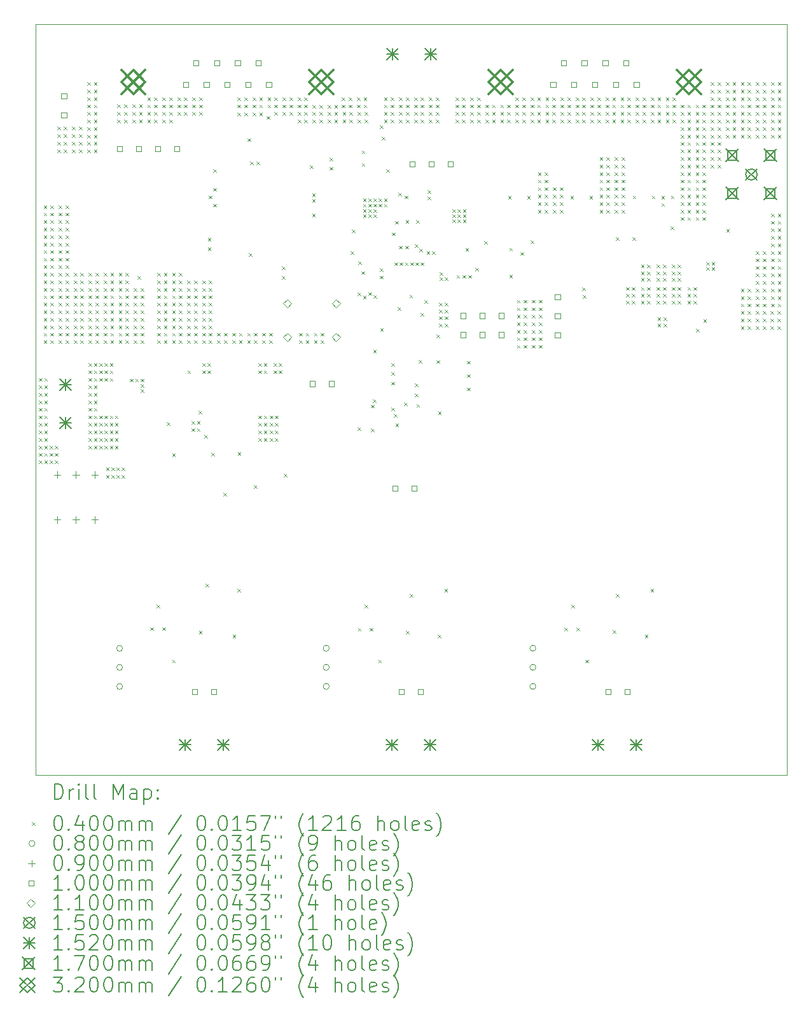
<source format=gbr>
%TF.GenerationSoftware,KiCad,Pcbnew,8.0.3*%
%TF.CreationDate,2024-11-17T15:50:15+08:00*%
%TF.ProjectId,Explorer,4578706c-6f72-4657-922e-6b696361645f,rev?*%
%TF.SameCoordinates,Original*%
%TF.FileFunction,Drillmap*%
%TF.FilePolarity,Positive*%
%FSLAX45Y45*%
G04 Gerber Fmt 4.5, Leading zero omitted, Abs format (unit mm)*
G04 Created by KiCad (PCBNEW 8.0.3) date 2024-11-17 15:50:15*
%MOMM*%
%LPD*%
G01*
G04 APERTURE LIST*
%ADD10C,0.100000*%
%ADD11C,0.200000*%
%ADD12C,0.110000*%
%ADD13C,0.150000*%
%ADD14C,0.152000*%
%ADD15C,0.170000*%
%ADD16C,0.320000*%
G04 APERTURE END LIST*
D10*
X4500000Y-6000000D02*
X14500000Y-6000000D01*
X14500000Y-16000000D01*
X4500000Y-16000000D01*
X4500000Y-6000000D01*
D11*
D10*
X4550000Y-10710000D02*
X4590000Y-10750000D01*
X4590000Y-10710000D02*
X4550000Y-10750000D01*
X4550000Y-10810000D02*
X4590000Y-10850000D01*
X4590000Y-10810000D02*
X4550000Y-10850000D01*
X4550000Y-10910000D02*
X4590000Y-10950000D01*
X4590000Y-10910000D02*
X4550000Y-10950000D01*
X4550000Y-11010000D02*
X4590000Y-11050000D01*
X4590000Y-11010000D02*
X4550000Y-11050000D01*
X4550000Y-11110000D02*
X4590000Y-11150000D01*
X4590000Y-11110000D02*
X4550000Y-11150000D01*
X4550000Y-11210000D02*
X4590000Y-11250000D01*
X4590000Y-11210000D02*
X4550000Y-11250000D01*
X4550000Y-11310000D02*
X4590000Y-11350000D01*
X4590000Y-11310000D02*
X4550000Y-11350000D01*
X4550000Y-11410000D02*
X4590000Y-11450000D01*
X4590000Y-11410000D02*
X4550000Y-11450000D01*
X4550000Y-11510000D02*
X4590000Y-11550000D01*
X4590000Y-11510000D02*
X4550000Y-11550000D01*
X4550000Y-11610000D02*
X4590000Y-11650000D01*
X4590000Y-11610000D02*
X4550000Y-11650000D01*
X4550000Y-11710000D02*
X4590000Y-11750000D01*
X4590000Y-11710000D02*
X4550000Y-11750000D01*
X4550000Y-11810000D02*
X4590000Y-11850000D01*
X4590000Y-11810000D02*
X4550000Y-11850000D01*
X4610000Y-8410000D02*
X4650000Y-8450000D01*
X4650000Y-8410000D02*
X4610000Y-8450000D01*
X4610000Y-8510000D02*
X4650000Y-8550000D01*
X4650000Y-8510000D02*
X4610000Y-8550000D01*
X4610000Y-8610000D02*
X4650000Y-8650000D01*
X4650000Y-8610000D02*
X4610000Y-8650000D01*
X4610000Y-8710000D02*
X4650000Y-8750000D01*
X4650000Y-8710000D02*
X4610000Y-8750000D01*
X4610000Y-8810000D02*
X4650000Y-8850000D01*
X4650000Y-8810000D02*
X4610000Y-8850000D01*
X4610000Y-8910000D02*
X4650000Y-8950000D01*
X4650000Y-8910000D02*
X4610000Y-8950000D01*
X4610000Y-9010000D02*
X4650000Y-9050000D01*
X4650000Y-9010000D02*
X4610000Y-9050000D01*
X4610000Y-9110000D02*
X4650000Y-9150000D01*
X4650000Y-9110000D02*
X4610000Y-9150000D01*
X4610000Y-9210000D02*
X4650000Y-9250000D01*
X4650000Y-9210000D02*
X4610000Y-9250000D01*
X4610000Y-9310000D02*
X4650000Y-9350000D01*
X4650000Y-9310000D02*
X4610000Y-9350000D01*
X4610000Y-9410000D02*
X4650000Y-9450000D01*
X4650000Y-9410000D02*
X4610000Y-9450000D01*
X4610000Y-9510000D02*
X4650000Y-9550000D01*
X4650000Y-9510000D02*
X4610000Y-9550000D01*
X4610000Y-9610000D02*
X4650000Y-9650000D01*
X4650000Y-9610000D02*
X4610000Y-9650000D01*
X4610000Y-9710000D02*
X4650000Y-9750000D01*
X4650000Y-9710000D02*
X4610000Y-9750000D01*
X4610000Y-9810000D02*
X4650000Y-9850000D01*
X4650000Y-9810000D02*
X4610000Y-9850000D01*
X4610000Y-9910000D02*
X4650000Y-9950000D01*
X4650000Y-9910000D02*
X4610000Y-9950000D01*
X4610000Y-10010000D02*
X4650000Y-10050000D01*
X4650000Y-10010000D02*
X4610000Y-10050000D01*
X4610000Y-10110000D02*
X4650000Y-10150000D01*
X4650000Y-10110000D02*
X4610000Y-10150000D01*
X4610000Y-10210000D02*
X4650000Y-10250000D01*
X4650000Y-10210000D02*
X4610000Y-10250000D01*
X4620000Y-10710000D02*
X4660000Y-10750000D01*
X4660000Y-10710000D02*
X4620000Y-10750000D01*
X4620000Y-10810000D02*
X4660000Y-10850000D01*
X4660000Y-10810000D02*
X4620000Y-10850000D01*
X4620000Y-10910000D02*
X4660000Y-10950000D01*
X4660000Y-10910000D02*
X4620000Y-10950000D01*
X4620000Y-11010000D02*
X4660000Y-11050000D01*
X4660000Y-11010000D02*
X4620000Y-11050000D01*
X4620000Y-11110000D02*
X4660000Y-11150000D01*
X4660000Y-11110000D02*
X4620000Y-11150000D01*
X4620000Y-11210000D02*
X4660000Y-11250000D01*
X4660000Y-11210000D02*
X4620000Y-11250000D01*
X4620000Y-11310000D02*
X4660000Y-11350000D01*
X4660000Y-11310000D02*
X4620000Y-11350000D01*
X4620000Y-11410000D02*
X4660000Y-11450000D01*
X4660000Y-11410000D02*
X4620000Y-11450000D01*
X4620000Y-11510000D02*
X4660000Y-11550000D01*
X4660000Y-11510000D02*
X4620000Y-11550000D01*
X4620000Y-11610000D02*
X4660000Y-11650000D01*
X4660000Y-11610000D02*
X4620000Y-11650000D01*
X4620000Y-11710000D02*
X4660000Y-11750000D01*
X4660000Y-11710000D02*
X4620000Y-11750000D01*
X4620000Y-11810000D02*
X4660000Y-11850000D01*
X4660000Y-11810000D02*
X4620000Y-11850000D01*
X4690000Y-11610000D02*
X4730000Y-11650000D01*
X4730000Y-11610000D02*
X4690000Y-11650000D01*
X4690000Y-11710000D02*
X4730000Y-11750000D01*
X4730000Y-11710000D02*
X4690000Y-11750000D01*
X4690000Y-11810000D02*
X4730000Y-11850000D01*
X4730000Y-11810000D02*
X4690000Y-11850000D01*
X4700000Y-8410000D02*
X4740000Y-8450000D01*
X4740000Y-8410000D02*
X4700000Y-8450000D01*
X4700000Y-8510000D02*
X4740000Y-8550000D01*
X4740000Y-8510000D02*
X4700000Y-8550000D01*
X4700000Y-8610000D02*
X4740000Y-8650000D01*
X4740000Y-8610000D02*
X4700000Y-8650000D01*
X4700000Y-8710000D02*
X4740000Y-8750000D01*
X4740000Y-8710000D02*
X4700000Y-8750000D01*
X4700000Y-8810000D02*
X4740000Y-8850000D01*
X4740000Y-8810000D02*
X4700000Y-8850000D01*
X4700000Y-8910000D02*
X4740000Y-8950000D01*
X4740000Y-8910000D02*
X4700000Y-8950000D01*
X4700000Y-9010000D02*
X4740000Y-9050000D01*
X4740000Y-9010000D02*
X4700000Y-9050000D01*
X4700000Y-9110000D02*
X4740000Y-9150000D01*
X4740000Y-9110000D02*
X4700000Y-9150000D01*
X4700000Y-9210000D02*
X4740000Y-9250000D01*
X4740000Y-9210000D02*
X4700000Y-9250000D01*
X4700000Y-9310000D02*
X4740000Y-9350000D01*
X4740000Y-9310000D02*
X4700000Y-9350000D01*
X4700000Y-9410000D02*
X4740000Y-9450000D01*
X4740000Y-9410000D02*
X4700000Y-9450000D01*
X4700000Y-9510000D02*
X4740000Y-9550000D01*
X4740000Y-9510000D02*
X4700000Y-9550000D01*
X4700000Y-9610000D02*
X4740000Y-9650000D01*
X4740000Y-9610000D02*
X4700000Y-9650000D01*
X4700000Y-9710000D02*
X4740000Y-9750000D01*
X4740000Y-9710000D02*
X4700000Y-9750000D01*
X4700000Y-9810000D02*
X4740000Y-9850000D01*
X4740000Y-9810000D02*
X4700000Y-9850000D01*
X4700000Y-9910000D02*
X4740000Y-9950000D01*
X4740000Y-9910000D02*
X4700000Y-9950000D01*
X4700000Y-10010000D02*
X4740000Y-10050000D01*
X4740000Y-10010000D02*
X4700000Y-10050000D01*
X4700000Y-10110000D02*
X4740000Y-10150000D01*
X4740000Y-10110000D02*
X4700000Y-10150000D01*
X4700000Y-10210000D02*
X4740000Y-10250000D01*
X4740000Y-10210000D02*
X4700000Y-10250000D01*
X4760000Y-11610000D02*
X4800000Y-11650000D01*
X4800000Y-11610000D02*
X4760000Y-11650000D01*
X4760000Y-11710000D02*
X4800000Y-11750000D01*
X4800000Y-11710000D02*
X4760000Y-11750000D01*
X4760000Y-11810000D02*
X4800000Y-11850000D01*
X4800000Y-11810000D02*
X4760000Y-11850000D01*
X4790000Y-7365000D02*
X4830000Y-7405000D01*
X4830000Y-7365000D02*
X4790000Y-7405000D01*
X4790000Y-7465000D02*
X4830000Y-7505000D01*
X4830000Y-7465000D02*
X4790000Y-7505000D01*
X4790000Y-7565000D02*
X4830000Y-7605000D01*
X4830000Y-7565000D02*
X4790000Y-7605000D01*
X4790000Y-7665000D02*
X4830000Y-7705000D01*
X4830000Y-7665000D02*
X4790000Y-7705000D01*
X4810000Y-8410000D02*
X4850000Y-8450000D01*
X4850000Y-8410000D02*
X4810000Y-8450000D01*
X4810000Y-8510000D02*
X4850000Y-8550000D01*
X4850000Y-8510000D02*
X4810000Y-8550000D01*
X4810000Y-8610000D02*
X4850000Y-8650000D01*
X4850000Y-8610000D02*
X4810000Y-8650000D01*
X4810000Y-8710000D02*
X4850000Y-8750000D01*
X4850000Y-8710000D02*
X4810000Y-8750000D01*
X4810000Y-8810000D02*
X4850000Y-8850000D01*
X4850000Y-8810000D02*
X4810000Y-8850000D01*
X4810000Y-8910000D02*
X4850000Y-8950000D01*
X4850000Y-8910000D02*
X4810000Y-8950000D01*
X4810000Y-9010000D02*
X4850000Y-9050000D01*
X4850000Y-9010000D02*
X4810000Y-9050000D01*
X4810000Y-9110000D02*
X4850000Y-9150000D01*
X4850000Y-9110000D02*
X4810000Y-9150000D01*
X4810000Y-9210000D02*
X4850000Y-9250000D01*
X4850000Y-9210000D02*
X4810000Y-9250000D01*
X4810000Y-9310000D02*
X4850000Y-9350000D01*
X4850000Y-9310000D02*
X4810000Y-9350000D01*
X4810000Y-9410000D02*
X4850000Y-9450000D01*
X4850000Y-9410000D02*
X4810000Y-9450000D01*
X4810000Y-9510000D02*
X4850000Y-9550000D01*
X4850000Y-9510000D02*
X4810000Y-9550000D01*
X4810000Y-9610000D02*
X4850000Y-9650000D01*
X4850000Y-9610000D02*
X4810000Y-9650000D01*
X4810000Y-9710000D02*
X4850000Y-9750000D01*
X4850000Y-9710000D02*
X4810000Y-9750000D01*
X4810000Y-9810000D02*
X4850000Y-9850000D01*
X4850000Y-9810000D02*
X4810000Y-9850000D01*
X4810000Y-9910000D02*
X4850000Y-9950000D01*
X4850000Y-9910000D02*
X4810000Y-9950000D01*
X4810000Y-10010000D02*
X4850000Y-10050000D01*
X4850000Y-10010000D02*
X4810000Y-10050000D01*
X4810000Y-10110000D02*
X4850000Y-10150000D01*
X4850000Y-10110000D02*
X4810000Y-10150000D01*
X4810000Y-10210000D02*
X4850000Y-10250000D01*
X4850000Y-10210000D02*
X4810000Y-10250000D01*
X4880000Y-7365000D02*
X4920000Y-7405000D01*
X4920000Y-7365000D02*
X4880000Y-7405000D01*
X4880000Y-7465000D02*
X4920000Y-7505000D01*
X4920000Y-7465000D02*
X4880000Y-7505000D01*
X4880000Y-7565000D02*
X4920000Y-7605000D01*
X4920000Y-7565000D02*
X4880000Y-7605000D01*
X4880000Y-7665000D02*
X4920000Y-7705000D01*
X4920000Y-7665000D02*
X4880000Y-7705000D01*
X4900000Y-8410000D02*
X4940000Y-8450000D01*
X4940000Y-8410000D02*
X4900000Y-8450000D01*
X4900000Y-8510000D02*
X4940000Y-8550000D01*
X4940000Y-8510000D02*
X4900000Y-8550000D01*
X4900000Y-8610000D02*
X4940000Y-8650000D01*
X4940000Y-8610000D02*
X4900000Y-8650000D01*
X4900000Y-8710000D02*
X4940000Y-8750000D01*
X4940000Y-8710000D02*
X4900000Y-8750000D01*
X4900000Y-8810000D02*
X4940000Y-8850000D01*
X4940000Y-8810000D02*
X4900000Y-8850000D01*
X4900000Y-8910000D02*
X4940000Y-8950000D01*
X4940000Y-8910000D02*
X4900000Y-8950000D01*
X4900000Y-9010000D02*
X4940000Y-9050000D01*
X4940000Y-9010000D02*
X4900000Y-9050000D01*
X4900000Y-9110000D02*
X4940000Y-9150000D01*
X4940000Y-9110000D02*
X4900000Y-9150000D01*
X4900000Y-9210000D02*
X4940000Y-9250000D01*
X4940000Y-9210000D02*
X4900000Y-9250000D01*
X4900000Y-9310000D02*
X4940000Y-9350000D01*
X4940000Y-9310000D02*
X4900000Y-9350000D01*
X4900000Y-9410000D02*
X4940000Y-9450000D01*
X4940000Y-9410000D02*
X4900000Y-9450000D01*
X4900000Y-9510000D02*
X4940000Y-9550000D01*
X4940000Y-9510000D02*
X4900000Y-9550000D01*
X4900000Y-9610000D02*
X4940000Y-9650000D01*
X4940000Y-9610000D02*
X4900000Y-9650000D01*
X4900000Y-9710000D02*
X4940000Y-9750000D01*
X4940000Y-9710000D02*
X4900000Y-9750000D01*
X4900000Y-9810000D02*
X4940000Y-9850000D01*
X4940000Y-9810000D02*
X4900000Y-9850000D01*
X4900000Y-9910000D02*
X4940000Y-9950000D01*
X4940000Y-9910000D02*
X4900000Y-9950000D01*
X4900000Y-10010000D02*
X4940000Y-10050000D01*
X4940000Y-10010000D02*
X4900000Y-10050000D01*
X4900000Y-10110000D02*
X4940000Y-10150000D01*
X4940000Y-10110000D02*
X4900000Y-10150000D01*
X4900000Y-10210000D02*
X4940000Y-10250000D01*
X4940000Y-10210000D02*
X4900000Y-10250000D01*
X4990000Y-7365000D02*
X5030000Y-7405000D01*
X5030000Y-7365000D02*
X4990000Y-7405000D01*
X4990000Y-7465000D02*
X5030000Y-7505000D01*
X5030000Y-7465000D02*
X4990000Y-7505000D01*
X4990000Y-7565000D02*
X5030000Y-7605000D01*
X5030000Y-7565000D02*
X4990000Y-7605000D01*
X4990000Y-7665000D02*
X5030000Y-7705000D01*
X5030000Y-7665000D02*
X4990000Y-7705000D01*
X5010000Y-9310000D02*
X5050000Y-9350000D01*
X5050000Y-9310000D02*
X5010000Y-9350000D01*
X5010000Y-9410000D02*
X5050000Y-9450000D01*
X5050000Y-9410000D02*
X5010000Y-9450000D01*
X5010000Y-9510000D02*
X5050000Y-9550000D01*
X5050000Y-9510000D02*
X5010000Y-9550000D01*
X5010000Y-9610000D02*
X5050000Y-9650000D01*
X5050000Y-9610000D02*
X5010000Y-9650000D01*
X5010000Y-9710000D02*
X5050000Y-9750000D01*
X5050000Y-9710000D02*
X5010000Y-9750000D01*
X5010000Y-9810000D02*
X5050000Y-9850000D01*
X5050000Y-9810000D02*
X5010000Y-9850000D01*
X5010000Y-9910000D02*
X5050000Y-9950000D01*
X5050000Y-9910000D02*
X5010000Y-9950000D01*
X5010000Y-10010000D02*
X5050000Y-10050000D01*
X5050000Y-10010000D02*
X5010000Y-10050000D01*
X5010000Y-10110000D02*
X5050000Y-10150000D01*
X5050000Y-10110000D02*
X5010000Y-10150000D01*
X5010000Y-10210000D02*
X5050000Y-10250000D01*
X5050000Y-10210000D02*
X5010000Y-10250000D01*
X5080000Y-7365000D02*
X5120000Y-7405000D01*
X5120000Y-7365000D02*
X5080000Y-7405000D01*
X5080000Y-7465000D02*
X5120000Y-7505000D01*
X5120000Y-7465000D02*
X5080000Y-7505000D01*
X5080000Y-7565000D02*
X5120000Y-7605000D01*
X5120000Y-7565000D02*
X5080000Y-7605000D01*
X5080000Y-7665000D02*
X5120000Y-7705000D01*
X5120000Y-7665000D02*
X5080000Y-7705000D01*
X5100000Y-9310000D02*
X5140000Y-9350000D01*
X5140000Y-9310000D02*
X5100000Y-9350000D01*
X5100000Y-9410000D02*
X5140000Y-9450000D01*
X5140000Y-9410000D02*
X5100000Y-9450000D01*
X5100000Y-9510000D02*
X5140000Y-9550000D01*
X5140000Y-9510000D02*
X5100000Y-9550000D01*
X5100000Y-9610000D02*
X5140000Y-9650000D01*
X5140000Y-9610000D02*
X5100000Y-9650000D01*
X5100000Y-9710000D02*
X5140000Y-9750000D01*
X5140000Y-9710000D02*
X5100000Y-9750000D01*
X5100000Y-9810000D02*
X5140000Y-9850000D01*
X5140000Y-9810000D02*
X5100000Y-9850000D01*
X5100000Y-9910000D02*
X5140000Y-9950000D01*
X5140000Y-9910000D02*
X5100000Y-9950000D01*
X5100000Y-10010000D02*
X5140000Y-10050000D01*
X5140000Y-10010000D02*
X5100000Y-10050000D01*
X5100000Y-10110000D02*
X5140000Y-10150000D01*
X5140000Y-10110000D02*
X5100000Y-10150000D01*
X5100000Y-10210000D02*
X5140000Y-10250000D01*
X5140000Y-10210000D02*
X5100000Y-10250000D01*
X5190000Y-6770000D02*
X5230000Y-6810000D01*
X5230000Y-6770000D02*
X5190000Y-6810000D01*
X5190000Y-6870000D02*
X5230000Y-6910000D01*
X5230000Y-6870000D02*
X5190000Y-6910000D01*
X5190000Y-6970000D02*
X5230000Y-7010000D01*
X5230000Y-6970000D02*
X5190000Y-7010000D01*
X5190000Y-7070000D02*
X5230000Y-7110000D01*
X5230000Y-7070000D02*
X5190000Y-7110000D01*
X5190000Y-7170000D02*
X5230000Y-7210000D01*
X5230000Y-7170000D02*
X5190000Y-7210000D01*
X5190000Y-7270000D02*
X5230000Y-7310000D01*
X5230000Y-7270000D02*
X5190000Y-7310000D01*
X5190000Y-7370000D02*
X5230000Y-7410000D01*
X5230000Y-7370000D02*
X5190000Y-7410000D01*
X5190000Y-7470000D02*
X5230000Y-7510000D01*
X5230000Y-7470000D02*
X5190000Y-7510000D01*
X5190000Y-7565000D02*
X5230000Y-7605000D01*
X5230000Y-7565000D02*
X5190000Y-7605000D01*
X5190000Y-7665000D02*
X5230000Y-7705000D01*
X5230000Y-7665000D02*
X5190000Y-7705000D01*
X5210000Y-9310000D02*
X5250000Y-9350000D01*
X5250000Y-9310000D02*
X5210000Y-9350000D01*
X5210000Y-9410000D02*
X5250000Y-9450000D01*
X5250000Y-9410000D02*
X5210000Y-9450000D01*
X5210000Y-9510000D02*
X5250000Y-9550000D01*
X5250000Y-9510000D02*
X5210000Y-9550000D01*
X5210000Y-9610000D02*
X5250000Y-9650000D01*
X5250000Y-9610000D02*
X5210000Y-9650000D01*
X5210000Y-9710000D02*
X5250000Y-9750000D01*
X5250000Y-9710000D02*
X5210000Y-9750000D01*
X5210000Y-9810000D02*
X5250000Y-9850000D01*
X5250000Y-9810000D02*
X5210000Y-9850000D01*
X5210000Y-9910000D02*
X5250000Y-9950000D01*
X5250000Y-9910000D02*
X5210000Y-9950000D01*
X5210000Y-10010000D02*
X5250000Y-10050000D01*
X5250000Y-10010000D02*
X5210000Y-10050000D01*
X5210000Y-10110000D02*
X5250000Y-10150000D01*
X5250000Y-10110000D02*
X5210000Y-10150000D01*
X5210000Y-10210000D02*
X5250000Y-10250000D01*
X5250000Y-10210000D02*
X5210000Y-10250000D01*
X5210000Y-10510000D02*
X5250000Y-10550000D01*
X5250000Y-10510000D02*
X5210000Y-10550000D01*
X5210000Y-10610000D02*
X5250000Y-10650000D01*
X5250000Y-10610000D02*
X5210000Y-10650000D01*
X5210000Y-10710000D02*
X5250000Y-10750000D01*
X5250000Y-10710000D02*
X5210000Y-10750000D01*
X5210000Y-10810000D02*
X5250000Y-10850000D01*
X5250000Y-10810000D02*
X5210000Y-10850000D01*
X5210000Y-10910000D02*
X5250000Y-10950000D01*
X5250000Y-10910000D02*
X5210000Y-10950000D01*
X5210000Y-11010000D02*
X5250000Y-11050000D01*
X5250000Y-11010000D02*
X5210000Y-11050000D01*
X5210000Y-11110000D02*
X5250000Y-11150000D01*
X5250000Y-11110000D02*
X5210000Y-11150000D01*
X5210000Y-11210000D02*
X5250000Y-11250000D01*
X5250000Y-11210000D02*
X5210000Y-11250000D01*
X5210000Y-11310000D02*
X5250000Y-11350000D01*
X5250000Y-11310000D02*
X5210000Y-11350000D01*
X5210000Y-11410000D02*
X5250000Y-11450000D01*
X5250000Y-11410000D02*
X5210000Y-11450000D01*
X5210000Y-11510000D02*
X5250000Y-11550000D01*
X5250000Y-11510000D02*
X5210000Y-11550000D01*
X5210000Y-11610000D02*
X5250000Y-11650000D01*
X5250000Y-11610000D02*
X5210000Y-11650000D01*
X5280000Y-6770000D02*
X5320000Y-6810000D01*
X5320000Y-6770000D02*
X5280000Y-6810000D01*
X5280000Y-6870000D02*
X5320000Y-6910000D01*
X5320000Y-6870000D02*
X5280000Y-6910000D01*
X5280000Y-6970000D02*
X5320000Y-7010000D01*
X5320000Y-6970000D02*
X5280000Y-7010000D01*
X5280000Y-7070000D02*
X5320000Y-7110000D01*
X5320000Y-7070000D02*
X5280000Y-7110000D01*
X5280000Y-7170000D02*
X5320000Y-7210000D01*
X5320000Y-7170000D02*
X5280000Y-7210000D01*
X5280000Y-7270000D02*
X5320000Y-7310000D01*
X5320000Y-7270000D02*
X5280000Y-7310000D01*
X5280000Y-7370000D02*
X5320000Y-7410000D01*
X5320000Y-7370000D02*
X5280000Y-7410000D01*
X5280000Y-7470000D02*
X5320000Y-7510000D01*
X5320000Y-7470000D02*
X5280000Y-7510000D01*
X5280000Y-7565000D02*
X5320000Y-7605000D01*
X5320000Y-7565000D02*
X5280000Y-7605000D01*
X5280000Y-7665000D02*
X5320000Y-7705000D01*
X5320000Y-7665000D02*
X5280000Y-7705000D01*
X5280000Y-10510000D02*
X5320000Y-10550000D01*
X5320000Y-10510000D02*
X5280000Y-10550000D01*
X5280000Y-10610000D02*
X5320000Y-10650000D01*
X5320000Y-10610000D02*
X5280000Y-10650000D01*
X5280000Y-10710000D02*
X5320000Y-10750000D01*
X5320000Y-10710000D02*
X5280000Y-10750000D01*
X5280000Y-10810000D02*
X5320000Y-10850000D01*
X5320000Y-10810000D02*
X5280000Y-10850000D01*
X5280000Y-10910000D02*
X5320000Y-10950000D01*
X5320000Y-10910000D02*
X5280000Y-10950000D01*
X5280000Y-11010000D02*
X5320000Y-11050000D01*
X5320000Y-11010000D02*
X5280000Y-11050000D01*
X5280000Y-11110000D02*
X5320000Y-11150000D01*
X5320000Y-11110000D02*
X5280000Y-11150000D01*
X5280000Y-11210000D02*
X5320000Y-11250000D01*
X5320000Y-11210000D02*
X5280000Y-11250000D01*
X5280000Y-11310000D02*
X5320000Y-11350000D01*
X5320000Y-11310000D02*
X5280000Y-11350000D01*
X5280000Y-11410000D02*
X5320000Y-11450000D01*
X5320000Y-11410000D02*
X5280000Y-11450000D01*
X5280000Y-11510000D02*
X5320000Y-11550000D01*
X5320000Y-11510000D02*
X5280000Y-11550000D01*
X5280000Y-11610000D02*
X5320000Y-11650000D01*
X5320000Y-11610000D02*
X5280000Y-11650000D01*
X5300000Y-9310000D02*
X5340000Y-9350000D01*
X5340000Y-9310000D02*
X5300000Y-9350000D01*
X5300000Y-9410000D02*
X5340000Y-9450000D01*
X5340000Y-9410000D02*
X5300000Y-9450000D01*
X5300000Y-9510000D02*
X5340000Y-9550000D01*
X5340000Y-9510000D02*
X5300000Y-9550000D01*
X5300000Y-9610000D02*
X5340000Y-9650000D01*
X5340000Y-9610000D02*
X5300000Y-9650000D01*
X5300000Y-9710000D02*
X5340000Y-9750000D01*
X5340000Y-9710000D02*
X5300000Y-9750000D01*
X5300000Y-9810000D02*
X5340000Y-9850000D01*
X5340000Y-9810000D02*
X5300000Y-9850000D01*
X5300000Y-9910000D02*
X5340000Y-9950000D01*
X5340000Y-9910000D02*
X5300000Y-9950000D01*
X5300000Y-10010000D02*
X5340000Y-10050000D01*
X5340000Y-10010000D02*
X5300000Y-10050000D01*
X5300000Y-10110000D02*
X5340000Y-10150000D01*
X5340000Y-10110000D02*
X5300000Y-10150000D01*
X5300000Y-10210000D02*
X5340000Y-10250000D01*
X5340000Y-10210000D02*
X5300000Y-10250000D01*
X5350000Y-10510000D02*
X5390000Y-10550000D01*
X5390000Y-10510000D02*
X5350000Y-10550000D01*
X5350000Y-10610000D02*
X5390000Y-10650000D01*
X5390000Y-10610000D02*
X5350000Y-10650000D01*
X5350000Y-10710000D02*
X5390000Y-10750000D01*
X5390000Y-10710000D02*
X5350000Y-10750000D01*
X5350000Y-11210000D02*
X5390000Y-11250000D01*
X5390000Y-11210000D02*
X5350000Y-11250000D01*
X5350000Y-11310000D02*
X5390000Y-11350000D01*
X5390000Y-11310000D02*
X5350000Y-11350000D01*
X5350000Y-11410000D02*
X5390000Y-11450000D01*
X5390000Y-11410000D02*
X5350000Y-11450000D01*
X5350000Y-11510000D02*
X5390000Y-11550000D01*
X5390000Y-11510000D02*
X5350000Y-11550000D01*
X5350000Y-11610000D02*
X5390000Y-11650000D01*
X5390000Y-11610000D02*
X5350000Y-11650000D01*
X5410000Y-9310000D02*
X5450000Y-9350000D01*
X5450000Y-9310000D02*
X5410000Y-9350000D01*
X5410000Y-9410000D02*
X5450000Y-9450000D01*
X5450000Y-9410000D02*
X5410000Y-9450000D01*
X5410000Y-9510000D02*
X5450000Y-9550000D01*
X5450000Y-9510000D02*
X5410000Y-9550000D01*
X5410000Y-9610000D02*
X5450000Y-9650000D01*
X5450000Y-9610000D02*
X5410000Y-9650000D01*
X5410000Y-9710000D02*
X5450000Y-9750000D01*
X5450000Y-9710000D02*
X5410000Y-9750000D01*
X5410000Y-9810000D02*
X5450000Y-9850000D01*
X5450000Y-9810000D02*
X5410000Y-9850000D01*
X5410000Y-9910000D02*
X5450000Y-9950000D01*
X5450000Y-9910000D02*
X5410000Y-9950000D01*
X5410000Y-10010000D02*
X5450000Y-10050000D01*
X5450000Y-10010000D02*
X5410000Y-10050000D01*
X5410000Y-10110000D02*
X5450000Y-10150000D01*
X5450000Y-10110000D02*
X5410000Y-10150000D01*
X5410000Y-10210000D02*
X5450000Y-10250000D01*
X5450000Y-10210000D02*
X5410000Y-10250000D01*
X5420000Y-10510000D02*
X5460000Y-10550000D01*
X5460000Y-10510000D02*
X5420000Y-10550000D01*
X5420000Y-10610000D02*
X5460000Y-10650000D01*
X5460000Y-10610000D02*
X5420000Y-10650000D01*
X5420000Y-10710000D02*
X5460000Y-10750000D01*
X5460000Y-10710000D02*
X5420000Y-10750000D01*
X5420000Y-11210000D02*
X5460000Y-11250000D01*
X5460000Y-11210000D02*
X5420000Y-11250000D01*
X5420000Y-11310000D02*
X5460000Y-11350000D01*
X5460000Y-11310000D02*
X5420000Y-11350000D01*
X5420000Y-11410000D02*
X5460000Y-11450000D01*
X5460000Y-11410000D02*
X5420000Y-11450000D01*
X5420000Y-11510000D02*
X5460000Y-11550000D01*
X5460000Y-11510000D02*
X5420000Y-11550000D01*
X5420000Y-11610000D02*
X5460000Y-11650000D01*
X5460000Y-11610000D02*
X5420000Y-11650000D01*
X5440000Y-11900000D02*
X5480000Y-11940000D01*
X5480000Y-11900000D02*
X5440000Y-11940000D01*
X5440000Y-12000000D02*
X5480000Y-12040000D01*
X5480000Y-12000000D02*
X5440000Y-12040000D01*
X5490000Y-10510000D02*
X5530000Y-10550000D01*
X5530000Y-10510000D02*
X5490000Y-10550000D01*
X5490000Y-10610000D02*
X5530000Y-10650000D01*
X5530000Y-10610000D02*
X5490000Y-10650000D01*
X5490000Y-10710000D02*
X5530000Y-10750000D01*
X5530000Y-10710000D02*
X5490000Y-10750000D01*
X5490000Y-11210000D02*
X5530000Y-11250000D01*
X5530000Y-11210000D02*
X5490000Y-11250000D01*
X5490000Y-11310000D02*
X5530000Y-11350000D01*
X5530000Y-11310000D02*
X5490000Y-11350000D01*
X5490000Y-11410000D02*
X5530000Y-11450000D01*
X5530000Y-11410000D02*
X5490000Y-11450000D01*
X5490000Y-11510000D02*
X5530000Y-11550000D01*
X5530000Y-11510000D02*
X5490000Y-11550000D01*
X5490000Y-11610000D02*
X5530000Y-11650000D01*
X5530000Y-11610000D02*
X5490000Y-11650000D01*
X5500000Y-9310000D02*
X5540000Y-9350000D01*
X5540000Y-9310000D02*
X5500000Y-9350000D01*
X5500000Y-9410000D02*
X5540000Y-9450000D01*
X5540000Y-9410000D02*
X5500000Y-9450000D01*
X5500000Y-9510000D02*
X5540000Y-9550000D01*
X5540000Y-9510000D02*
X5500000Y-9550000D01*
X5500000Y-9610000D02*
X5540000Y-9650000D01*
X5540000Y-9610000D02*
X5500000Y-9650000D01*
X5500000Y-9710000D02*
X5540000Y-9750000D01*
X5540000Y-9710000D02*
X5500000Y-9750000D01*
X5500000Y-9810000D02*
X5540000Y-9850000D01*
X5540000Y-9810000D02*
X5500000Y-9850000D01*
X5500000Y-9910000D02*
X5540000Y-9950000D01*
X5540000Y-9910000D02*
X5500000Y-9950000D01*
X5500000Y-10010000D02*
X5540000Y-10050000D01*
X5540000Y-10010000D02*
X5500000Y-10050000D01*
X5500000Y-10110000D02*
X5540000Y-10150000D01*
X5540000Y-10110000D02*
X5500000Y-10150000D01*
X5500000Y-10210000D02*
X5540000Y-10250000D01*
X5540000Y-10210000D02*
X5500000Y-10250000D01*
X5510000Y-11900000D02*
X5550000Y-11940000D01*
X5550000Y-11900000D02*
X5510000Y-11940000D01*
X5510000Y-12000000D02*
X5550000Y-12040000D01*
X5550000Y-12000000D02*
X5510000Y-12040000D01*
X5560000Y-11210000D02*
X5600000Y-11250000D01*
X5600000Y-11210000D02*
X5560000Y-11250000D01*
X5560000Y-11310000D02*
X5600000Y-11350000D01*
X5600000Y-11310000D02*
X5560000Y-11350000D01*
X5560000Y-11410000D02*
X5600000Y-11450000D01*
X5600000Y-11410000D02*
X5560000Y-11450000D01*
X5560000Y-11510000D02*
X5600000Y-11550000D01*
X5600000Y-11510000D02*
X5560000Y-11550000D01*
X5560000Y-11610000D02*
X5600000Y-11650000D01*
X5600000Y-11610000D02*
X5560000Y-11650000D01*
X5580000Y-11900000D02*
X5620000Y-11940000D01*
X5620000Y-11900000D02*
X5580000Y-11940000D01*
X5580000Y-12000000D02*
X5620000Y-12040000D01*
X5620000Y-12000000D02*
X5580000Y-12040000D01*
X5590000Y-7065000D02*
X5630000Y-7105000D01*
X5630000Y-7065000D02*
X5590000Y-7105000D01*
X5590000Y-7170000D02*
X5630000Y-7210000D01*
X5630000Y-7170000D02*
X5590000Y-7210000D01*
X5590000Y-7270000D02*
X5630000Y-7310000D01*
X5630000Y-7270000D02*
X5590000Y-7310000D01*
X5610000Y-9310000D02*
X5650000Y-9350000D01*
X5650000Y-9310000D02*
X5610000Y-9350000D01*
X5610000Y-9410000D02*
X5650000Y-9450000D01*
X5650000Y-9410000D02*
X5610000Y-9450000D01*
X5610000Y-9510000D02*
X5650000Y-9550000D01*
X5650000Y-9510000D02*
X5610000Y-9550000D01*
X5610000Y-9610000D02*
X5650000Y-9650000D01*
X5650000Y-9610000D02*
X5610000Y-9650000D01*
X5610000Y-9710000D02*
X5650000Y-9750000D01*
X5650000Y-9710000D02*
X5610000Y-9750000D01*
X5610000Y-9810000D02*
X5650000Y-9850000D01*
X5650000Y-9810000D02*
X5610000Y-9850000D01*
X5610000Y-9910000D02*
X5650000Y-9950000D01*
X5650000Y-9910000D02*
X5610000Y-9950000D01*
X5610000Y-10010000D02*
X5650000Y-10050000D01*
X5650000Y-10010000D02*
X5610000Y-10050000D01*
X5610000Y-10110000D02*
X5650000Y-10150000D01*
X5650000Y-10110000D02*
X5610000Y-10150000D01*
X5610000Y-10210000D02*
X5650000Y-10250000D01*
X5650000Y-10210000D02*
X5610000Y-10250000D01*
X5650000Y-11900000D02*
X5690000Y-11940000D01*
X5690000Y-11900000D02*
X5650000Y-11940000D01*
X5650000Y-12000000D02*
X5690000Y-12040000D01*
X5690000Y-12000000D02*
X5650000Y-12040000D01*
X5680000Y-7065000D02*
X5720000Y-7105000D01*
X5720000Y-7065000D02*
X5680000Y-7105000D01*
X5680000Y-7170000D02*
X5720000Y-7210000D01*
X5720000Y-7170000D02*
X5680000Y-7210000D01*
X5680000Y-7270000D02*
X5720000Y-7310000D01*
X5720000Y-7270000D02*
X5680000Y-7310000D01*
X5700000Y-9310000D02*
X5740000Y-9350000D01*
X5740000Y-9310000D02*
X5700000Y-9350000D01*
X5700000Y-9410000D02*
X5740000Y-9450000D01*
X5740000Y-9410000D02*
X5700000Y-9450000D01*
X5700000Y-9510000D02*
X5740000Y-9550000D01*
X5740000Y-9510000D02*
X5700000Y-9550000D01*
X5700000Y-9610000D02*
X5740000Y-9650000D01*
X5740000Y-9610000D02*
X5700000Y-9650000D01*
X5700000Y-9710000D02*
X5740000Y-9750000D01*
X5740000Y-9710000D02*
X5700000Y-9750000D01*
X5700000Y-9810000D02*
X5740000Y-9850000D01*
X5740000Y-9810000D02*
X5700000Y-9850000D01*
X5700000Y-9910000D02*
X5740000Y-9950000D01*
X5740000Y-9910000D02*
X5700000Y-9950000D01*
X5700000Y-10010000D02*
X5740000Y-10050000D01*
X5740000Y-10010000D02*
X5700000Y-10050000D01*
X5700000Y-10110000D02*
X5740000Y-10150000D01*
X5740000Y-10110000D02*
X5700000Y-10150000D01*
X5700000Y-10210000D02*
X5740000Y-10250000D01*
X5740000Y-10210000D02*
X5700000Y-10250000D01*
X5760000Y-10720000D02*
X5800000Y-10760000D01*
X5800000Y-10720000D02*
X5760000Y-10760000D01*
X5790000Y-7065000D02*
X5830000Y-7105000D01*
X5830000Y-7065000D02*
X5790000Y-7105000D01*
X5790000Y-7170000D02*
X5830000Y-7210000D01*
X5830000Y-7170000D02*
X5790000Y-7210000D01*
X5790000Y-7270000D02*
X5830000Y-7310000D01*
X5830000Y-7270000D02*
X5790000Y-7310000D01*
X5810000Y-9510000D02*
X5850000Y-9550000D01*
X5850000Y-9510000D02*
X5810000Y-9550000D01*
X5810000Y-9610000D02*
X5850000Y-9650000D01*
X5850000Y-9610000D02*
X5810000Y-9650000D01*
X5810000Y-9710000D02*
X5850000Y-9750000D01*
X5850000Y-9710000D02*
X5810000Y-9750000D01*
X5810000Y-9810000D02*
X5850000Y-9850000D01*
X5850000Y-9810000D02*
X5810000Y-9850000D01*
X5810000Y-9910000D02*
X5850000Y-9950000D01*
X5850000Y-9910000D02*
X5810000Y-9950000D01*
X5810000Y-10010000D02*
X5850000Y-10050000D01*
X5850000Y-10010000D02*
X5810000Y-10050000D01*
X5810000Y-10110000D02*
X5850000Y-10150000D01*
X5850000Y-10110000D02*
X5810000Y-10150000D01*
X5810000Y-10210000D02*
X5850000Y-10250000D01*
X5850000Y-10210000D02*
X5810000Y-10250000D01*
X5830000Y-10720000D02*
X5870000Y-10760000D01*
X5870000Y-10720000D02*
X5830000Y-10760000D01*
X5860000Y-9354000D02*
X5900000Y-9394000D01*
X5900000Y-9354000D02*
X5860000Y-9394000D01*
X5880000Y-7065000D02*
X5920000Y-7105000D01*
X5920000Y-7065000D02*
X5880000Y-7105000D01*
X5880000Y-7170000D02*
X5920000Y-7210000D01*
X5920000Y-7170000D02*
X5880000Y-7210000D01*
X5880000Y-7270000D02*
X5920000Y-7310000D01*
X5920000Y-7270000D02*
X5880000Y-7310000D01*
X5900000Y-9510000D02*
X5940000Y-9550000D01*
X5940000Y-9510000D02*
X5900000Y-9550000D01*
X5900000Y-9610000D02*
X5940000Y-9650000D01*
X5940000Y-9610000D02*
X5900000Y-9650000D01*
X5900000Y-9710000D02*
X5940000Y-9750000D01*
X5940000Y-9710000D02*
X5900000Y-9750000D01*
X5900000Y-9810000D02*
X5940000Y-9850000D01*
X5940000Y-9810000D02*
X5900000Y-9850000D01*
X5900000Y-9910000D02*
X5940000Y-9950000D01*
X5940000Y-9910000D02*
X5900000Y-9950000D01*
X5900000Y-10010000D02*
X5940000Y-10050000D01*
X5940000Y-10010000D02*
X5900000Y-10050000D01*
X5900000Y-10110000D02*
X5940000Y-10150000D01*
X5940000Y-10110000D02*
X5900000Y-10150000D01*
X5900000Y-10210000D02*
X5940000Y-10250000D01*
X5940000Y-10210000D02*
X5900000Y-10250000D01*
X5900000Y-10720000D02*
X5940000Y-10760000D01*
X5940000Y-10720000D02*
X5900000Y-10760000D01*
X5900000Y-10790000D02*
X5940000Y-10830000D01*
X5940000Y-10790000D02*
X5900000Y-10830000D01*
X5900000Y-10860000D02*
X5940000Y-10900000D01*
X5940000Y-10860000D02*
X5900000Y-10900000D01*
X5990000Y-6970000D02*
X6030000Y-7010000D01*
X6030000Y-6970000D02*
X5990000Y-7010000D01*
X5990000Y-7070000D02*
X6030000Y-7110000D01*
X6030000Y-7070000D02*
X5990000Y-7110000D01*
X5990000Y-7170000D02*
X6030000Y-7210000D01*
X6030000Y-7170000D02*
X5990000Y-7210000D01*
X5990000Y-7270000D02*
X6030000Y-7310000D01*
X6030000Y-7270000D02*
X5990000Y-7310000D01*
X6027000Y-14031000D02*
X6067000Y-14071000D01*
X6067000Y-14031000D02*
X6027000Y-14071000D01*
X6080000Y-6970000D02*
X6120000Y-7010000D01*
X6120000Y-6970000D02*
X6080000Y-7010000D01*
X6080000Y-7070000D02*
X6120000Y-7110000D01*
X6120000Y-7070000D02*
X6080000Y-7110000D01*
X6080000Y-7170000D02*
X6120000Y-7210000D01*
X6120000Y-7170000D02*
X6080000Y-7210000D01*
X6080000Y-7270000D02*
X6120000Y-7310000D01*
X6120000Y-7270000D02*
X6080000Y-7310000D01*
X6112500Y-13728232D02*
X6152500Y-13768232D01*
X6152500Y-13728232D02*
X6112500Y-13768232D01*
X6120000Y-9310000D02*
X6160000Y-9350000D01*
X6160000Y-9310000D02*
X6120000Y-9350000D01*
X6120000Y-9410000D02*
X6160000Y-9450000D01*
X6160000Y-9410000D02*
X6120000Y-9450000D01*
X6120000Y-9510000D02*
X6160000Y-9550000D01*
X6160000Y-9510000D02*
X6120000Y-9550000D01*
X6120000Y-9610000D02*
X6160000Y-9650000D01*
X6160000Y-9610000D02*
X6120000Y-9650000D01*
X6120000Y-9710000D02*
X6160000Y-9750000D01*
X6160000Y-9710000D02*
X6120000Y-9750000D01*
X6120000Y-9810000D02*
X6160000Y-9850000D01*
X6160000Y-9810000D02*
X6120000Y-9850000D01*
X6120000Y-9910000D02*
X6160000Y-9950000D01*
X6160000Y-9910000D02*
X6120000Y-9950000D01*
X6120000Y-10010000D02*
X6160000Y-10050000D01*
X6160000Y-10010000D02*
X6120000Y-10050000D01*
X6120000Y-10110000D02*
X6160000Y-10150000D01*
X6160000Y-10110000D02*
X6120000Y-10150000D01*
X6120000Y-10210000D02*
X6160000Y-10250000D01*
X6160000Y-10210000D02*
X6120000Y-10250000D01*
X6188000Y-14031000D02*
X6228000Y-14071000D01*
X6228000Y-14031000D02*
X6188000Y-14071000D01*
X6190000Y-6970000D02*
X6230000Y-7010000D01*
X6230000Y-6970000D02*
X6190000Y-7010000D01*
X6190000Y-7070000D02*
X6230000Y-7110000D01*
X6230000Y-7070000D02*
X6190000Y-7110000D01*
X6190000Y-7170000D02*
X6230000Y-7210000D01*
X6230000Y-7170000D02*
X6190000Y-7210000D01*
X6190000Y-7270000D02*
X6230000Y-7310000D01*
X6230000Y-7270000D02*
X6190000Y-7310000D01*
X6210000Y-9310000D02*
X6250000Y-9350000D01*
X6250000Y-9310000D02*
X6210000Y-9350000D01*
X6210000Y-9410000D02*
X6250000Y-9450000D01*
X6250000Y-9410000D02*
X6210000Y-9450000D01*
X6210000Y-9510000D02*
X6250000Y-9550000D01*
X6250000Y-9510000D02*
X6210000Y-9550000D01*
X6210000Y-9610000D02*
X6250000Y-9650000D01*
X6250000Y-9610000D02*
X6210000Y-9650000D01*
X6210000Y-9710000D02*
X6250000Y-9750000D01*
X6250000Y-9710000D02*
X6210000Y-9750000D01*
X6210000Y-9810000D02*
X6250000Y-9850000D01*
X6250000Y-9810000D02*
X6210000Y-9850000D01*
X6210000Y-9910000D02*
X6250000Y-9950000D01*
X6250000Y-9910000D02*
X6210000Y-9950000D01*
X6210000Y-10010000D02*
X6250000Y-10050000D01*
X6250000Y-10010000D02*
X6210000Y-10050000D01*
X6210000Y-10110000D02*
X6250000Y-10150000D01*
X6250000Y-10110000D02*
X6210000Y-10150000D01*
X6210000Y-10210000D02*
X6250000Y-10250000D01*
X6250000Y-10210000D02*
X6210000Y-10250000D01*
X6250000Y-11300000D02*
X6290000Y-11340000D01*
X6290000Y-11300000D02*
X6250000Y-11340000D01*
X6280000Y-6970000D02*
X6320000Y-7010000D01*
X6320000Y-6970000D02*
X6280000Y-7010000D01*
X6280000Y-7070000D02*
X6320000Y-7110000D01*
X6320000Y-7070000D02*
X6280000Y-7110000D01*
X6280000Y-7170000D02*
X6320000Y-7210000D01*
X6320000Y-7170000D02*
X6280000Y-7210000D01*
X6280000Y-7270000D02*
X6320000Y-7310000D01*
X6320000Y-7270000D02*
X6280000Y-7310000D01*
X6320000Y-9310000D02*
X6360000Y-9350000D01*
X6360000Y-9310000D02*
X6320000Y-9350000D01*
X6320000Y-9410000D02*
X6360000Y-9450000D01*
X6360000Y-9410000D02*
X6320000Y-9450000D01*
X6320000Y-9510000D02*
X6360000Y-9550000D01*
X6360000Y-9510000D02*
X6320000Y-9550000D01*
X6320000Y-9610000D02*
X6360000Y-9650000D01*
X6360000Y-9610000D02*
X6320000Y-9650000D01*
X6320000Y-9710000D02*
X6360000Y-9750000D01*
X6360000Y-9710000D02*
X6320000Y-9750000D01*
X6320000Y-9810000D02*
X6360000Y-9850000D01*
X6360000Y-9810000D02*
X6320000Y-9850000D01*
X6320000Y-9910000D02*
X6360000Y-9950000D01*
X6360000Y-9910000D02*
X6320000Y-9950000D01*
X6320000Y-10010000D02*
X6360000Y-10050000D01*
X6360000Y-10010000D02*
X6320000Y-10050000D01*
X6320000Y-10110000D02*
X6360000Y-10150000D01*
X6360000Y-10110000D02*
X6320000Y-10150000D01*
X6320000Y-10210000D02*
X6360000Y-10250000D01*
X6360000Y-10210000D02*
X6320000Y-10250000D01*
X6320000Y-14461000D02*
X6360000Y-14501000D01*
X6360000Y-14461000D02*
X6320000Y-14501000D01*
X6320500Y-11716500D02*
X6360500Y-11756500D01*
X6360500Y-11716500D02*
X6320500Y-11756500D01*
X6390000Y-6970000D02*
X6430000Y-7010000D01*
X6430000Y-6970000D02*
X6390000Y-7010000D01*
X6390000Y-7070000D02*
X6430000Y-7110000D01*
X6430000Y-7070000D02*
X6390000Y-7110000D01*
X6390000Y-7170000D02*
X6430000Y-7210000D01*
X6430000Y-7170000D02*
X6390000Y-7210000D01*
X6410000Y-9310000D02*
X6450000Y-9350000D01*
X6450000Y-9310000D02*
X6410000Y-9350000D01*
X6410000Y-9410000D02*
X6450000Y-9450000D01*
X6450000Y-9410000D02*
X6410000Y-9450000D01*
X6410000Y-9510000D02*
X6450000Y-9550000D01*
X6450000Y-9510000D02*
X6410000Y-9550000D01*
X6410000Y-9610000D02*
X6450000Y-9650000D01*
X6450000Y-9610000D02*
X6410000Y-9650000D01*
X6410000Y-9710000D02*
X6450000Y-9750000D01*
X6450000Y-9710000D02*
X6410000Y-9750000D01*
X6410000Y-9810000D02*
X6450000Y-9850000D01*
X6450000Y-9810000D02*
X6410000Y-9850000D01*
X6410000Y-9910000D02*
X6450000Y-9950000D01*
X6450000Y-9910000D02*
X6410000Y-9950000D01*
X6410000Y-10010000D02*
X6450000Y-10050000D01*
X6450000Y-10010000D02*
X6410000Y-10050000D01*
X6410000Y-10110000D02*
X6450000Y-10150000D01*
X6450000Y-10110000D02*
X6410000Y-10150000D01*
X6410000Y-10210000D02*
X6450000Y-10250000D01*
X6450000Y-10210000D02*
X6410000Y-10250000D01*
X6480000Y-6970000D02*
X6520000Y-7010000D01*
X6520000Y-6970000D02*
X6480000Y-7010000D01*
X6480000Y-7070000D02*
X6520000Y-7110000D01*
X6520000Y-7070000D02*
X6480000Y-7110000D01*
X6480000Y-7170000D02*
X6520000Y-7210000D01*
X6520000Y-7170000D02*
X6480000Y-7210000D01*
X6520000Y-9410000D02*
X6560000Y-9450000D01*
X6560000Y-9410000D02*
X6520000Y-9450000D01*
X6520000Y-9510000D02*
X6560000Y-9550000D01*
X6560000Y-9510000D02*
X6520000Y-9550000D01*
X6520000Y-9610000D02*
X6560000Y-9650000D01*
X6560000Y-9610000D02*
X6520000Y-9650000D01*
X6520000Y-9710000D02*
X6560000Y-9750000D01*
X6560000Y-9710000D02*
X6520000Y-9750000D01*
X6520000Y-9810000D02*
X6560000Y-9850000D01*
X6560000Y-9810000D02*
X6520000Y-9850000D01*
X6520000Y-9910000D02*
X6560000Y-9950000D01*
X6560000Y-9910000D02*
X6520000Y-9950000D01*
X6520000Y-10010000D02*
X6560000Y-10050000D01*
X6560000Y-10010000D02*
X6520000Y-10050000D01*
X6520000Y-10110000D02*
X6560000Y-10150000D01*
X6560000Y-10110000D02*
X6520000Y-10150000D01*
X6520000Y-10210000D02*
X6560000Y-10250000D01*
X6560000Y-10210000D02*
X6520000Y-10250000D01*
X6523000Y-10610000D02*
X6563000Y-10650000D01*
X6563000Y-10610000D02*
X6523000Y-10650000D01*
X6580000Y-11280000D02*
X6620000Y-11320000D01*
X6620000Y-11280000D02*
X6580000Y-11320000D01*
X6580000Y-11380000D02*
X6620000Y-11420000D01*
X6620000Y-11380000D02*
X6580000Y-11420000D01*
X6590000Y-6970000D02*
X6630000Y-7010000D01*
X6630000Y-6970000D02*
X6590000Y-7010000D01*
X6590000Y-7070000D02*
X6630000Y-7110000D01*
X6630000Y-7070000D02*
X6590000Y-7110000D01*
X6590000Y-7170000D02*
X6630000Y-7210000D01*
X6630000Y-7170000D02*
X6590000Y-7210000D01*
X6610000Y-9410000D02*
X6650000Y-9450000D01*
X6650000Y-9410000D02*
X6610000Y-9450000D01*
X6610000Y-9510000D02*
X6650000Y-9550000D01*
X6650000Y-9510000D02*
X6610000Y-9550000D01*
X6610000Y-9610000D02*
X6650000Y-9650000D01*
X6650000Y-9610000D02*
X6610000Y-9650000D01*
X6610000Y-9710000D02*
X6650000Y-9750000D01*
X6650000Y-9710000D02*
X6610000Y-9750000D01*
X6610000Y-9810000D02*
X6650000Y-9850000D01*
X6650000Y-9810000D02*
X6610000Y-9850000D01*
X6610000Y-9910000D02*
X6650000Y-9950000D01*
X6650000Y-9910000D02*
X6610000Y-9950000D01*
X6610000Y-10010000D02*
X6650000Y-10050000D01*
X6650000Y-10010000D02*
X6610000Y-10050000D01*
X6610000Y-10110000D02*
X6650000Y-10150000D01*
X6650000Y-10110000D02*
X6610000Y-10150000D01*
X6610000Y-10210000D02*
X6650000Y-10250000D01*
X6650000Y-10210000D02*
X6610000Y-10250000D01*
X6650000Y-11280000D02*
X6690000Y-11320000D01*
X6690000Y-11280000D02*
X6650000Y-11320000D01*
X6650000Y-11380000D02*
X6690000Y-11420000D01*
X6690000Y-11380000D02*
X6650000Y-11420000D01*
X6672000Y-11150000D02*
X6712000Y-11190000D01*
X6712000Y-11150000D02*
X6672000Y-11190000D01*
X6677000Y-14076000D02*
X6717000Y-14116000D01*
X6717000Y-14076000D02*
X6677000Y-14116000D01*
X6680000Y-6970000D02*
X6720000Y-7010000D01*
X6720000Y-6970000D02*
X6680000Y-7010000D01*
X6680000Y-7070000D02*
X6720000Y-7110000D01*
X6720000Y-7070000D02*
X6680000Y-7110000D01*
X6680000Y-7170000D02*
X6720000Y-7210000D01*
X6720000Y-7170000D02*
X6680000Y-7210000D01*
X6720000Y-9410000D02*
X6760000Y-9450000D01*
X6760000Y-9410000D02*
X6720000Y-9450000D01*
X6720000Y-9510000D02*
X6760000Y-9550000D01*
X6760000Y-9510000D02*
X6720000Y-9550000D01*
X6720000Y-9610000D02*
X6760000Y-9650000D01*
X6760000Y-9610000D02*
X6720000Y-9650000D01*
X6720000Y-9710000D02*
X6760000Y-9750000D01*
X6760000Y-9710000D02*
X6720000Y-9750000D01*
X6720000Y-9810000D02*
X6760000Y-9850000D01*
X6760000Y-9810000D02*
X6720000Y-9850000D01*
X6720000Y-9910000D02*
X6760000Y-9950000D01*
X6760000Y-9910000D02*
X6720000Y-9950000D01*
X6720000Y-10010000D02*
X6760000Y-10050000D01*
X6760000Y-10010000D02*
X6720000Y-10050000D01*
X6720000Y-10110000D02*
X6760000Y-10150000D01*
X6760000Y-10110000D02*
X6720000Y-10150000D01*
X6720000Y-10210000D02*
X6760000Y-10250000D01*
X6760000Y-10210000D02*
X6720000Y-10250000D01*
X6720000Y-10510000D02*
X6760000Y-10550000D01*
X6760000Y-10510000D02*
X6720000Y-10550000D01*
X6720000Y-10610000D02*
X6760000Y-10650000D01*
X6760000Y-10610000D02*
X6720000Y-10650000D01*
X6746000Y-11470000D02*
X6786000Y-11510000D01*
X6786000Y-11470000D02*
X6746000Y-11510000D01*
X6765000Y-13450000D02*
X6805000Y-13490000D01*
X6805000Y-13450000D02*
X6765000Y-13490000D01*
X6790000Y-10510000D02*
X6830000Y-10550000D01*
X6830000Y-10510000D02*
X6790000Y-10550000D01*
X6790000Y-10610000D02*
X6830000Y-10650000D01*
X6830000Y-10610000D02*
X6790000Y-10650000D01*
X6796000Y-8842000D02*
X6836000Y-8882000D01*
X6836000Y-8842000D02*
X6796000Y-8882000D01*
X6796000Y-8969000D02*
X6836000Y-9009000D01*
X6836000Y-8969000D02*
X6796000Y-9009000D01*
X6809000Y-8281500D02*
X6849000Y-8321500D01*
X6849000Y-8281500D02*
X6809000Y-8321500D01*
X6810000Y-9410000D02*
X6850000Y-9450000D01*
X6850000Y-9410000D02*
X6810000Y-9450000D01*
X6810000Y-9510000D02*
X6850000Y-9550000D01*
X6850000Y-9510000D02*
X6810000Y-9550000D01*
X6810000Y-9610000D02*
X6850000Y-9650000D01*
X6850000Y-9610000D02*
X6810000Y-9650000D01*
X6810000Y-9710000D02*
X6850000Y-9750000D01*
X6850000Y-9710000D02*
X6810000Y-9750000D01*
X6810000Y-9810000D02*
X6850000Y-9850000D01*
X6850000Y-9810000D02*
X6810000Y-9850000D01*
X6810000Y-9910000D02*
X6850000Y-9950000D01*
X6850000Y-9910000D02*
X6810000Y-9950000D01*
X6810000Y-10010000D02*
X6850000Y-10050000D01*
X6850000Y-10010000D02*
X6810000Y-10050000D01*
X6810000Y-10110000D02*
X6850000Y-10150000D01*
X6850000Y-10110000D02*
X6810000Y-10150000D01*
X6810000Y-10210000D02*
X6850000Y-10250000D01*
X6850000Y-10210000D02*
X6810000Y-10250000D01*
X6840000Y-11708000D02*
X6880000Y-11748000D01*
X6880000Y-11708000D02*
X6840000Y-11748000D01*
X6870000Y-7930000D02*
X6910000Y-7970000D01*
X6910000Y-7930000D02*
X6870000Y-7970000D01*
X6870000Y-8180000D02*
X6910000Y-8220000D01*
X6910000Y-8180000D02*
X6870000Y-8220000D01*
X6870000Y-8390000D02*
X6910000Y-8430000D01*
X6910000Y-8390000D02*
X6870000Y-8430000D01*
X6920000Y-10110000D02*
X6960000Y-10150000D01*
X6960000Y-10110000D02*
X6920000Y-10150000D01*
X6920000Y-10210000D02*
X6960000Y-10250000D01*
X6960000Y-10210000D02*
X6920000Y-10250000D01*
X7000000Y-12240000D02*
X7040000Y-12280000D01*
X7040000Y-12240000D02*
X7000000Y-12280000D01*
X7010000Y-10110000D02*
X7050000Y-10150000D01*
X7050000Y-10110000D02*
X7010000Y-10150000D01*
X7010000Y-10210000D02*
X7050000Y-10250000D01*
X7050000Y-10210000D02*
X7010000Y-10250000D01*
X7120000Y-10110000D02*
X7160000Y-10150000D01*
X7160000Y-10110000D02*
X7120000Y-10150000D01*
X7120000Y-10210000D02*
X7160000Y-10250000D01*
X7160000Y-10210000D02*
X7120000Y-10250000D01*
X7125000Y-14130000D02*
X7165000Y-14170000D01*
X7165000Y-14130000D02*
X7125000Y-14170000D01*
X7190000Y-6970000D02*
X7230000Y-7010000D01*
X7230000Y-6970000D02*
X7190000Y-7010000D01*
X7190000Y-7070000D02*
X7230000Y-7110000D01*
X7230000Y-7070000D02*
X7190000Y-7110000D01*
X7190000Y-7175000D02*
X7230000Y-7215000D01*
X7230000Y-7175000D02*
X7190000Y-7215000D01*
X7190000Y-13520000D02*
X7230000Y-13560000D01*
X7230000Y-13520000D02*
X7190000Y-13560000D01*
X7192500Y-11697500D02*
X7232500Y-11737500D01*
X7232500Y-11697500D02*
X7192500Y-11737500D01*
X7210000Y-10110000D02*
X7250000Y-10150000D01*
X7250000Y-10110000D02*
X7210000Y-10150000D01*
X7210000Y-10210000D02*
X7250000Y-10250000D01*
X7250000Y-10210000D02*
X7210000Y-10250000D01*
X7280000Y-6970000D02*
X7320000Y-7010000D01*
X7320000Y-6970000D02*
X7280000Y-7010000D01*
X7280000Y-7070000D02*
X7320000Y-7110000D01*
X7320000Y-7070000D02*
X7280000Y-7110000D01*
X7280000Y-7175000D02*
X7320000Y-7215000D01*
X7320000Y-7175000D02*
X7280000Y-7215000D01*
X7320000Y-10110000D02*
X7360000Y-10150000D01*
X7360000Y-10110000D02*
X7320000Y-10150000D01*
X7320000Y-10210000D02*
X7360000Y-10250000D01*
X7360000Y-10210000D02*
X7320000Y-10250000D01*
X7325000Y-7520000D02*
X7365000Y-7560000D01*
X7365000Y-7520000D02*
X7325000Y-7560000D01*
X7340000Y-9049000D02*
X7380000Y-9089000D01*
X7380000Y-9049000D02*
X7340000Y-9089000D01*
X7360000Y-7830000D02*
X7400000Y-7870000D01*
X7400000Y-7830000D02*
X7360000Y-7870000D01*
X7390000Y-6970000D02*
X7430000Y-7010000D01*
X7430000Y-6970000D02*
X7390000Y-7010000D01*
X7390000Y-7070000D02*
X7430000Y-7110000D01*
X7430000Y-7070000D02*
X7390000Y-7110000D01*
X7390000Y-7175000D02*
X7430000Y-7215000D01*
X7430000Y-7175000D02*
X7390000Y-7215000D01*
X7410000Y-10110000D02*
X7450000Y-10150000D01*
X7450000Y-10110000D02*
X7410000Y-10150000D01*
X7410000Y-10210000D02*
X7450000Y-10250000D01*
X7450000Y-10210000D02*
X7410000Y-10250000D01*
X7411000Y-12135000D02*
X7451000Y-12175000D01*
X7451000Y-12135000D02*
X7411000Y-12175000D01*
X7440000Y-7830000D02*
X7480000Y-7870000D01*
X7480000Y-7830000D02*
X7440000Y-7870000D01*
X7470000Y-10510000D02*
X7510000Y-10550000D01*
X7510000Y-10510000D02*
X7470000Y-10550000D01*
X7470000Y-10610000D02*
X7510000Y-10650000D01*
X7510000Y-10610000D02*
X7470000Y-10650000D01*
X7470000Y-11210000D02*
X7510000Y-11250000D01*
X7510000Y-11210000D02*
X7470000Y-11250000D01*
X7470000Y-11310000D02*
X7510000Y-11350000D01*
X7510000Y-11310000D02*
X7470000Y-11350000D01*
X7470000Y-11410000D02*
X7510000Y-11450000D01*
X7510000Y-11410000D02*
X7470000Y-11450000D01*
X7470000Y-11510000D02*
X7510000Y-11550000D01*
X7510000Y-11510000D02*
X7470000Y-11550000D01*
X7480000Y-6970000D02*
X7520000Y-7010000D01*
X7520000Y-6970000D02*
X7480000Y-7010000D01*
X7480000Y-7070000D02*
X7520000Y-7110000D01*
X7520000Y-7070000D02*
X7480000Y-7110000D01*
X7480000Y-7175000D02*
X7520000Y-7215000D01*
X7520000Y-7175000D02*
X7480000Y-7215000D01*
X7520000Y-10110000D02*
X7560000Y-10150000D01*
X7560000Y-10110000D02*
X7520000Y-10150000D01*
X7520000Y-10210000D02*
X7560000Y-10250000D01*
X7560000Y-10210000D02*
X7520000Y-10250000D01*
X7540000Y-10510000D02*
X7580000Y-10550000D01*
X7580000Y-10510000D02*
X7540000Y-10550000D01*
X7540000Y-10610000D02*
X7580000Y-10650000D01*
X7580000Y-10610000D02*
X7540000Y-10650000D01*
X7540000Y-11210000D02*
X7580000Y-11250000D01*
X7580000Y-11210000D02*
X7540000Y-11250000D01*
X7540000Y-11310000D02*
X7580000Y-11350000D01*
X7580000Y-11310000D02*
X7540000Y-11350000D01*
X7540000Y-11410000D02*
X7580000Y-11450000D01*
X7580000Y-11410000D02*
X7540000Y-11450000D01*
X7540000Y-11510000D02*
X7580000Y-11550000D01*
X7580000Y-11510000D02*
X7540000Y-11550000D01*
X7581000Y-7222000D02*
X7621000Y-7262000D01*
X7621000Y-7222000D02*
X7581000Y-7262000D01*
X7590000Y-6970000D02*
X7630000Y-7010000D01*
X7630000Y-6970000D02*
X7590000Y-7010000D01*
X7590000Y-7070000D02*
X7630000Y-7110000D01*
X7630000Y-7070000D02*
X7590000Y-7110000D01*
X7610000Y-10110000D02*
X7650000Y-10150000D01*
X7650000Y-10110000D02*
X7610000Y-10150000D01*
X7610000Y-10210000D02*
X7650000Y-10250000D01*
X7650000Y-10210000D02*
X7610000Y-10250000D01*
X7620000Y-11210000D02*
X7660000Y-11250000D01*
X7660000Y-11210000D02*
X7620000Y-11250000D01*
X7620000Y-11310000D02*
X7660000Y-11350000D01*
X7660000Y-11310000D02*
X7620000Y-11350000D01*
X7620000Y-11410000D02*
X7660000Y-11450000D01*
X7660000Y-11410000D02*
X7620000Y-11450000D01*
X7620000Y-11510000D02*
X7660000Y-11550000D01*
X7660000Y-11510000D02*
X7620000Y-11550000D01*
X7670000Y-10510000D02*
X7710000Y-10550000D01*
X7710000Y-10510000D02*
X7670000Y-10550000D01*
X7670000Y-10610000D02*
X7710000Y-10650000D01*
X7710000Y-10610000D02*
X7670000Y-10650000D01*
X7680000Y-6970000D02*
X7720000Y-7010000D01*
X7720000Y-6970000D02*
X7680000Y-7010000D01*
X7680000Y-7070000D02*
X7720000Y-7110000D01*
X7720000Y-7070000D02*
X7680000Y-7110000D01*
X7680000Y-7170000D02*
X7720000Y-7210000D01*
X7720000Y-7170000D02*
X7680000Y-7210000D01*
X7690000Y-11210000D02*
X7730000Y-11250000D01*
X7730000Y-11210000D02*
X7690000Y-11250000D01*
X7690000Y-11310000D02*
X7730000Y-11350000D01*
X7730000Y-11310000D02*
X7690000Y-11350000D01*
X7690000Y-11410000D02*
X7730000Y-11450000D01*
X7730000Y-11410000D02*
X7690000Y-11450000D01*
X7690000Y-11510000D02*
X7730000Y-11550000D01*
X7730000Y-11510000D02*
X7690000Y-11550000D01*
X7740000Y-10510000D02*
X7780000Y-10550000D01*
X7780000Y-10510000D02*
X7740000Y-10550000D01*
X7740000Y-10610000D02*
X7780000Y-10650000D01*
X7780000Y-10610000D02*
X7740000Y-10650000D01*
X7783000Y-9223000D02*
X7823000Y-9263000D01*
X7823000Y-9223000D02*
X7783000Y-9263000D01*
X7783000Y-9350000D02*
X7823000Y-9390000D01*
X7823000Y-9350000D02*
X7783000Y-9390000D01*
X7790000Y-6970000D02*
X7830000Y-7010000D01*
X7830000Y-6970000D02*
X7790000Y-7010000D01*
X7790000Y-7070000D02*
X7830000Y-7110000D01*
X7830000Y-7070000D02*
X7790000Y-7110000D01*
X7790000Y-7170000D02*
X7830000Y-7210000D01*
X7830000Y-7170000D02*
X7790000Y-7210000D01*
X7805000Y-11985000D02*
X7845000Y-12025000D01*
X7845000Y-11985000D02*
X7805000Y-12025000D01*
X7880000Y-6970000D02*
X7920000Y-7010000D01*
X7920000Y-6970000D02*
X7880000Y-7010000D01*
X7880000Y-7070000D02*
X7920000Y-7110000D01*
X7920000Y-7070000D02*
X7880000Y-7110000D01*
X7880000Y-7170000D02*
X7920000Y-7210000D01*
X7920000Y-7170000D02*
X7880000Y-7210000D01*
X7990000Y-6970000D02*
X8030000Y-7010000D01*
X8030000Y-6970000D02*
X7990000Y-7010000D01*
X7990000Y-7070000D02*
X8030000Y-7110000D01*
X8030000Y-7070000D02*
X7990000Y-7110000D01*
X7990000Y-7170000D02*
X8030000Y-7210000D01*
X8030000Y-7170000D02*
X7990000Y-7210000D01*
X7990000Y-7270000D02*
X8030000Y-7310000D01*
X8030000Y-7270000D02*
X7990000Y-7310000D01*
X8010000Y-10110000D02*
X8050000Y-10150000D01*
X8050000Y-10110000D02*
X8010000Y-10150000D01*
X8010000Y-10210000D02*
X8050000Y-10250000D01*
X8050000Y-10210000D02*
X8010000Y-10250000D01*
X8080000Y-6970000D02*
X8120000Y-7010000D01*
X8120000Y-6970000D02*
X8080000Y-7010000D01*
X8080000Y-7070000D02*
X8120000Y-7110000D01*
X8120000Y-7070000D02*
X8080000Y-7110000D01*
X8080000Y-7170000D02*
X8120000Y-7210000D01*
X8120000Y-7170000D02*
X8080000Y-7210000D01*
X8080000Y-7270000D02*
X8120000Y-7310000D01*
X8120000Y-7270000D02*
X8080000Y-7310000D01*
X8100000Y-10110000D02*
X8140000Y-10150000D01*
X8140000Y-10110000D02*
X8100000Y-10150000D01*
X8100000Y-10210000D02*
X8140000Y-10250000D01*
X8140000Y-10210000D02*
X8100000Y-10250000D01*
X8153198Y-7879571D02*
X8193198Y-7919571D01*
X8193198Y-7879571D02*
X8153198Y-7919571D01*
X8182500Y-8250000D02*
X8222500Y-8290000D01*
X8222500Y-8250000D02*
X8182500Y-8290000D01*
X8182500Y-8330000D02*
X8222500Y-8370000D01*
X8222500Y-8330000D02*
X8182500Y-8370000D01*
X8182500Y-8520000D02*
X8222500Y-8560000D01*
X8222500Y-8520000D02*
X8182500Y-8560000D01*
X8190000Y-7075000D02*
X8230000Y-7115000D01*
X8230000Y-7075000D02*
X8190000Y-7115000D01*
X8190000Y-7170000D02*
X8230000Y-7210000D01*
X8230000Y-7170000D02*
X8190000Y-7210000D01*
X8190000Y-7270000D02*
X8230000Y-7310000D01*
X8230000Y-7270000D02*
X8190000Y-7310000D01*
X8210000Y-10110000D02*
X8250000Y-10150000D01*
X8250000Y-10110000D02*
X8210000Y-10150000D01*
X8210000Y-10210000D02*
X8250000Y-10250000D01*
X8250000Y-10210000D02*
X8210000Y-10250000D01*
X8280000Y-7075000D02*
X8320000Y-7115000D01*
X8320000Y-7075000D02*
X8280000Y-7115000D01*
X8280000Y-7170000D02*
X8320000Y-7210000D01*
X8320000Y-7170000D02*
X8280000Y-7210000D01*
X8280000Y-7270000D02*
X8320000Y-7310000D01*
X8320000Y-7270000D02*
X8280000Y-7310000D01*
X8300000Y-10110000D02*
X8340000Y-10150000D01*
X8340000Y-10110000D02*
X8300000Y-10150000D01*
X8300000Y-10210000D02*
X8340000Y-10250000D01*
X8340000Y-10210000D02*
X8300000Y-10250000D01*
X8390000Y-7075000D02*
X8430000Y-7115000D01*
X8430000Y-7075000D02*
X8390000Y-7115000D01*
X8390000Y-7170000D02*
X8430000Y-7210000D01*
X8430000Y-7170000D02*
X8390000Y-7210000D01*
X8390000Y-7270000D02*
X8430000Y-7310000D01*
X8430000Y-7270000D02*
X8390000Y-7310000D01*
X8418000Y-7775000D02*
X8458000Y-7815000D01*
X8458000Y-7775000D02*
X8418000Y-7815000D01*
X8418000Y-7900000D02*
X8458000Y-7940000D01*
X8458000Y-7900000D02*
X8418000Y-7940000D01*
X8480000Y-7075000D02*
X8520000Y-7115000D01*
X8520000Y-7075000D02*
X8480000Y-7115000D01*
X8480000Y-7170000D02*
X8520000Y-7210000D01*
X8520000Y-7170000D02*
X8480000Y-7210000D01*
X8480000Y-7270000D02*
X8520000Y-7310000D01*
X8520000Y-7270000D02*
X8480000Y-7310000D01*
X8580000Y-6970000D02*
X8620000Y-7010000D01*
X8620000Y-6970000D02*
X8580000Y-7010000D01*
X8580000Y-7070000D02*
X8620000Y-7110000D01*
X8620000Y-7070000D02*
X8580000Y-7110000D01*
X8590000Y-7170000D02*
X8630000Y-7210000D01*
X8630000Y-7170000D02*
X8590000Y-7210000D01*
X8590000Y-7270000D02*
X8630000Y-7310000D01*
X8630000Y-7270000D02*
X8590000Y-7310000D01*
X8670000Y-6970000D02*
X8710000Y-7010000D01*
X8710000Y-6970000D02*
X8670000Y-7010000D01*
X8670000Y-7070000D02*
X8710000Y-7110000D01*
X8710000Y-7070000D02*
X8670000Y-7110000D01*
X8680000Y-7170000D02*
X8720000Y-7210000D01*
X8720000Y-7170000D02*
X8680000Y-7210000D01*
X8680000Y-7270000D02*
X8720000Y-7310000D01*
X8720000Y-7270000D02*
X8680000Y-7310000D01*
X8694000Y-9022000D02*
X8734000Y-9062000D01*
X8734000Y-9022000D02*
X8694000Y-9062000D01*
X8710000Y-8734000D02*
X8750000Y-8774000D01*
X8750000Y-8734000D02*
X8710000Y-8774000D01*
X8780000Y-6970000D02*
X8820000Y-7010000D01*
X8820000Y-6970000D02*
X8780000Y-7010000D01*
X8780000Y-7070000D02*
X8820000Y-7110000D01*
X8820000Y-7070000D02*
X8780000Y-7110000D01*
X8790000Y-7170000D02*
X8830000Y-7210000D01*
X8830000Y-7170000D02*
X8790000Y-7210000D01*
X8790000Y-7270000D02*
X8830000Y-7310000D01*
X8830000Y-7270000D02*
X8790000Y-7310000D01*
X8790000Y-9570000D02*
X8830000Y-9610000D01*
X8830000Y-9570000D02*
X8790000Y-9610000D01*
X8790000Y-11369000D02*
X8830000Y-11409000D01*
X8830000Y-11369000D02*
X8790000Y-11409000D01*
X8793000Y-14039500D02*
X8833000Y-14079500D01*
X8833000Y-14039500D02*
X8793000Y-14079500D01*
X8798056Y-9158556D02*
X8838056Y-9198556D01*
X8838056Y-9158556D02*
X8798056Y-9198556D01*
X8837500Y-9287500D02*
X8877500Y-9327500D01*
X8877500Y-9287500D02*
X8837500Y-9327500D01*
X8845000Y-7680000D02*
X8885000Y-7720000D01*
X8885000Y-7680000D02*
X8845000Y-7720000D01*
X8845000Y-7850000D02*
X8885000Y-7890000D01*
X8885000Y-7850000D02*
X8845000Y-7890000D01*
X8860000Y-8320000D02*
X8900000Y-8360000D01*
X8900000Y-8320000D02*
X8860000Y-8360000D01*
X8860000Y-8390000D02*
X8900000Y-8430000D01*
X8900000Y-8390000D02*
X8860000Y-8430000D01*
X8860000Y-8460000D02*
X8900000Y-8500000D01*
X8900000Y-8460000D02*
X8860000Y-8500000D01*
X8860000Y-8530000D02*
X8900000Y-8570000D01*
X8900000Y-8530000D02*
X8860000Y-8570000D01*
X8862000Y-9612000D02*
X8902000Y-9652000D01*
X8902000Y-9612000D02*
X8862000Y-9652000D01*
X8870000Y-6970000D02*
X8910000Y-7010000D01*
X8910000Y-6970000D02*
X8870000Y-7010000D01*
X8870000Y-7070000D02*
X8910000Y-7110000D01*
X8910000Y-7070000D02*
X8870000Y-7110000D01*
X8880000Y-7170000D02*
X8920000Y-7210000D01*
X8920000Y-7170000D02*
X8880000Y-7210000D01*
X8880000Y-7270000D02*
X8920000Y-7310000D01*
X8920000Y-7270000D02*
X8880000Y-7310000D01*
X8880000Y-13730000D02*
X8920000Y-13770000D01*
X8920000Y-13730000D02*
X8880000Y-13770000D01*
X8930000Y-8320000D02*
X8970000Y-8360000D01*
X8970000Y-8320000D02*
X8930000Y-8360000D01*
X8930000Y-8390000D02*
X8970000Y-8430000D01*
X8970000Y-8390000D02*
X8930000Y-8430000D01*
X8930000Y-8460000D02*
X8970000Y-8500000D01*
X8970000Y-8460000D02*
X8930000Y-8500000D01*
X8930000Y-8530000D02*
X8970000Y-8570000D01*
X8970000Y-8530000D02*
X8930000Y-8570000D01*
X8930000Y-9568000D02*
X8970000Y-9608000D01*
X8970000Y-9568000D02*
X8930000Y-9608000D01*
X8952000Y-14039500D02*
X8992000Y-14079500D01*
X8992000Y-14039500D02*
X8952000Y-14079500D01*
X8964203Y-11067329D02*
X9004203Y-11107329D01*
X9004203Y-11067329D02*
X8964203Y-11107329D01*
X8967500Y-11382500D02*
X9007500Y-11422500D01*
X9007500Y-11382500D02*
X8967500Y-11422500D01*
X8992500Y-10992500D02*
X9032500Y-11032500D01*
X9032500Y-10992500D02*
X8992500Y-11032500D01*
X8996000Y-10334000D02*
X9036000Y-10374000D01*
X9036000Y-10334000D02*
X8996000Y-10374000D01*
X9000000Y-8320000D02*
X9040000Y-8360000D01*
X9040000Y-8320000D02*
X9000000Y-8360000D01*
X9000000Y-8390000D02*
X9040000Y-8430000D01*
X9040000Y-8390000D02*
X9000000Y-8430000D01*
X9000000Y-8460000D02*
X9040000Y-8500000D01*
X9040000Y-8460000D02*
X9000000Y-8500000D01*
X9000000Y-8530000D02*
X9040000Y-8570000D01*
X9040000Y-8530000D02*
X9000000Y-8570000D01*
X9003377Y-9603369D02*
X9043377Y-9643369D01*
X9043377Y-9603369D02*
X9003377Y-9643369D01*
X9063000Y-14461000D02*
X9103000Y-14501000D01*
X9103000Y-14461000D02*
X9063000Y-14501000D01*
X9070000Y-8320000D02*
X9110000Y-8360000D01*
X9110000Y-8320000D02*
X9070000Y-8360000D01*
X9070000Y-8390000D02*
X9110000Y-8430000D01*
X9110000Y-8390000D02*
X9070000Y-8430000D01*
X9085000Y-7345000D02*
X9125000Y-7385000D01*
X9125000Y-7345000D02*
X9085000Y-7385000D01*
X9087500Y-9250000D02*
X9127500Y-9290000D01*
X9127500Y-9250000D02*
X9087500Y-9290000D01*
X9087500Y-9347500D02*
X9127500Y-9387500D01*
X9127500Y-9347500D02*
X9087500Y-9387500D01*
X9090000Y-10045000D02*
X9130000Y-10085000D01*
X9130000Y-10045000D02*
X9090000Y-10085000D01*
X9110000Y-7500000D02*
X9150000Y-7540000D01*
X9150000Y-7500000D02*
X9110000Y-7540000D01*
X9140000Y-6970000D02*
X9180000Y-7010000D01*
X9180000Y-6970000D02*
X9140000Y-7010000D01*
X9140000Y-7070000D02*
X9180000Y-7110000D01*
X9180000Y-7070000D02*
X9140000Y-7110000D01*
X9140000Y-7170000D02*
X9180000Y-7210000D01*
X9180000Y-7170000D02*
X9140000Y-7210000D01*
X9140000Y-7270000D02*
X9180000Y-7310000D01*
X9180000Y-7270000D02*
X9140000Y-7310000D01*
X9140000Y-8320000D02*
X9180000Y-8360000D01*
X9180000Y-8320000D02*
X9140000Y-8360000D01*
X9140000Y-8390000D02*
X9180000Y-8430000D01*
X9180000Y-8390000D02*
X9140000Y-8430000D01*
X9170000Y-7930000D02*
X9210000Y-7970000D01*
X9210000Y-7930000D02*
X9170000Y-7970000D01*
X9230000Y-6970000D02*
X9270000Y-7010000D01*
X9270000Y-6970000D02*
X9230000Y-7010000D01*
X9230000Y-7070000D02*
X9270000Y-7110000D01*
X9270000Y-7070000D02*
X9230000Y-7110000D01*
X9230000Y-7170000D02*
X9270000Y-7210000D01*
X9270000Y-7170000D02*
X9230000Y-7210000D01*
X9230000Y-7270000D02*
X9270000Y-7310000D01*
X9270000Y-7270000D02*
X9230000Y-7310000D01*
X9237000Y-11102000D02*
X9277000Y-11142000D01*
X9277000Y-11102000D02*
X9237000Y-11142000D01*
X9240000Y-10510000D02*
X9280000Y-10550000D01*
X9280000Y-10510000D02*
X9240000Y-10550000D01*
X9240000Y-10632500D02*
X9280000Y-10672500D01*
X9280000Y-10632500D02*
X9240000Y-10672500D01*
X9240000Y-10762500D02*
X9280000Y-10802500D01*
X9280000Y-10762500D02*
X9240000Y-10802500D01*
X9247000Y-8771000D02*
X9287000Y-8811000D01*
X9287000Y-8771000D02*
X9247000Y-8811000D01*
X9270000Y-11187500D02*
X9310000Y-11227500D01*
X9310000Y-11187500D02*
X9270000Y-11227500D01*
X9279000Y-9171000D02*
X9319000Y-9211000D01*
X9319000Y-9171000D02*
X9279000Y-9211000D01*
X9289000Y-8619000D02*
X9329000Y-8659000D01*
X9329000Y-8619000D02*
X9289000Y-8659000D01*
X9293388Y-11317500D02*
X9333388Y-11357500D01*
X9333388Y-11317500D02*
X9293388Y-11357500D01*
X9324038Y-9765962D02*
X9364038Y-9805962D01*
X9364038Y-9765962D02*
X9324038Y-9805962D01*
X9328000Y-8240000D02*
X9368000Y-8280000D01*
X9368000Y-8240000D02*
X9328000Y-8280000D01*
X9336557Y-8950500D02*
X9376557Y-8990500D01*
X9376557Y-8950500D02*
X9336557Y-8990500D01*
X9340000Y-6970000D02*
X9380000Y-7010000D01*
X9380000Y-6970000D02*
X9340000Y-7010000D01*
X9340000Y-7070000D02*
X9380000Y-7110000D01*
X9380000Y-7070000D02*
X9340000Y-7110000D01*
X9340000Y-7170000D02*
X9380000Y-7210000D01*
X9380000Y-7170000D02*
X9340000Y-7210000D01*
X9340000Y-7270000D02*
X9380000Y-7310000D01*
X9380000Y-7270000D02*
X9340000Y-7310000D01*
X9349000Y-9171000D02*
X9389000Y-9211000D01*
X9389000Y-9171000D02*
X9349000Y-9211000D01*
X9410000Y-11034000D02*
X9450000Y-11074000D01*
X9450000Y-11034000D02*
X9410000Y-11074000D01*
X9415500Y-8280000D02*
X9455500Y-8320000D01*
X9455500Y-8280000D02*
X9415500Y-8320000D01*
X9419000Y-9171000D02*
X9459000Y-9211000D01*
X9459000Y-9171000D02*
X9419000Y-9211000D01*
X9422830Y-8950500D02*
X9462830Y-8990500D01*
X9462830Y-8950500D02*
X9422830Y-8990500D01*
X9428000Y-8607500D02*
X9468000Y-8647500D01*
X9468000Y-8607500D02*
X9428000Y-8647500D01*
X9430000Y-6970000D02*
X9470000Y-7010000D01*
X9470000Y-6970000D02*
X9430000Y-7010000D01*
X9430000Y-7070000D02*
X9470000Y-7110000D01*
X9470000Y-7070000D02*
X9430000Y-7110000D01*
X9430000Y-7170000D02*
X9470000Y-7210000D01*
X9470000Y-7170000D02*
X9430000Y-7210000D01*
X9430000Y-7270000D02*
X9470000Y-7310000D01*
X9470000Y-7270000D02*
X9430000Y-7310000D01*
X9432500Y-14077500D02*
X9472500Y-14117500D01*
X9472500Y-14077500D02*
X9432500Y-14117500D01*
X9478000Y-9602000D02*
X9518000Y-9642000D01*
X9518000Y-9602000D02*
X9478000Y-9642000D01*
X9485000Y-13585000D02*
X9525000Y-13625000D01*
X9525000Y-13585000D02*
X9485000Y-13625000D01*
X9489000Y-9171000D02*
X9529000Y-9211000D01*
X9529000Y-9171000D02*
X9489000Y-9211000D01*
X9540000Y-6970000D02*
X9580000Y-7010000D01*
X9580000Y-6970000D02*
X9540000Y-7010000D01*
X9540000Y-7070000D02*
X9580000Y-7110000D01*
X9580000Y-7070000D02*
X9540000Y-7110000D01*
X9540000Y-7170000D02*
X9580000Y-7210000D01*
X9580000Y-7170000D02*
X9540000Y-7210000D01*
X9540000Y-7270000D02*
X9580000Y-7310000D01*
X9580000Y-7270000D02*
X9540000Y-7310000D01*
X9547967Y-8929995D02*
X9587967Y-8969995D01*
X9587967Y-8929995D02*
X9547967Y-8969995D01*
X9550000Y-10780000D02*
X9590000Y-10820000D01*
X9590000Y-10780000D02*
X9550000Y-10820000D01*
X9552500Y-10920000D02*
X9592500Y-10960000D01*
X9592500Y-10920000D02*
X9552500Y-10960000D01*
X9559000Y-9171000D02*
X9599000Y-9211000D01*
X9599000Y-9171000D02*
X9559000Y-9211000D01*
X9565000Y-8607500D02*
X9605000Y-8647500D01*
X9605000Y-8607500D02*
X9565000Y-8647500D01*
X9573000Y-11057500D02*
X9613000Y-11097500D01*
X9613000Y-11057500D02*
X9573000Y-11097500D01*
X9600000Y-10469629D02*
X9640000Y-10509629D01*
X9640000Y-10469629D02*
X9600000Y-10509629D01*
X9609332Y-8986354D02*
X9649332Y-9026354D01*
X9649332Y-8986354D02*
X9609332Y-9026354D01*
X9629000Y-9171000D02*
X9669000Y-9211000D01*
X9669000Y-9171000D02*
X9629000Y-9211000D01*
X9630000Y-6970000D02*
X9670000Y-7010000D01*
X9670000Y-6970000D02*
X9630000Y-7010000D01*
X9630000Y-7070000D02*
X9670000Y-7110000D01*
X9670000Y-7070000D02*
X9630000Y-7110000D01*
X9630000Y-7170000D02*
X9670000Y-7210000D01*
X9670000Y-7170000D02*
X9630000Y-7210000D01*
X9630000Y-7270000D02*
X9670000Y-7310000D01*
X9670000Y-7270000D02*
X9630000Y-7310000D01*
X9630000Y-9845000D02*
X9670000Y-9885000D01*
X9670000Y-9845000D02*
X9630000Y-9885000D01*
X9678306Y-9671694D02*
X9718306Y-9711694D01*
X9718306Y-9671694D02*
X9678306Y-9711694D01*
X9707000Y-9020000D02*
X9747000Y-9060000D01*
X9747000Y-9020000D02*
X9707000Y-9060000D01*
X9720000Y-8210000D02*
X9760000Y-8250000D01*
X9760000Y-8210000D02*
X9720000Y-8250000D01*
X9722500Y-8292500D02*
X9762500Y-8332500D01*
X9762500Y-8292500D02*
X9722500Y-8332500D01*
X9740000Y-6970000D02*
X9780000Y-7010000D01*
X9780000Y-6970000D02*
X9740000Y-7010000D01*
X9740000Y-7070000D02*
X9780000Y-7110000D01*
X9780000Y-7070000D02*
X9740000Y-7110000D01*
X9740000Y-7170000D02*
X9780000Y-7210000D01*
X9780000Y-7170000D02*
X9740000Y-7210000D01*
X9740000Y-7270000D02*
X9780000Y-7310000D01*
X9780000Y-7270000D02*
X9740000Y-7310000D01*
X9777000Y-9020000D02*
X9817000Y-9060000D01*
X9817000Y-9020000D02*
X9777000Y-9060000D01*
X9830000Y-6970000D02*
X9870000Y-7010000D01*
X9870000Y-6970000D02*
X9830000Y-7010000D01*
X9830000Y-7070000D02*
X9870000Y-7110000D01*
X9870000Y-7070000D02*
X9830000Y-7110000D01*
X9830000Y-7170000D02*
X9870000Y-7210000D01*
X9870000Y-7170000D02*
X9830000Y-7210000D01*
X9830000Y-7270000D02*
X9870000Y-7310000D01*
X9870000Y-7270000D02*
X9830000Y-7310000D01*
X9839699Y-10474000D02*
X9879699Y-10514000D01*
X9879699Y-10474000D02*
X9839699Y-10514000D01*
X9840000Y-10133000D02*
X9880000Y-10173000D01*
X9880000Y-10133000D02*
X9840000Y-10173000D01*
X9858000Y-14130000D02*
X9898000Y-14170000D01*
X9898000Y-14130000D02*
X9858000Y-14170000D01*
X9860000Y-11155000D02*
X9900000Y-11195000D01*
X9900000Y-11155000D02*
X9860000Y-11195000D01*
X9870000Y-9710000D02*
X9910000Y-9750000D01*
X9910000Y-9710000D02*
X9870000Y-9750000D01*
X9870000Y-9800000D02*
X9910000Y-9840000D01*
X9910000Y-9800000D02*
X9870000Y-9840000D01*
X9870000Y-9890000D02*
X9910000Y-9930000D01*
X9910000Y-9890000D02*
X9870000Y-9930000D01*
X9870000Y-9990000D02*
X9910000Y-10030000D01*
X9910000Y-9990000D02*
X9870000Y-10030000D01*
X9880000Y-9300000D02*
X9920000Y-9340000D01*
X9920000Y-9300000D02*
X9880000Y-9340000D01*
X9880000Y-9370000D02*
X9920000Y-9410000D01*
X9920000Y-9370000D02*
X9880000Y-9410000D01*
X9945000Y-13520000D02*
X9985000Y-13560000D01*
X9985000Y-13520000D02*
X9945000Y-13560000D01*
X9950000Y-9370000D02*
X9990000Y-9410000D01*
X9990000Y-9370000D02*
X9950000Y-9410000D01*
X9950000Y-9710000D02*
X9990000Y-9750000D01*
X9990000Y-9710000D02*
X9950000Y-9750000D01*
X9950000Y-9800000D02*
X9990000Y-9840000D01*
X9990000Y-9800000D02*
X9950000Y-9840000D01*
X9950000Y-9890000D02*
X9990000Y-9930000D01*
X9990000Y-9890000D02*
X9950000Y-9930000D01*
X9950000Y-9990000D02*
X9990000Y-10030000D01*
X9990000Y-9990000D02*
X9950000Y-10030000D01*
X10050000Y-8460000D02*
X10090000Y-8500000D01*
X10090000Y-8460000D02*
X10050000Y-8500000D01*
X10050000Y-8530000D02*
X10090000Y-8570000D01*
X10090000Y-8530000D02*
X10050000Y-8570000D01*
X10050000Y-8600000D02*
X10090000Y-8640000D01*
X10090000Y-8600000D02*
X10050000Y-8640000D01*
X10090000Y-6970000D02*
X10130000Y-7010000D01*
X10130000Y-6970000D02*
X10090000Y-7010000D01*
X10090000Y-7070000D02*
X10130000Y-7110000D01*
X10130000Y-7070000D02*
X10090000Y-7110000D01*
X10090000Y-7170000D02*
X10130000Y-7210000D01*
X10130000Y-7170000D02*
X10090000Y-7210000D01*
X10090000Y-7270000D02*
X10130000Y-7310000D01*
X10130000Y-7270000D02*
X10090000Y-7310000D01*
X10104999Y-9340000D02*
X10144999Y-9380000D01*
X10144999Y-9340000D02*
X10104999Y-9380000D01*
X10120000Y-8460000D02*
X10160000Y-8500000D01*
X10160000Y-8460000D02*
X10120000Y-8500000D01*
X10120000Y-8530000D02*
X10160000Y-8570000D01*
X10160000Y-8530000D02*
X10120000Y-8570000D01*
X10120000Y-8600000D02*
X10160000Y-8640000D01*
X10160000Y-8600000D02*
X10120000Y-8640000D01*
X10180000Y-6970000D02*
X10220000Y-7010000D01*
X10220000Y-6970000D02*
X10180000Y-7010000D01*
X10180000Y-7070000D02*
X10220000Y-7110000D01*
X10220000Y-7070000D02*
X10180000Y-7110000D01*
X10180000Y-7170000D02*
X10220000Y-7210000D01*
X10220000Y-7170000D02*
X10180000Y-7210000D01*
X10180000Y-7270000D02*
X10220000Y-7310000D01*
X10220000Y-7270000D02*
X10180000Y-7310000D01*
X10185000Y-9340000D02*
X10225000Y-9380000D01*
X10225000Y-9340000D02*
X10185000Y-9380000D01*
X10190000Y-8460000D02*
X10230000Y-8500000D01*
X10230000Y-8460000D02*
X10190000Y-8500000D01*
X10190000Y-8530000D02*
X10230000Y-8570000D01*
X10230000Y-8530000D02*
X10190000Y-8570000D01*
X10190000Y-8600000D02*
X10230000Y-8640000D01*
X10230000Y-8600000D02*
X10190000Y-8640000D01*
X10225000Y-8982500D02*
X10265000Y-9022500D01*
X10265000Y-8982500D02*
X10225000Y-9022500D01*
X10247500Y-10482500D02*
X10287500Y-10522500D01*
X10287500Y-10482500D02*
X10247500Y-10522500D01*
X10247500Y-10660000D02*
X10287500Y-10700000D01*
X10287500Y-10660000D02*
X10247500Y-10700000D01*
X10247500Y-10837500D02*
X10287500Y-10877500D01*
X10287500Y-10837500D02*
X10247500Y-10877500D01*
X10265000Y-9340000D02*
X10305000Y-9380000D01*
X10305000Y-9340000D02*
X10265000Y-9380000D01*
X10290000Y-6970000D02*
X10330000Y-7010000D01*
X10330000Y-6970000D02*
X10290000Y-7010000D01*
X10290000Y-7070000D02*
X10330000Y-7110000D01*
X10330000Y-7070000D02*
X10290000Y-7110000D01*
X10290000Y-7170000D02*
X10330000Y-7210000D01*
X10330000Y-7170000D02*
X10290000Y-7210000D01*
X10290000Y-7270000D02*
X10330000Y-7310000D01*
X10330000Y-7270000D02*
X10290000Y-7310000D01*
X10356000Y-9240000D02*
X10396000Y-9280000D01*
X10396000Y-9240000D02*
X10356000Y-9280000D01*
X10380000Y-6970000D02*
X10420000Y-7010000D01*
X10420000Y-6970000D02*
X10380000Y-7010000D01*
X10380000Y-7070000D02*
X10420000Y-7110000D01*
X10420000Y-7070000D02*
X10380000Y-7110000D01*
X10380000Y-7170000D02*
X10420000Y-7210000D01*
X10420000Y-7170000D02*
X10380000Y-7210000D01*
X10380000Y-7270000D02*
X10420000Y-7310000D01*
X10420000Y-7270000D02*
X10380000Y-7310000D01*
X10475000Y-8885000D02*
X10515000Y-8925000D01*
X10515000Y-8885000D02*
X10475000Y-8925000D01*
X10490000Y-7070000D02*
X10530000Y-7110000D01*
X10530000Y-7070000D02*
X10490000Y-7110000D01*
X10490000Y-7170000D02*
X10530000Y-7210000D01*
X10530000Y-7170000D02*
X10490000Y-7210000D01*
X10490000Y-7270000D02*
X10530000Y-7310000D01*
X10530000Y-7270000D02*
X10490000Y-7310000D01*
X10580000Y-7070000D02*
X10620000Y-7110000D01*
X10620000Y-7070000D02*
X10580000Y-7110000D01*
X10580000Y-7170000D02*
X10620000Y-7210000D01*
X10620000Y-7170000D02*
X10580000Y-7210000D01*
X10580000Y-7270000D02*
X10620000Y-7310000D01*
X10620000Y-7270000D02*
X10580000Y-7310000D01*
X10690000Y-7070000D02*
X10730000Y-7110000D01*
X10730000Y-7070000D02*
X10690000Y-7110000D01*
X10690000Y-7170000D02*
X10730000Y-7210000D01*
X10730000Y-7170000D02*
X10690000Y-7210000D01*
X10690000Y-7270000D02*
X10730000Y-7310000D01*
X10730000Y-7270000D02*
X10690000Y-7310000D01*
X10780000Y-7070000D02*
X10820000Y-7110000D01*
X10820000Y-7070000D02*
X10780000Y-7110000D01*
X10780000Y-7170000D02*
X10820000Y-7210000D01*
X10820000Y-7170000D02*
X10780000Y-7210000D01*
X10780000Y-7270000D02*
X10820000Y-7310000D01*
X10820000Y-7270000D02*
X10780000Y-7310000D01*
X10791500Y-8284500D02*
X10831500Y-8324500D01*
X10831500Y-8284500D02*
X10791500Y-8324500D01*
X10807500Y-8975000D02*
X10847500Y-9015000D01*
X10847500Y-8975000D02*
X10807500Y-9015000D01*
X10807500Y-9335000D02*
X10847500Y-9375000D01*
X10847500Y-9335000D02*
X10807500Y-9375000D01*
X10890000Y-6970000D02*
X10930000Y-7010000D01*
X10930000Y-6970000D02*
X10890000Y-7010000D01*
X10890000Y-7070000D02*
X10930000Y-7110000D01*
X10930000Y-7070000D02*
X10890000Y-7110000D01*
X10890000Y-7170000D02*
X10930000Y-7210000D01*
X10930000Y-7170000D02*
X10890000Y-7210000D01*
X10890000Y-7270000D02*
X10930000Y-7310000D01*
X10930000Y-7270000D02*
X10890000Y-7310000D01*
X10910000Y-9670000D02*
X10950000Y-9710000D01*
X10950000Y-9670000D02*
X10910000Y-9710000D01*
X10910000Y-9770000D02*
X10950000Y-9810000D01*
X10950000Y-9770000D02*
X10910000Y-9810000D01*
X10910000Y-9870000D02*
X10950000Y-9910000D01*
X10950000Y-9870000D02*
X10910000Y-9910000D01*
X10910000Y-9970000D02*
X10950000Y-10010000D01*
X10950000Y-9970000D02*
X10910000Y-10010000D01*
X10910000Y-10070000D02*
X10950000Y-10110000D01*
X10950000Y-10070000D02*
X10910000Y-10110000D01*
X10910000Y-10170000D02*
X10950000Y-10210000D01*
X10950000Y-10170000D02*
X10910000Y-10210000D01*
X10910000Y-10270000D02*
X10950000Y-10310000D01*
X10950000Y-10270000D02*
X10910000Y-10310000D01*
X10955000Y-9035000D02*
X10995000Y-9075000D01*
X10995000Y-9035000D02*
X10955000Y-9075000D01*
X10980000Y-6970000D02*
X11020000Y-7010000D01*
X11020000Y-6970000D02*
X10980000Y-7010000D01*
X10980000Y-7070000D02*
X11020000Y-7110000D01*
X11020000Y-7070000D02*
X10980000Y-7110000D01*
X10980000Y-7170000D02*
X11020000Y-7210000D01*
X11020000Y-7170000D02*
X10980000Y-7210000D01*
X10980000Y-7270000D02*
X11020000Y-7310000D01*
X11020000Y-7270000D02*
X10980000Y-7310000D01*
X11000000Y-9670000D02*
X11040000Y-9710000D01*
X11040000Y-9670000D02*
X11000000Y-9710000D01*
X11000000Y-9770000D02*
X11040000Y-9810000D01*
X11040000Y-9770000D02*
X11000000Y-9810000D01*
X11000000Y-9870000D02*
X11040000Y-9910000D01*
X11040000Y-9870000D02*
X11000000Y-9910000D01*
X11000000Y-9970000D02*
X11040000Y-10010000D01*
X11040000Y-9970000D02*
X11000000Y-10010000D01*
X11000000Y-10070000D02*
X11040000Y-10110000D01*
X11040000Y-10070000D02*
X11000000Y-10110000D01*
X11000000Y-10170000D02*
X11040000Y-10210000D01*
X11040000Y-10170000D02*
X11000000Y-10210000D01*
X11000000Y-10270000D02*
X11040000Y-10310000D01*
X11040000Y-10270000D02*
X11000000Y-10310000D01*
X11046000Y-8284500D02*
X11086000Y-8324500D01*
X11086000Y-8284500D02*
X11046000Y-8324500D01*
X11090000Y-6970000D02*
X11130000Y-7010000D01*
X11130000Y-6970000D02*
X11090000Y-7010000D01*
X11090000Y-7070000D02*
X11130000Y-7110000D01*
X11130000Y-7070000D02*
X11090000Y-7110000D01*
X11090000Y-7170000D02*
X11130000Y-7210000D01*
X11130000Y-7170000D02*
X11090000Y-7210000D01*
X11090000Y-7270000D02*
X11130000Y-7310000D01*
X11130000Y-7270000D02*
X11090000Y-7310000D01*
X11090000Y-8880000D02*
X11130000Y-8920000D01*
X11130000Y-8880000D02*
X11090000Y-8920000D01*
X11110000Y-9670000D02*
X11150000Y-9710000D01*
X11150000Y-9670000D02*
X11110000Y-9710000D01*
X11110000Y-9770000D02*
X11150000Y-9810000D01*
X11150000Y-9770000D02*
X11110000Y-9810000D01*
X11110000Y-9870000D02*
X11150000Y-9910000D01*
X11150000Y-9870000D02*
X11110000Y-9910000D01*
X11110000Y-9970000D02*
X11150000Y-10010000D01*
X11150000Y-9970000D02*
X11110000Y-10010000D01*
X11110000Y-10070000D02*
X11150000Y-10110000D01*
X11150000Y-10070000D02*
X11110000Y-10110000D01*
X11110000Y-10170000D02*
X11150000Y-10210000D01*
X11150000Y-10170000D02*
X11110000Y-10210000D01*
X11110000Y-10270000D02*
X11150000Y-10310000D01*
X11150000Y-10270000D02*
X11110000Y-10310000D01*
X11180000Y-6970000D02*
X11220000Y-7010000D01*
X11220000Y-6970000D02*
X11180000Y-7010000D01*
X11180000Y-7070000D02*
X11220000Y-7110000D01*
X11220000Y-7070000D02*
X11180000Y-7110000D01*
X11180000Y-7170000D02*
X11220000Y-7210000D01*
X11220000Y-7170000D02*
X11180000Y-7210000D01*
X11180000Y-7270000D02*
X11220000Y-7310000D01*
X11220000Y-7270000D02*
X11180000Y-7310000D01*
X11190000Y-7970000D02*
X11230000Y-8010000D01*
X11230000Y-7970000D02*
X11190000Y-8010000D01*
X11190000Y-8070000D02*
X11230000Y-8110000D01*
X11230000Y-8070000D02*
X11190000Y-8110000D01*
X11190000Y-8170000D02*
X11230000Y-8210000D01*
X11230000Y-8170000D02*
X11190000Y-8210000D01*
X11190000Y-8270000D02*
X11230000Y-8310000D01*
X11230000Y-8270000D02*
X11190000Y-8310000D01*
X11190000Y-8370000D02*
X11230000Y-8410000D01*
X11230000Y-8370000D02*
X11190000Y-8410000D01*
X11190000Y-8470000D02*
X11230000Y-8510000D01*
X11230000Y-8470000D02*
X11190000Y-8510000D01*
X11200000Y-9670000D02*
X11240000Y-9710000D01*
X11240000Y-9670000D02*
X11200000Y-9710000D01*
X11200000Y-9770000D02*
X11240000Y-9810000D01*
X11240000Y-9770000D02*
X11200000Y-9810000D01*
X11200000Y-9870000D02*
X11240000Y-9910000D01*
X11240000Y-9870000D02*
X11200000Y-9910000D01*
X11200000Y-9970000D02*
X11240000Y-10010000D01*
X11240000Y-9970000D02*
X11200000Y-10010000D01*
X11200000Y-10070000D02*
X11240000Y-10110000D01*
X11240000Y-10070000D02*
X11200000Y-10110000D01*
X11200000Y-10170000D02*
X11240000Y-10210000D01*
X11240000Y-10170000D02*
X11200000Y-10210000D01*
X11200000Y-10270000D02*
X11240000Y-10310000D01*
X11240000Y-10270000D02*
X11200000Y-10310000D01*
X11280000Y-7970000D02*
X11320000Y-8010000D01*
X11320000Y-7970000D02*
X11280000Y-8010000D01*
X11280000Y-8070000D02*
X11320000Y-8110000D01*
X11320000Y-8070000D02*
X11280000Y-8110000D01*
X11280000Y-8170000D02*
X11320000Y-8210000D01*
X11320000Y-8170000D02*
X11280000Y-8210000D01*
X11280000Y-8270000D02*
X11320000Y-8310000D01*
X11320000Y-8270000D02*
X11280000Y-8310000D01*
X11280000Y-8370000D02*
X11320000Y-8410000D01*
X11320000Y-8370000D02*
X11280000Y-8410000D01*
X11280000Y-8470000D02*
X11320000Y-8510000D01*
X11320000Y-8470000D02*
X11280000Y-8510000D01*
X11290000Y-6970000D02*
X11330000Y-7010000D01*
X11330000Y-6970000D02*
X11290000Y-7010000D01*
X11290000Y-7070000D02*
X11330000Y-7110000D01*
X11330000Y-7070000D02*
X11290000Y-7110000D01*
X11290000Y-7170000D02*
X11330000Y-7210000D01*
X11330000Y-7170000D02*
X11290000Y-7210000D01*
X11290000Y-7270000D02*
X11330000Y-7310000D01*
X11330000Y-7270000D02*
X11290000Y-7310000D01*
X11380000Y-6970000D02*
X11420000Y-7010000D01*
X11420000Y-6970000D02*
X11380000Y-7010000D01*
X11380000Y-7070000D02*
X11420000Y-7110000D01*
X11420000Y-7070000D02*
X11380000Y-7110000D01*
X11380000Y-7170000D02*
X11420000Y-7210000D01*
X11420000Y-7170000D02*
X11380000Y-7210000D01*
X11380000Y-7270000D02*
X11420000Y-7310000D01*
X11420000Y-7270000D02*
X11380000Y-7310000D01*
X11390000Y-8170000D02*
X11430000Y-8210000D01*
X11430000Y-8170000D02*
X11390000Y-8210000D01*
X11390000Y-8270000D02*
X11430000Y-8310000D01*
X11430000Y-8270000D02*
X11390000Y-8310000D01*
X11390000Y-8370000D02*
X11430000Y-8410000D01*
X11430000Y-8370000D02*
X11390000Y-8410000D01*
X11390000Y-8470000D02*
X11430000Y-8510000D01*
X11430000Y-8470000D02*
X11390000Y-8510000D01*
X11480000Y-8170000D02*
X11520000Y-8210000D01*
X11520000Y-8170000D02*
X11480000Y-8210000D01*
X11480000Y-8270000D02*
X11520000Y-8310000D01*
X11520000Y-8270000D02*
X11480000Y-8310000D01*
X11480000Y-8370000D02*
X11520000Y-8410000D01*
X11520000Y-8370000D02*
X11480000Y-8410000D01*
X11480000Y-8470000D02*
X11520000Y-8510000D01*
X11520000Y-8470000D02*
X11480000Y-8510000D01*
X11490000Y-6970000D02*
X11530000Y-7010000D01*
X11530000Y-6970000D02*
X11490000Y-7010000D01*
X11490000Y-7070000D02*
X11530000Y-7110000D01*
X11530000Y-7070000D02*
X11490000Y-7110000D01*
X11490000Y-7170000D02*
X11530000Y-7210000D01*
X11530000Y-7170000D02*
X11490000Y-7210000D01*
X11490000Y-7270000D02*
X11530000Y-7310000D01*
X11530000Y-7270000D02*
X11490000Y-7310000D01*
X11543000Y-14034500D02*
X11583000Y-14074500D01*
X11583000Y-14034500D02*
X11543000Y-14074500D01*
X11580000Y-6970000D02*
X11620000Y-7010000D01*
X11620000Y-6970000D02*
X11580000Y-7010000D01*
X11580000Y-7070000D02*
X11620000Y-7110000D01*
X11620000Y-7070000D02*
X11580000Y-7110000D01*
X11580000Y-7170000D02*
X11620000Y-7210000D01*
X11620000Y-7170000D02*
X11580000Y-7210000D01*
X11580000Y-7270000D02*
X11620000Y-7310000D01*
X11620000Y-7270000D02*
X11580000Y-7310000D01*
X11622000Y-8283000D02*
X11662000Y-8323000D01*
X11662000Y-8283000D02*
X11622000Y-8323000D01*
X11635000Y-13730000D02*
X11675000Y-13770000D01*
X11675000Y-13730000D02*
X11635000Y-13770000D01*
X11690000Y-6970000D02*
X11730000Y-7010000D01*
X11730000Y-6970000D02*
X11690000Y-7010000D01*
X11690000Y-7070000D02*
X11730000Y-7110000D01*
X11730000Y-7070000D02*
X11690000Y-7110000D01*
X11690000Y-7170000D02*
X11730000Y-7210000D01*
X11730000Y-7170000D02*
X11690000Y-7210000D01*
X11690000Y-7270000D02*
X11730000Y-7310000D01*
X11730000Y-7270000D02*
X11690000Y-7310000D01*
X11703500Y-14034500D02*
X11743500Y-14074500D01*
X11743500Y-14034500D02*
X11703500Y-14074500D01*
X11780000Y-6970000D02*
X11820000Y-7010000D01*
X11820000Y-6970000D02*
X11780000Y-7010000D01*
X11780000Y-7070000D02*
X11820000Y-7110000D01*
X11820000Y-7070000D02*
X11780000Y-7110000D01*
X11780000Y-7170000D02*
X11820000Y-7210000D01*
X11820000Y-7170000D02*
X11780000Y-7210000D01*
X11780000Y-7270000D02*
X11820000Y-7310000D01*
X11820000Y-7270000D02*
X11780000Y-7310000D01*
X11780000Y-9505000D02*
X11820000Y-9545000D01*
X11820000Y-9505000D02*
X11780000Y-9545000D01*
X11785000Y-9605000D02*
X11825000Y-9645000D01*
X11825000Y-9605000D02*
X11785000Y-9645000D01*
X11820000Y-14461000D02*
X11860000Y-14501000D01*
X11860000Y-14461000D02*
X11820000Y-14501000D01*
X11875000Y-8283000D02*
X11915000Y-8323000D01*
X11915000Y-8283000D02*
X11875000Y-8323000D01*
X11890000Y-6970000D02*
X11930000Y-7010000D01*
X11930000Y-6970000D02*
X11890000Y-7010000D01*
X11890000Y-7070000D02*
X11930000Y-7110000D01*
X11930000Y-7070000D02*
X11890000Y-7110000D01*
X11890000Y-7170000D02*
X11930000Y-7210000D01*
X11930000Y-7170000D02*
X11890000Y-7210000D01*
X11890000Y-7270000D02*
X11930000Y-7310000D01*
X11930000Y-7270000D02*
X11890000Y-7310000D01*
X11980000Y-6970000D02*
X12020000Y-7010000D01*
X12020000Y-6970000D02*
X11980000Y-7010000D01*
X11980000Y-7070000D02*
X12020000Y-7110000D01*
X12020000Y-7070000D02*
X11980000Y-7110000D01*
X11980000Y-7170000D02*
X12020000Y-7210000D01*
X12020000Y-7170000D02*
X11980000Y-7210000D01*
X11980000Y-7270000D02*
X12020000Y-7310000D01*
X12020000Y-7270000D02*
X11980000Y-7310000D01*
X12010000Y-7770000D02*
X12050000Y-7810000D01*
X12050000Y-7770000D02*
X12010000Y-7810000D01*
X12010000Y-7870000D02*
X12050000Y-7910000D01*
X12050000Y-7870000D02*
X12010000Y-7910000D01*
X12010000Y-7970000D02*
X12050000Y-8010000D01*
X12050000Y-7970000D02*
X12010000Y-8010000D01*
X12010000Y-8070000D02*
X12050000Y-8110000D01*
X12050000Y-8070000D02*
X12010000Y-8110000D01*
X12010000Y-8170000D02*
X12050000Y-8210000D01*
X12050000Y-8170000D02*
X12010000Y-8210000D01*
X12010000Y-8270000D02*
X12050000Y-8310000D01*
X12050000Y-8270000D02*
X12010000Y-8310000D01*
X12010000Y-8370000D02*
X12050000Y-8410000D01*
X12050000Y-8370000D02*
X12010000Y-8410000D01*
X12010000Y-8470000D02*
X12050000Y-8510000D01*
X12050000Y-8470000D02*
X12010000Y-8510000D01*
X12090000Y-6970000D02*
X12130000Y-7010000D01*
X12130000Y-6970000D02*
X12090000Y-7010000D01*
X12090000Y-7070000D02*
X12130000Y-7110000D01*
X12130000Y-7070000D02*
X12090000Y-7110000D01*
X12090000Y-7170000D02*
X12130000Y-7210000D01*
X12130000Y-7170000D02*
X12090000Y-7210000D01*
X12090000Y-7270000D02*
X12130000Y-7310000D01*
X12130000Y-7270000D02*
X12090000Y-7310000D01*
X12100000Y-7770000D02*
X12140000Y-7810000D01*
X12140000Y-7770000D02*
X12100000Y-7810000D01*
X12100000Y-7870000D02*
X12140000Y-7910000D01*
X12140000Y-7870000D02*
X12100000Y-7910000D01*
X12100000Y-7970000D02*
X12140000Y-8010000D01*
X12140000Y-7970000D02*
X12100000Y-8010000D01*
X12100000Y-8070000D02*
X12140000Y-8110000D01*
X12140000Y-8070000D02*
X12100000Y-8110000D01*
X12100000Y-8170000D02*
X12140000Y-8210000D01*
X12140000Y-8170000D02*
X12100000Y-8210000D01*
X12100000Y-8270000D02*
X12140000Y-8310000D01*
X12140000Y-8270000D02*
X12100000Y-8310000D01*
X12100000Y-8370000D02*
X12140000Y-8410000D01*
X12140000Y-8370000D02*
X12100000Y-8410000D01*
X12100000Y-8470000D02*
X12140000Y-8510000D01*
X12140000Y-8470000D02*
X12100000Y-8510000D01*
X12180000Y-6970000D02*
X12220000Y-7010000D01*
X12220000Y-6970000D02*
X12180000Y-7010000D01*
X12180000Y-7070000D02*
X12220000Y-7110000D01*
X12220000Y-7070000D02*
X12180000Y-7110000D01*
X12180000Y-7170000D02*
X12220000Y-7210000D01*
X12220000Y-7170000D02*
X12180000Y-7210000D01*
X12180000Y-7270000D02*
X12220000Y-7310000D01*
X12220000Y-7270000D02*
X12180000Y-7310000D01*
X12182000Y-14070000D02*
X12222000Y-14110000D01*
X12222000Y-14070000D02*
X12182000Y-14110000D01*
X12210000Y-7770000D02*
X12250000Y-7810000D01*
X12250000Y-7770000D02*
X12210000Y-7810000D01*
X12210000Y-7870000D02*
X12250000Y-7910000D01*
X12250000Y-7870000D02*
X12210000Y-7910000D01*
X12210000Y-7970000D02*
X12250000Y-8010000D01*
X12250000Y-7970000D02*
X12210000Y-8010000D01*
X12210000Y-8070000D02*
X12250000Y-8110000D01*
X12250000Y-8070000D02*
X12210000Y-8110000D01*
X12210000Y-8170000D02*
X12250000Y-8210000D01*
X12250000Y-8170000D02*
X12210000Y-8210000D01*
X12210000Y-8270000D02*
X12250000Y-8310000D01*
X12250000Y-8270000D02*
X12210000Y-8310000D01*
X12210000Y-8370000D02*
X12250000Y-8410000D01*
X12250000Y-8370000D02*
X12210000Y-8410000D01*
X12210000Y-8470000D02*
X12250000Y-8510000D01*
X12250000Y-8470000D02*
X12210000Y-8510000D01*
X12224000Y-8837500D02*
X12264000Y-8877500D01*
X12264000Y-8837500D02*
X12224000Y-8877500D01*
X12229000Y-13586000D02*
X12269000Y-13626000D01*
X12269000Y-13586000D02*
X12229000Y-13626000D01*
X12290000Y-6970000D02*
X12330000Y-7010000D01*
X12330000Y-6970000D02*
X12290000Y-7010000D01*
X12290000Y-7070000D02*
X12330000Y-7110000D01*
X12330000Y-7070000D02*
X12290000Y-7110000D01*
X12290000Y-7170000D02*
X12330000Y-7210000D01*
X12330000Y-7170000D02*
X12290000Y-7210000D01*
X12290000Y-7270000D02*
X12330000Y-7310000D01*
X12330000Y-7270000D02*
X12290000Y-7310000D01*
X12300000Y-7770000D02*
X12340000Y-7810000D01*
X12340000Y-7770000D02*
X12300000Y-7810000D01*
X12300000Y-7870000D02*
X12340000Y-7910000D01*
X12340000Y-7870000D02*
X12300000Y-7910000D01*
X12300000Y-7970000D02*
X12340000Y-8010000D01*
X12340000Y-7970000D02*
X12300000Y-8010000D01*
X12300000Y-8070000D02*
X12340000Y-8110000D01*
X12340000Y-8070000D02*
X12300000Y-8110000D01*
X12300000Y-8170000D02*
X12340000Y-8210000D01*
X12340000Y-8170000D02*
X12300000Y-8210000D01*
X12300000Y-8270000D02*
X12340000Y-8310000D01*
X12340000Y-8270000D02*
X12300000Y-8310000D01*
X12300000Y-8370000D02*
X12340000Y-8410000D01*
X12340000Y-8370000D02*
X12300000Y-8410000D01*
X12300000Y-8470000D02*
X12340000Y-8510000D01*
X12340000Y-8470000D02*
X12300000Y-8510000D01*
X12360000Y-9500000D02*
X12400000Y-9540000D01*
X12400000Y-9500000D02*
X12360000Y-9540000D01*
X12360000Y-9590000D02*
X12400000Y-9630000D01*
X12400000Y-9590000D02*
X12360000Y-9630000D01*
X12360000Y-9680000D02*
X12400000Y-9720000D01*
X12400000Y-9680000D02*
X12360000Y-9720000D01*
X12380000Y-6970000D02*
X12420000Y-7010000D01*
X12420000Y-6970000D02*
X12380000Y-7010000D01*
X12380000Y-7070000D02*
X12420000Y-7110000D01*
X12420000Y-7070000D02*
X12380000Y-7110000D01*
X12380000Y-7170000D02*
X12420000Y-7210000D01*
X12420000Y-7170000D02*
X12380000Y-7210000D01*
X12380000Y-7270000D02*
X12420000Y-7310000D01*
X12420000Y-7270000D02*
X12380000Y-7310000D01*
X12440000Y-9500000D02*
X12480000Y-9540000D01*
X12480000Y-9500000D02*
X12440000Y-9540000D01*
X12440000Y-9590000D02*
X12480000Y-9630000D01*
X12480000Y-9590000D02*
X12440000Y-9630000D01*
X12440000Y-9680000D02*
X12480000Y-9720000D01*
X12480000Y-9680000D02*
X12440000Y-9720000D01*
X12444000Y-8836000D02*
X12484000Y-8876000D01*
X12484000Y-8836000D02*
X12444000Y-8876000D01*
X12450000Y-8282000D02*
X12490000Y-8322000D01*
X12490000Y-8282000D02*
X12450000Y-8322000D01*
X12490000Y-6970000D02*
X12530000Y-7010000D01*
X12530000Y-6970000D02*
X12490000Y-7010000D01*
X12490000Y-7070000D02*
X12530000Y-7110000D01*
X12530000Y-7070000D02*
X12490000Y-7110000D01*
X12490000Y-7170000D02*
X12530000Y-7210000D01*
X12530000Y-7170000D02*
X12490000Y-7210000D01*
X12490000Y-7270000D02*
X12530000Y-7310000D01*
X12530000Y-7270000D02*
X12490000Y-7310000D01*
X12560000Y-9200000D02*
X12600000Y-9240000D01*
X12600000Y-9200000D02*
X12560000Y-9240000D01*
X12560000Y-9290000D02*
X12600000Y-9330000D01*
X12600000Y-9290000D02*
X12560000Y-9330000D01*
X12560000Y-9380000D02*
X12600000Y-9420000D01*
X12600000Y-9380000D02*
X12560000Y-9420000D01*
X12560000Y-9500000D02*
X12600000Y-9540000D01*
X12600000Y-9500000D02*
X12560000Y-9540000D01*
X12560000Y-9590000D02*
X12600000Y-9630000D01*
X12600000Y-9590000D02*
X12560000Y-9630000D01*
X12560000Y-9680000D02*
X12600000Y-9720000D01*
X12600000Y-9680000D02*
X12560000Y-9720000D01*
X12580000Y-6970000D02*
X12620000Y-7010000D01*
X12620000Y-6970000D02*
X12580000Y-7010000D01*
X12580000Y-7070000D02*
X12620000Y-7110000D01*
X12620000Y-7070000D02*
X12580000Y-7110000D01*
X12580000Y-7170000D02*
X12620000Y-7210000D01*
X12620000Y-7170000D02*
X12580000Y-7210000D01*
X12580000Y-7270000D02*
X12620000Y-7310000D01*
X12620000Y-7270000D02*
X12580000Y-7310000D01*
X12612000Y-14130000D02*
X12652000Y-14170000D01*
X12652000Y-14130000D02*
X12612000Y-14170000D01*
X12640000Y-9200000D02*
X12680000Y-9240000D01*
X12680000Y-9200000D02*
X12640000Y-9240000D01*
X12640000Y-9290000D02*
X12680000Y-9330000D01*
X12680000Y-9290000D02*
X12640000Y-9330000D01*
X12640000Y-9380000D02*
X12680000Y-9420000D01*
X12680000Y-9380000D02*
X12640000Y-9420000D01*
X12640000Y-9500000D02*
X12680000Y-9540000D01*
X12680000Y-9500000D02*
X12640000Y-9540000D01*
X12640000Y-9590000D02*
X12680000Y-9630000D01*
X12680000Y-9590000D02*
X12640000Y-9630000D01*
X12640000Y-9680000D02*
X12680000Y-9720000D01*
X12680000Y-9680000D02*
X12640000Y-9720000D01*
X12687000Y-13520000D02*
X12727000Y-13560000D01*
X12727000Y-13520000D02*
X12687000Y-13560000D01*
X12690000Y-6970000D02*
X12730000Y-7010000D01*
X12730000Y-6970000D02*
X12690000Y-7010000D01*
X12690000Y-7070000D02*
X12730000Y-7110000D01*
X12730000Y-7070000D02*
X12690000Y-7110000D01*
X12690000Y-7170000D02*
X12730000Y-7210000D01*
X12730000Y-7170000D02*
X12690000Y-7210000D01*
X12690000Y-7270000D02*
X12730000Y-7310000D01*
X12730000Y-7270000D02*
X12690000Y-7310000D01*
X12704000Y-8282000D02*
X12744000Y-8322000D01*
X12744000Y-8282000D02*
X12704000Y-8322000D01*
X12770000Y-9200000D02*
X12810000Y-9240000D01*
X12810000Y-9200000D02*
X12770000Y-9240000D01*
X12770000Y-9290000D02*
X12810000Y-9330000D01*
X12810000Y-9290000D02*
X12770000Y-9330000D01*
X12770000Y-9380000D02*
X12810000Y-9420000D01*
X12810000Y-9380000D02*
X12770000Y-9420000D01*
X12770000Y-9500000D02*
X12810000Y-9540000D01*
X12810000Y-9500000D02*
X12770000Y-9540000D01*
X12770000Y-9590000D02*
X12810000Y-9630000D01*
X12810000Y-9590000D02*
X12770000Y-9630000D01*
X12770000Y-9680000D02*
X12810000Y-9720000D01*
X12810000Y-9680000D02*
X12770000Y-9720000D01*
X12780000Y-6970000D02*
X12820000Y-7010000D01*
X12820000Y-6970000D02*
X12780000Y-7010000D01*
X12780000Y-7070000D02*
X12820000Y-7110000D01*
X12820000Y-7070000D02*
X12780000Y-7110000D01*
X12780000Y-7170000D02*
X12820000Y-7210000D01*
X12820000Y-7170000D02*
X12780000Y-7210000D01*
X12780000Y-7270000D02*
X12820000Y-7310000D01*
X12820000Y-7270000D02*
X12780000Y-7310000D01*
X12780000Y-9900000D02*
X12820000Y-9940000D01*
X12820000Y-9900000D02*
X12780000Y-9940000D01*
X12780000Y-9990000D02*
X12820000Y-10030000D01*
X12820000Y-9990000D02*
X12780000Y-10030000D01*
X12832000Y-8283000D02*
X12872000Y-8323000D01*
X12872000Y-8283000D02*
X12832000Y-8323000D01*
X12832000Y-8383000D02*
X12872000Y-8423000D01*
X12872000Y-8383000D02*
X12832000Y-8423000D01*
X12850000Y-9200000D02*
X12890000Y-9240000D01*
X12890000Y-9200000D02*
X12850000Y-9240000D01*
X12850000Y-9290000D02*
X12890000Y-9330000D01*
X12890000Y-9290000D02*
X12850000Y-9330000D01*
X12850000Y-9380000D02*
X12890000Y-9420000D01*
X12890000Y-9380000D02*
X12850000Y-9420000D01*
X12850000Y-9500000D02*
X12890000Y-9540000D01*
X12890000Y-9500000D02*
X12850000Y-9540000D01*
X12850000Y-9590000D02*
X12890000Y-9630000D01*
X12890000Y-9590000D02*
X12850000Y-9630000D01*
X12850000Y-9680000D02*
X12890000Y-9720000D01*
X12890000Y-9680000D02*
X12850000Y-9720000D01*
X12860000Y-9900000D02*
X12900000Y-9940000D01*
X12900000Y-9900000D02*
X12860000Y-9940000D01*
X12860000Y-9990000D02*
X12900000Y-10030000D01*
X12900000Y-9990000D02*
X12860000Y-10030000D01*
X12890000Y-6970000D02*
X12930000Y-7010000D01*
X12930000Y-6970000D02*
X12890000Y-7010000D01*
X12890000Y-7070000D02*
X12930000Y-7110000D01*
X12930000Y-7070000D02*
X12890000Y-7110000D01*
X12890000Y-7170000D02*
X12930000Y-7210000D01*
X12930000Y-7170000D02*
X12890000Y-7210000D01*
X12890000Y-7270000D02*
X12930000Y-7310000D01*
X12930000Y-7270000D02*
X12890000Y-7310000D01*
X12957500Y-8690000D02*
X12997500Y-8730000D01*
X12997500Y-8690000D02*
X12957500Y-8730000D01*
X12958000Y-8282000D02*
X12998000Y-8322000D01*
X12998000Y-8282000D02*
X12958000Y-8322000D01*
X12970000Y-9200000D02*
X13010000Y-9240000D01*
X13010000Y-9200000D02*
X12970000Y-9240000D01*
X12970000Y-9290000D02*
X13010000Y-9330000D01*
X13010000Y-9290000D02*
X12970000Y-9330000D01*
X12970000Y-9380000D02*
X13010000Y-9420000D01*
X13010000Y-9380000D02*
X12970000Y-9420000D01*
X12970000Y-9500000D02*
X13010000Y-9540000D01*
X13010000Y-9500000D02*
X12970000Y-9540000D01*
X12970000Y-9590000D02*
X13010000Y-9630000D01*
X13010000Y-9590000D02*
X12970000Y-9630000D01*
X12970000Y-9680000D02*
X13010000Y-9720000D01*
X13010000Y-9680000D02*
X12970000Y-9720000D01*
X12980000Y-6970000D02*
X13020000Y-7010000D01*
X13020000Y-6970000D02*
X12980000Y-7010000D01*
X12980000Y-7070000D02*
X13020000Y-7110000D01*
X13020000Y-7070000D02*
X12980000Y-7110000D01*
X12980000Y-7170000D02*
X13020000Y-7210000D01*
X13020000Y-7170000D02*
X12980000Y-7210000D01*
X12980000Y-7270000D02*
X13020000Y-7310000D01*
X13020000Y-7270000D02*
X12980000Y-7310000D01*
X13050000Y-9200000D02*
X13090000Y-9240000D01*
X13090000Y-9200000D02*
X13050000Y-9240000D01*
X13050000Y-9290000D02*
X13090000Y-9330000D01*
X13090000Y-9290000D02*
X13050000Y-9330000D01*
X13050000Y-9380000D02*
X13090000Y-9420000D01*
X13090000Y-9380000D02*
X13050000Y-9420000D01*
X13050000Y-9500000D02*
X13090000Y-9540000D01*
X13090000Y-9500000D02*
X13050000Y-9540000D01*
X13050000Y-9590000D02*
X13090000Y-9630000D01*
X13090000Y-9590000D02*
X13050000Y-9630000D01*
X13050000Y-9680000D02*
X13090000Y-9720000D01*
X13090000Y-9680000D02*
X13050000Y-9720000D01*
X13090000Y-7070000D02*
X13130000Y-7110000D01*
X13130000Y-7070000D02*
X13090000Y-7110000D01*
X13090000Y-7170000D02*
X13130000Y-7210000D01*
X13130000Y-7170000D02*
X13090000Y-7210000D01*
X13090000Y-7270000D02*
X13130000Y-7310000D01*
X13130000Y-7270000D02*
X13090000Y-7310000D01*
X13090000Y-7370000D02*
X13130000Y-7410000D01*
X13130000Y-7370000D02*
X13090000Y-7410000D01*
X13090000Y-7470000D02*
X13130000Y-7510000D01*
X13130000Y-7470000D02*
X13090000Y-7510000D01*
X13090000Y-7570000D02*
X13130000Y-7610000D01*
X13130000Y-7570000D02*
X13090000Y-7610000D01*
X13090000Y-7670000D02*
X13130000Y-7710000D01*
X13130000Y-7670000D02*
X13090000Y-7710000D01*
X13090000Y-7770000D02*
X13130000Y-7810000D01*
X13130000Y-7770000D02*
X13090000Y-7810000D01*
X13090000Y-7870000D02*
X13130000Y-7910000D01*
X13130000Y-7870000D02*
X13090000Y-7910000D01*
X13090000Y-7970000D02*
X13130000Y-8010000D01*
X13130000Y-7970000D02*
X13090000Y-8010000D01*
X13090000Y-8070000D02*
X13130000Y-8110000D01*
X13130000Y-8070000D02*
X13090000Y-8110000D01*
X13090000Y-8170000D02*
X13130000Y-8210000D01*
X13130000Y-8170000D02*
X13090000Y-8210000D01*
X13090000Y-8270000D02*
X13130000Y-8310000D01*
X13130000Y-8270000D02*
X13090000Y-8310000D01*
X13090000Y-8370000D02*
X13130000Y-8410000D01*
X13130000Y-8370000D02*
X13090000Y-8410000D01*
X13090000Y-8470000D02*
X13130000Y-8510000D01*
X13130000Y-8470000D02*
X13090000Y-8510000D01*
X13090000Y-8570000D02*
X13130000Y-8610000D01*
X13130000Y-8570000D02*
X13090000Y-8610000D01*
X13180000Y-7070000D02*
X13220000Y-7110000D01*
X13220000Y-7070000D02*
X13180000Y-7110000D01*
X13180000Y-7170000D02*
X13220000Y-7210000D01*
X13220000Y-7170000D02*
X13180000Y-7210000D01*
X13180000Y-7270000D02*
X13220000Y-7310000D01*
X13220000Y-7270000D02*
X13180000Y-7310000D01*
X13180000Y-7370000D02*
X13220000Y-7410000D01*
X13220000Y-7370000D02*
X13180000Y-7410000D01*
X13180000Y-7470000D02*
X13220000Y-7510000D01*
X13220000Y-7470000D02*
X13180000Y-7510000D01*
X13180000Y-7570000D02*
X13220000Y-7610000D01*
X13220000Y-7570000D02*
X13180000Y-7610000D01*
X13180000Y-7670000D02*
X13220000Y-7710000D01*
X13220000Y-7670000D02*
X13180000Y-7710000D01*
X13180000Y-7770000D02*
X13220000Y-7810000D01*
X13220000Y-7770000D02*
X13180000Y-7810000D01*
X13180000Y-7870000D02*
X13220000Y-7910000D01*
X13220000Y-7870000D02*
X13180000Y-7910000D01*
X13180000Y-7970000D02*
X13220000Y-8010000D01*
X13220000Y-7970000D02*
X13180000Y-8010000D01*
X13180000Y-8070000D02*
X13220000Y-8110000D01*
X13220000Y-8070000D02*
X13180000Y-8110000D01*
X13180000Y-8170000D02*
X13220000Y-8210000D01*
X13220000Y-8170000D02*
X13180000Y-8210000D01*
X13180000Y-8270000D02*
X13220000Y-8310000D01*
X13220000Y-8270000D02*
X13180000Y-8310000D01*
X13180000Y-8370000D02*
X13220000Y-8410000D01*
X13220000Y-8370000D02*
X13180000Y-8410000D01*
X13180000Y-8470000D02*
X13220000Y-8510000D01*
X13220000Y-8470000D02*
X13180000Y-8510000D01*
X13180000Y-8570000D02*
X13220000Y-8610000D01*
X13220000Y-8570000D02*
X13180000Y-8610000D01*
X13180000Y-9500000D02*
X13220000Y-9540000D01*
X13220000Y-9500000D02*
X13180000Y-9540000D01*
X13180000Y-9590000D02*
X13220000Y-9630000D01*
X13220000Y-9590000D02*
X13180000Y-9630000D01*
X13180000Y-9680000D02*
X13220000Y-9720000D01*
X13220000Y-9680000D02*
X13180000Y-9720000D01*
X13260000Y-9500000D02*
X13300000Y-9540000D01*
X13300000Y-9500000D02*
X13260000Y-9540000D01*
X13260000Y-9590000D02*
X13300000Y-9630000D01*
X13300000Y-9590000D02*
X13260000Y-9630000D01*
X13260000Y-9680000D02*
X13300000Y-9720000D01*
X13300000Y-9680000D02*
X13260000Y-9720000D01*
X13290000Y-7070000D02*
X13330000Y-7110000D01*
X13330000Y-7070000D02*
X13290000Y-7110000D01*
X13290000Y-7170000D02*
X13330000Y-7210000D01*
X13330000Y-7170000D02*
X13290000Y-7210000D01*
X13290000Y-7270000D02*
X13330000Y-7310000D01*
X13330000Y-7270000D02*
X13290000Y-7310000D01*
X13290000Y-7370000D02*
X13330000Y-7410000D01*
X13330000Y-7370000D02*
X13290000Y-7410000D01*
X13290000Y-7470000D02*
X13330000Y-7510000D01*
X13330000Y-7470000D02*
X13290000Y-7510000D01*
X13290000Y-7570000D02*
X13330000Y-7610000D01*
X13330000Y-7570000D02*
X13290000Y-7610000D01*
X13290000Y-7670000D02*
X13330000Y-7710000D01*
X13330000Y-7670000D02*
X13290000Y-7710000D01*
X13290000Y-7770000D02*
X13330000Y-7810000D01*
X13330000Y-7770000D02*
X13290000Y-7810000D01*
X13290000Y-7870000D02*
X13330000Y-7910000D01*
X13330000Y-7870000D02*
X13290000Y-7910000D01*
X13290000Y-7970000D02*
X13330000Y-8010000D01*
X13330000Y-7970000D02*
X13290000Y-8010000D01*
X13290000Y-8070000D02*
X13330000Y-8110000D01*
X13330000Y-8070000D02*
X13290000Y-8110000D01*
X13290000Y-8170000D02*
X13330000Y-8210000D01*
X13330000Y-8170000D02*
X13290000Y-8210000D01*
X13290000Y-8270000D02*
X13330000Y-8310000D01*
X13330000Y-8270000D02*
X13290000Y-8310000D01*
X13290000Y-8370000D02*
X13330000Y-8410000D01*
X13330000Y-8370000D02*
X13290000Y-8410000D01*
X13290000Y-8470000D02*
X13330000Y-8510000D01*
X13330000Y-8470000D02*
X13290000Y-8510000D01*
X13290000Y-8570000D02*
X13330000Y-8610000D01*
X13330000Y-8570000D02*
X13290000Y-8610000D01*
X13294000Y-10055000D02*
X13334000Y-10095000D01*
X13334000Y-10055000D02*
X13294000Y-10095000D01*
X13380000Y-7070000D02*
X13420000Y-7110000D01*
X13420000Y-7070000D02*
X13380000Y-7110000D01*
X13380000Y-7170000D02*
X13420000Y-7210000D01*
X13420000Y-7170000D02*
X13380000Y-7210000D01*
X13380000Y-7270000D02*
X13420000Y-7310000D01*
X13420000Y-7270000D02*
X13380000Y-7310000D01*
X13380000Y-7370000D02*
X13420000Y-7410000D01*
X13420000Y-7370000D02*
X13380000Y-7410000D01*
X13380000Y-7470000D02*
X13420000Y-7510000D01*
X13420000Y-7470000D02*
X13380000Y-7510000D01*
X13380000Y-7570000D02*
X13420000Y-7610000D01*
X13420000Y-7570000D02*
X13380000Y-7610000D01*
X13380000Y-7670000D02*
X13420000Y-7710000D01*
X13420000Y-7670000D02*
X13380000Y-7710000D01*
X13380000Y-7770000D02*
X13420000Y-7810000D01*
X13420000Y-7770000D02*
X13380000Y-7810000D01*
X13380000Y-7870000D02*
X13420000Y-7910000D01*
X13420000Y-7870000D02*
X13380000Y-7910000D01*
X13380000Y-7970000D02*
X13420000Y-8010000D01*
X13420000Y-7970000D02*
X13380000Y-8010000D01*
X13380000Y-8070000D02*
X13420000Y-8110000D01*
X13420000Y-8070000D02*
X13380000Y-8110000D01*
X13380000Y-8170000D02*
X13420000Y-8210000D01*
X13420000Y-8170000D02*
X13380000Y-8210000D01*
X13380000Y-8270000D02*
X13420000Y-8310000D01*
X13420000Y-8270000D02*
X13380000Y-8310000D01*
X13380000Y-8370000D02*
X13420000Y-8410000D01*
X13420000Y-8370000D02*
X13380000Y-8410000D01*
X13380000Y-8470000D02*
X13420000Y-8510000D01*
X13420000Y-8470000D02*
X13380000Y-8510000D01*
X13380000Y-8570000D02*
X13420000Y-8610000D01*
X13420000Y-8570000D02*
X13380000Y-8610000D01*
X13390000Y-9930000D02*
X13430000Y-9970000D01*
X13430000Y-9930000D02*
X13390000Y-9970000D01*
X13430000Y-9165000D02*
X13470000Y-9205000D01*
X13470000Y-9165000D02*
X13430000Y-9205000D01*
X13430000Y-9235000D02*
X13470000Y-9275000D01*
X13470000Y-9235000D02*
X13430000Y-9275000D01*
X13490000Y-6770000D02*
X13530000Y-6810000D01*
X13530000Y-6770000D02*
X13490000Y-6810000D01*
X13490000Y-6870000D02*
X13530000Y-6910000D01*
X13530000Y-6870000D02*
X13490000Y-6910000D01*
X13490000Y-6970000D02*
X13530000Y-7010000D01*
X13530000Y-6970000D02*
X13490000Y-7010000D01*
X13490000Y-7070000D02*
X13530000Y-7110000D01*
X13530000Y-7070000D02*
X13490000Y-7110000D01*
X13490000Y-7170000D02*
X13530000Y-7210000D01*
X13530000Y-7170000D02*
X13490000Y-7210000D01*
X13490000Y-7270000D02*
X13530000Y-7310000D01*
X13530000Y-7270000D02*
X13490000Y-7310000D01*
X13490000Y-7370000D02*
X13530000Y-7410000D01*
X13530000Y-7370000D02*
X13490000Y-7410000D01*
X13490000Y-7470000D02*
X13530000Y-7510000D01*
X13530000Y-7470000D02*
X13490000Y-7510000D01*
X13490000Y-7570000D02*
X13530000Y-7610000D01*
X13530000Y-7570000D02*
X13490000Y-7610000D01*
X13490000Y-7670000D02*
X13530000Y-7710000D01*
X13530000Y-7670000D02*
X13490000Y-7710000D01*
X13490000Y-7770000D02*
X13530000Y-7810000D01*
X13530000Y-7770000D02*
X13490000Y-7810000D01*
X13490000Y-7870000D02*
X13530000Y-7910000D01*
X13530000Y-7870000D02*
X13490000Y-7910000D01*
X13500000Y-9165000D02*
X13540000Y-9205000D01*
X13540000Y-9165000D02*
X13500000Y-9205000D01*
X13500000Y-9235000D02*
X13540000Y-9275000D01*
X13540000Y-9235000D02*
X13500000Y-9275000D01*
X13580000Y-6770000D02*
X13620000Y-6810000D01*
X13620000Y-6770000D02*
X13580000Y-6810000D01*
X13580000Y-6870000D02*
X13620000Y-6910000D01*
X13620000Y-6870000D02*
X13580000Y-6910000D01*
X13580000Y-6970000D02*
X13620000Y-7010000D01*
X13620000Y-6970000D02*
X13580000Y-7010000D01*
X13580000Y-7070000D02*
X13620000Y-7110000D01*
X13620000Y-7070000D02*
X13580000Y-7110000D01*
X13580000Y-7170000D02*
X13620000Y-7210000D01*
X13620000Y-7170000D02*
X13580000Y-7210000D01*
X13580000Y-7270000D02*
X13620000Y-7310000D01*
X13620000Y-7270000D02*
X13580000Y-7310000D01*
X13580000Y-7370000D02*
X13620000Y-7410000D01*
X13620000Y-7370000D02*
X13580000Y-7410000D01*
X13580000Y-7470000D02*
X13620000Y-7510000D01*
X13620000Y-7470000D02*
X13580000Y-7510000D01*
X13580000Y-7570000D02*
X13620000Y-7610000D01*
X13620000Y-7570000D02*
X13580000Y-7610000D01*
X13580000Y-7670000D02*
X13620000Y-7710000D01*
X13620000Y-7670000D02*
X13580000Y-7710000D01*
X13580000Y-7770000D02*
X13620000Y-7810000D01*
X13620000Y-7770000D02*
X13580000Y-7810000D01*
X13580000Y-7870000D02*
X13620000Y-7910000D01*
X13620000Y-7870000D02*
X13580000Y-7910000D01*
X13690000Y-6770000D02*
X13730000Y-6810000D01*
X13730000Y-6770000D02*
X13690000Y-6810000D01*
X13690000Y-6870000D02*
X13730000Y-6910000D01*
X13730000Y-6870000D02*
X13690000Y-6910000D01*
X13690000Y-6970000D02*
X13730000Y-7010000D01*
X13730000Y-6970000D02*
X13690000Y-7010000D01*
X13690000Y-7070000D02*
X13730000Y-7110000D01*
X13730000Y-7070000D02*
X13690000Y-7110000D01*
X13690000Y-7170000D02*
X13730000Y-7210000D01*
X13730000Y-7170000D02*
X13690000Y-7210000D01*
X13690000Y-7270000D02*
X13730000Y-7310000D01*
X13730000Y-7270000D02*
X13690000Y-7310000D01*
X13690000Y-7370000D02*
X13730000Y-7410000D01*
X13730000Y-7370000D02*
X13690000Y-7410000D01*
X13690000Y-7470000D02*
X13730000Y-7510000D01*
X13730000Y-7470000D02*
X13690000Y-7510000D01*
X13696000Y-8726000D02*
X13736000Y-8766000D01*
X13736000Y-8726000D02*
X13696000Y-8766000D01*
X13780000Y-6770000D02*
X13820000Y-6810000D01*
X13820000Y-6770000D02*
X13780000Y-6810000D01*
X13780000Y-6870000D02*
X13820000Y-6910000D01*
X13820000Y-6870000D02*
X13780000Y-6910000D01*
X13780000Y-6970000D02*
X13820000Y-7010000D01*
X13820000Y-6970000D02*
X13780000Y-7010000D01*
X13780000Y-7070000D02*
X13820000Y-7110000D01*
X13820000Y-7070000D02*
X13780000Y-7110000D01*
X13780000Y-7170000D02*
X13820000Y-7210000D01*
X13820000Y-7170000D02*
X13780000Y-7210000D01*
X13780000Y-7270000D02*
X13820000Y-7310000D01*
X13820000Y-7270000D02*
X13780000Y-7310000D01*
X13780000Y-7370000D02*
X13820000Y-7410000D01*
X13820000Y-7370000D02*
X13780000Y-7410000D01*
X13780000Y-7470000D02*
X13820000Y-7510000D01*
X13820000Y-7470000D02*
X13780000Y-7510000D01*
X13890000Y-6770000D02*
X13930000Y-6810000D01*
X13930000Y-6770000D02*
X13890000Y-6810000D01*
X13890000Y-6870000D02*
X13930000Y-6910000D01*
X13930000Y-6870000D02*
X13890000Y-6910000D01*
X13890000Y-6970000D02*
X13930000Y-7010000D01*
X13930000Y-6970000D02*
X13890000Y-7010000D01*
X13890000Y-7070000D02*
X13930000Y-7110000D01*
X13930000Y-7070000D02*
X13890000Y-7110000D01*
X13890000Y-7170000D02*
X13930000Y-7210000D01*
X13930000Y-7170000D02*
X13890000Y-7210000D01*
X13890000Y-7270000D02*
X13930000Y-7310000D01*
X13930000Y-7270000D02*
X13890000Y-7310000D01*
X13890000Y-7370000D02*
X13930000Y-7410000D01*
X13930000Y-7370000D02*
X13890000Y-7410000D01*
X13890000Y-7470000D02*
X13930000Y-7510000D01*
X13930000Y-7470000D02*
X13890000Y-7510000D01*
X13890000Y-9520000D02*
X13930000Y-9560000D01*
X13930000Y-9520000D02*
X13890000Y-9560000D01*
X13890000Y-9620000D02*
X13930000Y-9660000D01*
X13930000Y-9620000D02*
X13890000Y-9660000D01*
X13890000Y-9720000D02*
X13930000Y-9760000D01*
X13930000Y-9720000D02*
X13890000Y-9760000D01*
X13890000Y-9820000D02*
X13930000Y-9860000D01*
X13930000Y-9820000D02*
X13890000Y-9860000D01*
X13890000Y-9920000D02*
X13930000Y-9960000D01*
X13930000Y-9920000D02*
X13890000Y-9960000D01*
X13890000Y-10020000D02*
X13930000Y-10060000D01*
X13930000Y-10020000D02*
X13890000Y-10060000D01*
X13980000Y-6770000D02*
X14020000Y-6810000D01*
X14020000Y-6770000D02*
X13980000Y-6810000D01*
X13980000Y-6870000D02*
X14020000Y-6910000D01*
X14020000Y-6870000D02*
X13980000Y-6910000D01*
X13980000Y-6970000D02*
X14020000Y-7010000D01*
X14020000Y-6970000D02*
X13980000Y-7010000D01*
X13980000Y-7070000D02*
X14020000Y-7110000D01*
X14020000Y-7070000D02*
X13980000Y-7110000D01*
X13980000Y-7170000D02*
X14020000Y-7210000D01*
X14020000Y-7170000D02*
X13980000Y-7210000D01*
X13980000Y-7270000D02*
X14020000Y-7310000D01*
X14020000Y-7270000D02*
X13980000Y-7310000D01*
X13980000Y-7370000D02*
X14020000Y-7410000D01*
X14020000Y-7370000D02*
X13980000Y-7410000D01*
X13980000Y-7470000D02*
X14020000Y-7510000D01*
X14020000Y-7470000D02*
X13980000Y-7510000D01*
X13980000Y-9520000D02*
X14020000Y-9560000D01*
X14020000Y-9520000D02*
X13980000Y-9560000D01*
X13980000Y-9620000D02*
X14020000Y-9660000D01*
X14020000Y-9620000D02*
X13980000Y-9660000D01*
X13980000Y-9720000D02*
X14020000Y-9760000D01*
X14020000Y-9720000D02*
X13980000Y-9760000D01*
X13980000Y-9820000D02*
X14020000Y-9860000D01*
X14020000Y-9820000D02*
X13980000Y-9860000D01*
X13980000Y-9920000D02*
X14020000Y-9960000D01*
X14020000Y-9920000D02*
X13980000Y-9960000D01*
X13980000Y-10020000D02*
X14020000Y-10060000D01*
X14020000Y-10020000D02*
X13980000Y-10060000D01*
X14090000Y-6770000D02*
X14130000Y-6810000D01*
X14130000Y-6770000D02*
X14090000Y-6810000D01*
X14090000Y-6870000D02*
X14130000Y-6910000D01*
X14130000Y-6870000D02*
X14090000Y-6910000D01*
X14090000Y-6970000D02*
X14130000Y-7010000D01*
X14130000Y-6970000D02*
X14090000Y-7010000D01*
X14090000Y-7070000D02*
X14130000Y-7110000D01*
X14130000Y-7070000D02*
X14090000Y-7110000D01*
X14090000Y-7170000D02*
X14130000Y-7210000D01*
X14130000Y-7170000D02*
X14090000Y-7210000D01*
X14090000Y-7270000D02*
X14130000Y-7310000D01*
X14130000Y-7270000D02*
X14090000Y-7310000D01*
X14090000Y-7370000D02*
X14130000Y-7410000D01*
X14130000Y-7370000D02*
X14090000Y-7410000D01*
X14090000Y-7470000D02*
X14130000Y-7510000D01*
X14130000Y-7470000D02*
X14090000Y-7510000D01*
X14090000Y-9020000D02*
X14130000Y-9060000D01*
X14130000Y-9020000D02*
X14090000Y-9060000D01*
X14090000Y-9120000D02*
X14130000Y-9160000D01*
X14130000Y-9120000D02*
X14090000Y-9160000D01*
X14090000Y-9220000D02*
X14130000Y-9260000D01*
X14130000Y-9220000D02*
X14090000Y-9260000D01*
X14090000Y-9320000D02*
X14130000Y-9360000D01*
X14130000Y-9320000D02*
X14090000Y-9360000D01*
X14090000Y-9420000D02*
X14130000Y-9460000D01*
X14130000Y-9420000D02*
X14090000Y-9460000D01*
X14090000Y-9520000D02*
X14130000Y-9560000D01*
X14130000Y-9520000D02*
X14090000Y-9560000D01*
X14090000Y-9620000D02*
X14130000Y-9660000D01*
X14130000Y-9620000D02*
X14090000Y-9660000D01*
X14090000Y-9720000D02*
X14130000Y-9760000D01*
X14130000Y-9720000D02*
X14090000Y-9760000D01*
X14090000Y-9820000D02*
X14130000Y-9860000D01*
X14130000Y-9820000D02*
X14090000Y-9860000D01*
X14090000Y-9920000D02*
X14130000Y-9960000D01*
X14130000Y-9920000D02*
X14090000Y-9960000D01*
X14090000Y-10020000D02*
X14130000Y-10060000D01*
X14130000Y-10020000D02*
X14090000Y-10060000D01*
X14180000Y-6770000D02*
X14220000Y-6810000D01*
X14220000Y-6770000D02*
X14180000Y-6810000D01*
X14180000Y-6870000D02*
X14220000Y-6910000D01*
X14220000Y-6870000D02*
X14180000Y-6910000D01*
X14180000Y-6970000D02*
X14220000Y-7010000D01*
X14220000Y-6970000D02*
X14180000Y-7010000D01*
X14180000Y-7070000D02*
X14220000Y-7110000D01*
X14220000Y-7070000D02*
X14180000Y-7110000D01*
X14180000Y-7170000D02*
X14220000Y-7210000D01*
X14220000Y-7170000D02*
X14180000Y-7210000D01*
X14180000Y-7270000D02*
X14220000Y-7310000D01*
X14220000Y-7270000D02*
X14180000Y-7310000D01*
X14180000Y-7370000D02*
X14220000Y-7410000D01*
X14220000Y-7370000D02*
X14180000Y-7410000D01*
X14180000Y-7470000D02*
X14220000Y-7510000D01*
X14220000Y-7470000D02*
X14180000Y-7510000D01*
X14180000Y-9020000D02*
X14220000Y-9060000D01*
X14220000Y-9020000D02*
X14180000Y-9060000D01*
X14180000Y-9120000D02*
X14220000Y-9160000D01*
X14220000Y-9120000D02*
X14180000Y-9160000D01*
X14180000Y-9220000D02*
X14220000Y-9260000D01*
X14220000Y-9220000D02*
X14180000Y-9260000D01*
X14180000Y-9320000D02*
X14220000Y-9360000D01*
X14220000Y-9320000D02*
X14180000Y-9360000D01*
X14180000Y-9420000D02*
X14220000Y-9460000D01*
X14220000Y-9420000D02*
X14180000Y-9460000D01*
X14180000Y-9520000D02*
X14220000Y-9560000D01*
X14220000Y-9520000D02*
X14180000Y-9560000D01*
X14180000Y-9620000D02*
X14220000Y-9660000D01*
X14220000Y-9620000D02*
X14180000Y-9660000D01*
X14180000Y-9720000D02*
X14220000Y-9760000D01*
X14220000Y-9720000D02*
X14180000Y-9760000D01*
X14180000Y-9820000D02*
X14220000Y-9860000D01*
X14220000Y-9820000D02*
X14180000Y-9860000D01*
X14180000Y-9920000D02*
X14220000Y-9960000D01*
X14220000Y-9920000D02*
X14180000Y-9960000D01*
X14180000Y-10020000D02*
X14220000Y-10060000D01*
X14220000Y-10020000D02*
X14180000Y-10060000D01*
X14285000Y-9820000D02*
X14325000Y-9860000D01*
X14325000Y-9820000D02*
X14285000Y-9860000D01*
X14285000Y-9920000D02*
X14325000Y-9960000D01*
X14325000Y-9920000D02*
X14285000Y-9960000D01*
X14285000Y-10020000D02*
X14325000Y-10060000D01*
X14325000Y-10020000D02*
X14285000Y-10060000D01*
X14290000Y-6770000D02*
X14330000Y-6810000D01*
X14330000Y-6770000D02*
X14290000Y-6810000D01*
X14290000Y-6870000D02*
X14330000Y-6910000D01*
X14330000Y-6870000D02*
X14290000Y-6910000D01*
X14290000Y-6970000D02*
X14330000Y-7010000D01*
X14330000Y-6970000D02*
X14290000Y-7010000D01*
X14290000Y-7070000D02*
X14330000Y-7110000D01*
X14330000Y-7070000D02*
X14290000Y-7110000D01*
X14290000Y-7170000D02*
X14330000Y-7210000D01*
X14330000Y-7170000D02*
X14290000Y-7210000D01*
X14290000Y-7270000D02*
X14330000Y-7310000D01*
X14330000Y-7270000D02*
X14290000Y-7310000D01*
X14290000Y-7370000D02*
X14330000Y-7410000D01*
X14330000Y-7370000D02*
X14290000Y-7410000D01*
X14290000Y-7470000D02*
X14330000Y-7510000D01*
X14330000Y-7470000D02*
X14290000Y-7510000D01*
X14290000Y-8520000D02*
X14330000Y-8560000D01*
X14330000Y-8520000D02*
X14290000Y-8560000D01*
X14290000Y-8620000D02*
X14330000Y-8660000D01*
X14330000Y-8620000D02*
X14290000Y-8660000D01*
X14290000Y-8720000D02*
X14330000Y-8760000D01*
X14330000Y-8720000D02*
X14290000Y-8760000D01*
X14290000Y-8820000D02*
X14330000Y-8860000D01*
X14330000Y-8820000D02*
X14290000Y-8860000D01*
X14290000Y-8920000D02*
X14330000Y-8960000D01*
X14330000Y-8920000D02*
X14290000Y-8960000D01*
X14290000Y-9020000D02*
X14330000Y-9060000D01*
X14330000Y-9020000D02*
X14290000Y-9060000D01*
X14290000Y-9120000D02*
X14330000Y-9160000D01*
X14330000Y-9120000D02*
X14290000Y-9160000D01*
X14290000Y-9220000D02*
X14330000Y-9260000D01*
X14330000Y-9220000D02*
X14290000Y-9260000D01*
X14290000Y-9320000D02*
X14330000Y-9360000D01*
X14330000Y-9320000D02*
X14290000Y-9360000D01*
X14290000Y-9420000D02*
X14330000Y-9460000D01*
X14330000Y-9420000D02*
X14290000Y-9460000D01*
X14290000Y-9520000D02*
X14330000Y-9560000D01*
X14330000Y-9520000D02*
X14290000Y-9560000D01*
X14290000Y-9620000D02*
X14330000Y-9660000D01*
X14330000Y-9620000D02*
X14290000Y-9660000D01*
X14290000Y-9720000D02*
X14330000Y-9760000D01*
X14330000Y-9720000D02*
X14290000Y-9760000D01*
X14375000Y-9820000D02*
X14415000Y-9860000D01*
X14415000Y-9820000D02*
X14375000Y-9860000D01*
X14375000Y-9920000D02*
X14415000Y-9960000D01*
X14415000Y-9920000D02*
X14375000Y-9960000D01*
X14375000Y-10020000D02*
X14415000Y-10060000D01*
X14415000Y-10020000D02*
X14375000Y-10060000D01*
X14380000Y-6770000D02*
X14420000Y-6810000D01*
X14420000Y-6770000D02*
X14380000Y-6810000D01*
X14380000Y-6870000D02*
X14420000Y-6910000D01*
X14420000Y-6870000D02*
X14380000Y-6910000D01*
X14380000Y-6970000D02*
X14420000Y-7010000D01*
X14420000Y-6970000D02*
X14380000Y-7010000D01*
X14380000Y-7070000D02*
X14420000Y-7110000D01*
X14420000Y-7070000D02*
X14380000Y-7110000D01*
X14380000Y-7170000D02*
X14420000Y-7210000D01*
X14420000Y-7170000D02*
X14380000Y-7210000D01*
X14380000Y-7270000D02*
X14420000Y-7310000D01*
X14420000Y-7270000D02*
X14380000Y-7310000D01*
X14380000Y-7370000D02*
X14420000Y-7410000D01*
X14420000Y-7370000D02*
X14380000Y-7410000D01*
X14380000Y-7470000D02*
X14420000Y-7510000D01*
X14420000Y-7470000D02*
X14380000Y-7510000D01*
X14380000Y-8520000D02*
X14420000Y-8560000D01*
X14420000Y-8520000D02*
X14380000Y-8560000D01*
X14380000Y-8620000D02*
X14420000Y-8660000D01*
X14420000Y-8620000D02*
X14380000Y-8660000D01*
X14380000Y-8720000D02*
X14420000Y-8760000D01*
X14420000Y-8720000D02*
X14380000Y-8760000D01*
X14380000Y-8820000D02*
X14420000Y-8860000D01*
X14420000Y-8820000D02*
X14380000Y-8860000D01*
X14380000Y-8920000D02*
X14420000Y-8960000D01*
X14420000Y-8920000D02*
X14380000Y-8960000D01*
X14380000Y-9020000D02*
X14420000Y-9060000D01*
X14420000Y-9020000D02*
X14380000Y-9060000D01*
X14380000Y-9120000D02*
X14420000Y-9160000D01*
X14420000Y-9120000D02*
X14380000Y-9160000D01*
X14380000Y-9220000D02*
X14420000Y-9260000D01*
X14420000Y-9220000D02*
X14380000Y-9260000D01*
X14380000Y-9320000D02*
X14420000Y-9360000D01*
X14420000Y-9320000D02*
X14380000Y-9360000D01*
X14380000Y-9420000D02*
X14420000Y-9460000D01*
X14420000Y-9420000D02*
X14380000Y-9460000D01*
X14380000Y-9520000D02*
X14420000Y-9560000D01*
X14420000Y-9520000D02*
X14380000Y-9560000D01*
X14380000Y-9620000D02*
X14420000Y-9660000D01*
X14420000Y-9620000D02*
X14380000Y-9660000D01*
X14380000Y-9720000D02*
X14420000Y-9760000D01*
X14420000Y-9720000D02*
X14380000Y-9760000D01*
X5661000Y-14309000D02*
G75*
G02*
X5581000Y-14309000I-40000J0D01*
G01*
X5581000Y-14309000D02*
G75*
G02*
X5661000Y-14309000I40000J0D01*
G01*
X5661000Y-14563000D02*
G75*
G02*
X5581000Y-14563000I-40000J0D01*
G01*
X5581000Y-14563000D02*
G75*
G02*
X5661000Y-14563000I40000J0D01*
G01*
X5661000Y-14817000D02*
G75*
G02*
X5581000Y-14817000I-40000J0D01*
G01*
X5581000Y-14817000D02*
G75*
G02*
X5661000Y-14817000I40000J0D01*
G01*
X8411000Y-14309000D02*
G75*
G02*
X8331000Y-14309000I-40000J0D01*
G01*
X8331000Y-14309000D02*
G75*
G02*
X8411000Y-14309000I40000J0D01*
G01*
X8411000Y-14563000D02*
G75*
G02*
X8331000Y-14563000I-40000J0D01*
G01*
X8331000Y-14563000D02*
G75*
G02*
X8411000Y-14563000I40000J0D01*
G01*
X8411000Y-14817000D02*
G75*
G02*
X8331000Y-14817000I-40000J0D01*
G01*
X8331000Y-14817000D02*
G75*
G02*
X8411000Y-14817000I40000J0D01*
G01*
X11161000Y-14309000D02*
G75*
G02*
X11081000Y-14309000I-40000J0D01*
G01*
X11081000Y-14309000D02*
G75*
G02*
X11161000Y-14309000I40000J0D01*
G01*
X11161000Y-14563000D02*
G75*
G02*
X11081000Y-14563000I-40000J0D01*
G01*
X11081000Y-14563000D02*
G75*
G02*
X11161000Y-14563000I40000J0D01*
G01*
X11161000Y-14817000D02*
G75*
G02*
X11081000Y-14817000I-40000J0D01*
G01*
X11081000Y-14817000D02*
G75*
G02*
X11161000Y-14817000I40000J0D01*
G01*
X4790000Y-11952000D02*
X4790000Y-12042000D01*
X4745000Y-11997000D02*
X4835000Y-11997000D01*
X4790000Y-12552000D02*
X4790000Y-12642000D01*
X4745000Y-12597000D02*
X4835000Y-12597000D01*
X5040000Y-11952000D02*
X5040000Y-12042000D01*
X4995000Y-11997000D02*
X5085000Y-11997000D01*
X5040000Y-12552000D02*
X5040000Y-12642000D01*
X4995000Y-12597000D02*
X5085000Y-12597000D01*
X5290000Y-11952000D02*
X5290000Y-12042000D01*
X5245000Y-11997000D02*
X5335000Y-11997000D01*
X5290000Y-12552000D02*
X5290000Y-12642000D01*
X5245000Y-12597000D02*
X5335000Y-12597000D01*
X4915356Y-6991356D02*
X4915356Y-6920644D01*
X4844644Y-6920644D01*
X4844644Y-6991356D01*
X4915356Y-6991356D01*
X4915356Y-7245356D02*
X4915356Y-7174644D01*
X4844644Y-7174644D01*
X4844644Y-7245356D01*
X4915356Y-7245356D01*
X5654356Y-7695356D02*
X5654356Y-7624644D01*
X5583644Y-7624644D01*
X5583644Y-7695356D01*
X5654356Y-7695356D01*
X5908356Y-7695356D02*
X5908356Y-7624644D01*
X5837644Y-7624644D01*
X5837644Y-7695356D01*
X5908356Y-7695356D01*
X6162356Y-7695356D02*
X6162356Y-7624644D01*
X6091644Y-7624644D01*
X6091644Y-7695356D01*
X6162356Y-7695356D01*
X6416356Y-7695356D02*
X6416356Y-7624644D01*
X6345644Y-7624644D01*
X6345644Y-7695356D01*
X6416356Y-7695356D01*
X6535356Y-6835356D02*
X6535356Y-6764644D01*
X6464644Y-6764644D01*
X6464644Y-6835356D01*
X6535356Y-6835356D01*
X6656356Y-14922356D02*
X6656356Y-14851644D01*
X6585644Y-14851644D01*
X6585644Y-14922356D01*
X6656356Y-14922356D01*
X6673856Y-6551356D02*
X6673856Y-6480644D01*
X6603144Y-6480644D01*
X6603144Y-6551356D01*
X6673856Y-6551356D01*
X6812356Y-6835356D02*
X6812356Y-6764644D01*
X6741644Y-6764644D01*
X6741644Y-6835356D01*
X6812356Y-6835356D01*
X6910356Y-14922356D02*
X6910356Y-14851644D01*
X6839644Y-14851644D01*
X6839644Y-14922356D01*
X6910356Y-14922356D01*
X6950856Y-6551356D02*
X6950856Y-6480644D01*
X6880144Y-6480644D01*
X6880144Y-6551356D01*
X6950856Y-6551356D01*
X7089356Y-6835356D02*
X7089356Y-6764644D01*
X7018644Y-6764644D01*
X7018644Y-6835356D01*
X7089356Y-6835356D01*
X7227856Y-6551356D02*
X7227856Y-6480644D01*
X7157144Y-6480644D01*
X7157144Y-6551356D01*
X7227856Y-6551356D01*
X7366356Y-6835356D02*
X7366356Y-6764644D01*
X7295644Y-6764644D01*
X7295644Y-6835356D01*
X7366356Y-6835356D01*
X7504856Y-6551356D02*
X7504856Y-6480644D01*
X7434144Y-6480644D01*
X7434144Y-6551356D01*
X7504856Y-6551356D01*
X7643356Y-6835356D02*
X7643356Y-6764644D01*
X7572644Y-6764644D01*
X7572644Y-6835356D01*
X7643356Y-6835356D01*
X8221356Y-10820356D02*
X8221356Y-10749644D01*
X8150644Y-10749644D01*
X8150644Y-10820356D01*
X8221356Y-10820356D01*
X8475356Y-10820356D02*
X8475356Y-10749644D01*
X8404644Y-10749644D01*
X8404644Y-10820356D01*
X8475356Y-10820356D01*
X9322606Y-12215356D02*
X9322606Y-12144644D01*
X9251894Y-12144644D01*
X9251894Y-12215356D01*
X9322606Y-12215356D01*
X9406356Y-14922356D02*
X9406356Y-14851644D01*
X9335644Y-14851644D01*
X9335644Y-14922356D01*
X9406356Y-14922356D01*
X9551356Y-7897856D02*
X9551356Y-7827144D01*
X9480644Y-7827144D01*
X9480644Y-7897856D01*
X9551356Y-7897856D01*
X9576606Y-12215356D02*
X9576606Y-12144644D01*
X9505894Y-12144644D01*
X9505894Y-12215356D01*
X9576606Y-12215356D01*
X9660356Y-14922356D02*
X9660356Y-14851644D01*
X9589644Y-14851644D01*
X9589644Y-14922356D01*
X9660356Y-14922356D01*
X9805356Y-7897856D02*
X9805356Y-7827144D01*
X9734644Y-7827144D01*
X9734644Y-7897856D01*
X9805356Y-7897856D01*
X10059356Y-7897856D02*
X10059356Y-7827144D01*
X9988644Y-7827144D01*
X9988644Y-7897856D01*
X10059356Y-7897856D01*
X10227356Y-9915356D02*
X10227356Y-9844644D01*
X10156644Y-9844644D01*
X10156644Y-9915356D01*
X10227356Y-9915356D01*
X10227356Y-10169356D02*
X10227356Y-10098644D01*
X10156644Y-10098644D01*
X10156644Y-10169356D01*
X10227356Y-10169356D01*
X10481356Y-9915356D02*
X10481356Y-9844644D01*
X10410644Y-9844644D01*
X10410644Y-9915356D01*
X10481356Y-9915356D01*
X10481356Y-10169356D02*
X10481356Y-10098644D01*
X10410644Y-10098644D01*
X10410644Y-10169356D01*
X10481356Y-10169356D01*
X10735356Y-9915356D02*
X10735356Y-9844644D01*
X10664644Y-9844644D01*
X10664644Y-9915356D01*
X10735356Y-9915356D01*
X10735356Y-10169356D02*
X10735356Y-10098644D01*
X10664644Y-10098644D01*
X10664644Y-10169356D01*
X10735356Y-10169356D01*
X11427356Y-6835356D02*
X11427356Y-6764644D01*
X11356644Y-6764644D01*
X11356644Y-6835356D01*
X11427356Y-6835356D01*
X11485356Y-9665356D02*
X11485356Y-9594644D01*
X11414644Y-9594644D01*
X11414644Y-9665356D01*
X11485356Y-9665356D01*
X11485356Y-9919356D02*
X11485356Y-9848644D01*
X11414644Y-9848644D01*
X11414644Y-9919356D01*
X11485356Y-9919356D01*
X11485356Y-10173356D02*
X11485356Y-10102644D01*
X11414644Y-10102644D01*
X11414644Y-10173356D01*
X11485356Y-10173356D01*
X11565856Y-6551356D02*
X11565856Y-6480644D01*
X11495144Y-6480644D01*
X11495144Y-6551356D01*
X11565856Y-6551356D01*
X11704356Y-6835356D02*
X11704356Y-6764644D01*
X11633644Y-6764644D01*
X11633644Y-6835356D01*
X11704356Y-6835356D01*
X11842856Y-6551356D02*
X11842856Y-6480644D01*
X11772144Y-6480644D01*
X11772144Y-6551356D01*
X11842856Y-6551356D01*
X11981356Y-6835356D02*
X11981356Y-6764644D01*
X11910644Y-6764644D01*
X11910644Y-6835356D01*
X11981356Y-6835356D01*
X12119856Y-6551356D02*
X12119856Y-6480644D01*
X12049144Y-6480644D01*
X12049144Y-6551356D01*
X12119856Y-6551356D01*
X12156356Y-14922356D02*
X12156356Y-14851644D01*
X12085644Y-14851644D01*
X12085644Y-14922356D01*
X12156356Y-14922356D01*
X12258356Y-6835356D02*
X12258356Y-6764644D01*
X12187644Y-6764644D01*
X12187644Y-6835356D01*
X12258356Y-6835356D01*
X12396856Y-6551356D02*
X12396856Y-6480644D01*
X12326144Y-6480644D01*
X12326144Y-6551356D01*
X12396856Y-6551356D01*
X12410356Y-14922356D02*
X12410356Y-14851644D01*
X12339644Y-14851644D01*
X12339644Y-14922356D01*
X12410356Y-14922356D01*
X12535356Y-6835356D02*
X12535356Y-6764644D01*
X12464644Y-6764644D01*
X12464644Y-6835356D01*
X12535356Y-6835356D01*
D12*
X7853000Y-9770000D02*
X7908000Y-9715000D01*
X7853000Y-9660000D01*
X7798000Y-9715000D01*
X7853000Y-9770000D01*
X7853000Y-10220000D02*
X7908000Y-10165000D01*
X7853000Y-10110000D01*
X7798000Y-10165000D01*
X7853000Y-10220000D01*
X8503000Y-9770000D02*
X8558000Y-9715000D01*
X8503000Y-9660000D01*
X8448000Y-9715000D01*
X8503000Y-9770000D01*
X8503000Y-10220000D02*
X8558000Y-10165000D01*
X8503000Y-10110000D01*
X8448000Y-10165000D01*
X8503000Y-10220000D01*
D13*
X13955000Y-7925000D02*
X14105000Y-8075000D01*
X14105000Y-7925000D02*
X13955000Y-8075000D01*
X14105000Y-8000000D02*
G75*
G02*
X13955000Y-8000000I-75000J0D01*
G01*
X13955000Y-8000000D02*
G75*
G02*
X14105000Y-8000000I75000J0D01*
G01*
D14*
X4824000Y-10722000D02*
X4976000Y-10874000D01*
X4976000Y-10722000D02*
X4824000Y-10874000D01*
X4900000Y-10722000D02*
X4900000Y-10874000D01*
X4824000Y-10798000D02*
X4976000Y-10798000D01*
X4824000Y-11230000D02*
X4976000Y-11382000D01*
X4976000Y-11230000D02*
X4824000Y-11382000D01*
X4900000Y-11230000D02*
X4900000Y-11382000D01*
X4824000Y-11306000D02*
X4976000Y-11306000D01*
X6416000Y-15519000D02*
X6568000Y-15671000D01*
X6568000Y-15519000D02*
X6416000Y-15671000D01*
X6492000Y-15519000D02*
X6492000Y-15671000D01*
X6416000Y-15595000D02*
X6568000Y-15595000D01*
X6924000Y-15519000D02*
X7076000Y-15671000D01*
X7076000Y-15519000D02*
X6924000Y-15671000D01*
X7000000Y-15519000D02*
X7000000Y-15671000D01*
X6924000Y-15595000D02*
X7076000Y-15595000D01*
X9166000Y-15519000D02*
X9318000Y-15671000D01*
X9318000Y-15519000D02*
X9166000Y-15671000D01*
X9242000Y-15519000D02*
X9242000Y-15671000D01*
X9166000Y-15595000D02*
X9318000Y-15595000D01*
X9174000Y-6324000D02*
X9326000Y-6476000D01*
X9326000Y-6324000D02*
X9174000Y-6476000D01*
X9250000Y-6324000D02*
X9250000Y-6476000D01*
X9174000Y-6400000D02*
X9326000Y-6400000D01*
X9674000Y-15519000D02*
X9826000Y-15671000D01*
X9826000Y-15519000D02*
X9674000Y-15671000D01*
X9750000Y-15519000D02*
X9750000Y-15671000D01*
X9674000Y-15595000D02*
X9826000Y-15595000D01*
X9682000Y-6324000D02*
X9834000Y-6476000D01*
X9834000Y-6324000D02*
X9682000Y-6476000D01*
X9758000Y-6324000D02*
X9758000Y-6476000D01*
X9682000Y-6400000D02*
X9834000Y-6400000D01*
X11916000Y-15519000D02*
X12068000Y-15671000D01*
X12068000Y-15519000D02*
X11916000Y-15671000D01*
X11992000Y-15519000D02*
X11992000Y-15671000D01*
X11916000Y-15595000D02*
X12068000Y-15595000D01*
X12424000Y-15519000D02*
X12576000Y-15671000D01*
X12576000Y-15519000D02*
X12424000Y-15671000D01*
X12500000Y-15519000D02*
X12500000Y-15671000D01*
X12424000Y-15595000D02*
X12576000Y-15595000D01*
D15*
X13691000Y-7661000D02*
X13861000Y-7831000D01*
X13861000Y-7661000D02*
X13691000Y-7831000D01*
X13836105Y-7806105D02*
X13836105Y-7685895D01*
X13715895Y-7685895D01*
X13715895Y-7806105D01*
X13836105Y-7806105D01*
X13691000Y-8169000D02*
X13861000Y-8339000D01*
X13861000Y-8169000D02*
X13691000Y-8339000D01*
X13836105Y-8314105D02*
X13836105Y-8193895D01*
X13715895Y-8193895D01*
X13715895Y-8314105D01*
X13836105Y-8314105D01*
X14199000Y-7661000D02*
X14369000Y-7831000D01*
X14369000Y-7661000D02*
X14199000Y-7831000D01*
X14344105Y-7806105D02*
X14344105Y-7685895D01*
X14223895Y-7685895D01*
X14223895Y-7806105D01*
X14344105Y-7806105D01*
X14199000Y-8169000D02*
X14369000Y-8339000D01*
X14369000Y-8169000D02*
X14199000Y-8339000D01*
X14344105Y-8314105D02*
X14344105Y-8193895D01*
X14223895Y-8193895D01*
X14223895Y-8314105D01*
X14344105Y-8314105D01*
D16*
X5644000Y-6610000D02*
X5964000Y-6930000D01*
X5964000Y-6610000D02*
X5644000Y-6930000D01*
X5804000Y-6930000D02*
X5964000Y-6770000D01*
X5804000Y-6610000D01*
X5644000Y-6770000D01*
X5804000Y-6930000D01*
X8144000Y-6610000D02*
X8464000Y-6930000D01*
X8464000Y-6610000D02*
X8144000Y-6930000D01*
X8304000Y-6930000D02*
X8464000Y-6770000D01*
X8304000Y-6610000D01*
X8144000Y-6770000D01*
X8304000Y-6930000D01*
X10536000Y-6610000D02*
X10856000Y-6930000D01*
X10856000Y-6610000D02*
X10536000Y-6930000D01*
X10696000Y-6930000D02*
X10856000Y-6770000D01*
X10696000Y-6610000D01*
X10536000Y-6770000D01*
X10696000Y-6930000D01*
X13036000Y-6610000D02*
X13356000Y-6930000D01*
X13356000Y-6610000D02*
X13036000Y-6930000D01*
X13196000Y-6930000D02*
X13356000Y-6770000D01*
X13196000Y-6610000D01*
X13036000Y-6770000D01*
X13196000Y-6930000D01*
D11*
X4755777Y-16316484D02*
X4755777Y-16116484D01*
X4755777Y-16116484D02*
X4803396Y-16116484D01*
X4803396Y-16116484D02*
X4831967Y-16126008D01*
X4831967Y-16126008D02*
X4851015Y-16145055D01*
X4851015Y-16145055D02*
X4860539Y-16164103D01*
X4860539Y-16164103D02*
X4870063Y-16202198D01*
X4870063Y-16202198D02*
X4870063Y-16230769D01*
X4870063Y-16230769D02*
X4860539Y-16268865D01*
X4860539Y-16268865D02*
X4851015Y-16287912D01*
X4851015Y-16287912D02*
X4831967Y-16306960D01*
X4831967Y-16306960D02*
X4803396Y-16316484D01*
X4803396Y-16316484D02*
X4755777Y-16316484D01*
X4955777Y-16316484D02*
X4955777Y-16183150D01*
X4955777Y-16221246D02*
X4965301Y-16202198D01*
X4965301Y-16202198D02*
X4974824Y-16192674D01*
X4974824Y-16192674D02*
X4993872Y-16183150D01*
X4993872Y-16183150D02*
X5012920Y-16183150D01*
X5079586Y-16316484D02*
X5079586Y-16183150D01*
X5079586Y-16116484D02*
X5070063Y-16126008D01*
X5070063Y-16126008D02*
X5079586Y-16135531D01*
X5079586Y-16135531D02*
X5089110Y-16126008D01*
X5089110Y-16126008D02*
X5079586Y-16116484D01*
X5079586Y-16116484D02*
X5079586Y-16135531D01*
X5203396Y-16316484D02*
X5184348Y-16306960D01*
X5184348Y-16306960D02*
X5174824Y-16287912D01*
X5174824Y-16287912D02*
X5174824Y-16116484D01*
X5308158Y-16316484D02*
X5289110Y-16306960D01*
X5289110Y-16306960D02*
X5279586Y-16287912D01*
X5279586Y-16287912D02*
X5279586Y-16116484D01*
X5536729Y-16316484D02*
X5536729Y-16116484D01*
X5536729Y-16116484D02*
X5603396Y-16259341D01*
X5603396Y-16259341D02*
X5670062Y-16116484D01*
X5670062Y-16116484D02*
X5670062Y-16316484D01*
X5851015Y-16316484D02*
X5851015Y-16211722D01*
X5851015Y-16211722D02*
X5841491Y-16192674D01*
X5841491Y-16192674D02*
X5822443Y-16183150D01*
X5822443Y-16183150D02*
X5784348Y-16183150D01*
X5784348Y-16183150D02*
X5765301Y-16192674D01*
X5851015Y-16306960D02*
X5831967Y-16316484D01*
X5831967Y-16316484D02*
X5784348Y-16316484D01*
X5784348Y-16316484D02*
X5765301Y-16306960D01*
X5765301Y-16306960D02*
X5755777Y-16287912D01*
X5755777Y-16287912D02*
X5755777Y-16268865D01*
X5755777Y-16268865D02*
X5765301Y-16249817D01*
X5765301Y-16249817D02*
X5784348Y-16240293D01*
X5784348Y-16240293D02*
X5831967Y-16240293D01*
X5831967Y-16240293D02*
X5851015Y-16230769D01*
X5946253Y-16183150D02*
X5946253Y-16383150D01*
X5946253Y-16192674D02*
X5965301Y-16183150D01*
X5965301Y-16183150D02*
X6003396Y-16183150D01*
X6003396Y-16183150D02*
X6022443Y-16192674D01*
X6022443Y-16192674D02*
X6031967Y-16202198D01*
X6031967Y-16202198D02*
X6041491Y-16221246D01*
X6041491Y-16221246D02*
X6041491Y-16278388D01*
X6041491Y-16278388D02*
X6031967Y-16297436D01*
X6031967Y-16297436D02*
X6022443Y-16306960D01*
X6022443Y-16306960D02*
X6003396Y-16316484D01*
X6003396Y-16316484D02*
X5965301Y-16316484D01*
X5965301Y-16316484D02*
X5946253Y-16306960D01*
X6127205Y-16297436D02*
X6136729Y-16306960D01*
X6136729Y-16306960D02*
X6127205Y-16316484D01*
X6127205Y-16316484D02*
X6117682Y-16306960D01*
X6117682Y-16306960D02*
X6127205Y-16297436D01*
X6127205Y-16297436D02*
X6127205Y-16316484D01*
X6127205Y-16192674D02*
X6136729Y-16202198D01*
X6136729Y-16202198D02*
X6127205Y-16211722D01*
X6127205Y-16211722D02*
X6117682Y-16202198D01*
X6117682Y-16202198D02*
X6127205Y-16192674D01*
X6127205Y-16192674D02*
X6127205Y-16211722D01*
D10*
X4455000Y-16625000D02*
X4495000Y-16665000D01*
X4495000Y-16625000D02*
X4455000Y-16665000D01*
D11*
X4793872Y-16536484D02*
X4812920Y-16536484D01*
X4812920Y-16536484D02*
X4831967Y-16546008D01*
X4831967Y-16546008D02*
X4841491Y-16555531D01*
X4841491Y-16555531D02*
X4851015Y-16574579D01*
X4851015Y-16574579D02*
X4860539Y-16612674D01*
X4860539Y-16612674D02*
X4860539Y-16660293D01*
X4860539Y-16660293D02*
X4851015Y-16698388D01*
X4851015Y-16698388D02*
X4841491Y-16717436D01*
X4841491Y-16717436D02*
X4831967Y-16726960D01*
X4831967Y-16726960D02*
X4812920Y-16736484D01*
X4812920Y-16736484D02*
X4793872Y-16736484D01*
X4793872Y-16736484D02*
X4774824Y-16726960D01*
X4774824Y-16726960D02*
X4765301Y-16717436D01*
X4765301Y-16717436D02*
X4755777Y-16698388D01*
X4755777Y-16698388D02*
X4746253Y-16660293D01*
X4746253Y-16660293D02*
X4746253Y-16612674D01*
X4746253Y-16612674D02*
X4755777Y-16574579D01*
X4755777Y-16574579D02*
X4765301Y-16555531D01*
X4765301Y-16555531D02*
X4774824Y-16546008D01*
X4774824Y-16546008D02*
X4793872Y-16536484D01*
X4946253Y-16717436D02*
X4955777Y-16726960D01*
X4955777Y-16726960D02*
X4946253Y-16736484D01*
X4946253Y-16736484D02*
X4936729Y-16726960D01*
X4936729Y-16726960D02*
X4946253Y-16717436D01*
X4946253Y-16717436D02*
X4946253Y-16736484D01*
X5127205Y-16603150D02*
X5127205Y-16736484D01*
X5079586Y-16526960D02*
X5031967Y-16669817D01*
X5031967Y-16669817D02*
X5155777Y-16669817D01*
X5270063Y-16536484D02*
X5289110Y-16536484D01*
X5289110Y-16536484D02*
X5308158Y-16546008D01*
X5308158Y-16546008D02*
X5317682Y-16555531D01*
X5317682Y-16555531D02*
X5327205Y-16574579D01*
X5327205Y-16574579D02*
X5336729Y-16612674D01*
X5336729Y-16612674D02*
X5336729Y-16660293D01*
X5336729Y-16660293D02*
X5327205Y-16698388D01*
X5327205Y-16698388D02*
X5317682Y-16717436D01*
X5317682Y-16717436D02*
X5308158Y-16726960D01*
X5308158Y-16726960D02*
X5289110Y-16736484D01*
X5289110Y-16736484D02*
X5270063Y-16736484D01*
X5270063Y-16736484D02*
X5251015Y-16726960D01*
X5251015Y-16726960D02*
X5241491Y-16717436D01*
X5241491Y-16717436D02*
X5231967Y-16698388D01*
X5231967Y-16698388D02*
X5222444Y-16660293D01*
X5222444Y-16660293D02*
X5222444Y-16612674D01*
X5222444Y-16612674D02*
X5231967Y-16574579D01*
X5231967Y-16574579D02*
X5241491Y-16555531D01*
X5241491Y-16555531D02*
X5251015Y-16546008D01*
X5251015Y-16546008D02*
X5270063Y-16536484D01*
X5460539Y-16536484D02*
X5479586Y-16536484D01*
X5479586Y-16536484D02*
X5498634Y-16546008D01*
X5498634Y-16546008D02*
X5508158Y-16555531D01*
X5508158Y-16555531D02*
X5517682Y-16574579D01*
X5517682Y-16574579D02*
X5527205Y-16612674D01*
X5527205Y-16612674D02*
X5527205Y-16660293D01*
X5527205Y-16660293D02*
X5517682Y-16698388D01*
X5517682Y-16698388D02*
X5508158Y-16717436D01*
X5508158Y-16717436D02*
X5498634Y-16726960D01*
X5498634Y-16726960D02*
X5479586Y-16736484D01*
X5479586Y-16736484D02*
X5460539Y-16736484D01*
X5460539Y-16736484D02*
X5441491Y-16726960D01*
X5441491Y-16726960D02*
X5431967Y-16717436D01*
X5431967Y-16717436D02*
X5422444Y-16698388D01*
X5422444Y-16698388D02*
X5412920Y-16660293D01*
X5412920Y-16660293D02*
X5412920Y-16612674D01*
X5412920Y-16612674D02*
X5422444Y-16574579D01*
X5422444Y-16574579D02*
X5431967Y-16555531D01*
X5431967Y-16555531D02*
X5441491Y-16546008D01*
X5441491Y-16546008D02*
X5460539Y-16536484D01*
X5612920Y-16736484D02*
X5612920Y-16603150D01*
X5612920Y-16622198D02*
X5622443Y-16612674D01*
X5622443Y-16612674D02*
X5641491Y-16603150D01*
X5641491Y-16603150D02*
X5670063Y-16603150D01*
X5670063Y-16603150D02*
X5689110Y-16612674D01*
X5689110Y-16612674D02*
X5698634Y-16631722D01*
X5698634Y-16631722D02*
X5698634Y-16736484D01*
X5698634Y-16631722D02*
X5708158Y-16612674D01*
X5708158Y-16612674D02*
X5727205Y-16603150D01*
X5727205Y-16603150D02*
X5755777Y-16603150D01*
X5755777Y-16603150D02*
X5774824Y-16612674D01*
X5774824Y-16612674D02*
X5784348Y-16631722D01*
X5784348Y-16631722D02*
X5784348Y-16736484D01*
X5879586Y-16736484D02*
X5879586Y-16603150D01*
X5879586Y-16622198D02*
X5889110Y-16612674D01*
X5889110Y-16612674D02*
X5908158Y-16603150D01*
X5908158Y-16603150D02*
X5936729Y-16603150D01*
X5936729Y-16603150D02*
X5955777Y-16612674D01*
X5955777Y-16612674D02*
X5965301Y-16631722D01*
X5965301Y-16631722D02*
X5965301Y-16736484D01*
X5965301Y-16631722D02*
X5974824Y-16612674D01*
X5974824Y-16612674D02*
X5993872Y-16603150D01*
X5993872Y-16603150D02*
X6022443Y-16603150D01*
X6022443Y-16603150D02*
X6041491Y-16612674D01*
X6041491Y-16612674D02*
X6051015Y-16631722D01*
X6051015Y-16631722D02*
X6051015Y-16736484D01*
X6441491Y-16526960D02*
X6270063Y-16784103D01*
X6698634Y-16536484D02*
X6717682Y-16536484D01*
X6717682Y-16536484D02*
X6736729Y-16546008D01*
X6736729Y-16546008D02*
X6746253Y-16555531D01*
X6746253Y-16555531D02*
X6755777Y-16574579D01*
X6755777Y-16574579D02*
X6765301Y-16612674D01*
X6765301Y-16612674D02*
X6765301Y-16660293D01*
X6765301Y-16660293D02*
X6755777Y-16698388D01*
X6755777Y-16698388D02*
X6746253Y-16717436D01*
X6746253Y-16717436D02*
X6736729Y-16726960D01*
X6736729Y-16726960D02*
X6717682Y-16736484D01*
X6717682Y-16736484D02*
X6698634Y-16736484D01*
X6698634Y-16736484D02*
X6679586Y-16726960D01*
X6679586Y-16726960D02*
X6670063Y-16717436D01*
X6670063Y-16717436D02*
X6660539Y-16698388D01*
X6660539Y-16698388D02*
X6651015Y-16660293D01*
X6651015Y-16660293D02*
X6651015Y-16612674D01*
X6651015Y-16612674D02*
X6660539Y-16574579D01*
X6660539Y-16574579D02*
X6670063Y-16555531D01*
X6670063Y-16555531D02*
X6679586Y-16546008D01*
X6679586Y-16546008D02*
X6698634Y-16536484D01*
X6851015Y-16717436D02*
X6860539Y-16726960D01*
X6860539Y-16726960D02*
X6851015Y-16736484D01*
X6851015Y-16736484D02*
X6841491Y-16726960D01*
X6841491Y-16726960D02*
X6851015Y-16717436D01*
X6851015Y-16717436D02*
X6851015Y-16736484D01*
X6984348Y-16536484D02*
X7003396Y-16536484D01*
X7003396Y-16536484D02*
X7022444Y-16546008D01*
X7022444Y-16546008D02*
X7031967Y-16555531D01*
X7031967Y-16555531D02*
X7041491Y-16574579D01*
X7041491Y-16574579D02*
X7051015Y-16612674D01*
X7051015Y-16612674D02*
X7051015Y-16660293D01*
X7051015Y-16660293D02*
X7041491Y-16698388D01*
X7041491Y-16698388D02*
X7031967Y-16717436D01*
X7031967Y-16717436D02*
X7022444Y-16726960D01*
X7022444Y-16726960D02*
X7003396Y-16736484D01*
X7003396Y-16736484D02*
X6984348Y-16736484D01*
X6984348Y-16736484D02*
X6965301Y-16726960D01*
X6965301Y-16726960D02*
X6955777Y-16717436D01*
X6955777Y-16717436D02*
X6946253Y-16698388D01*
X6946253Y-16698388D02*
X6936729Y-16660293D01*
X6936729Y-16660293D02*
X6936729Y-16612674D01*
X6936729Y-16612674D02*
X6946253Y-16574579D01*
X6946253Y-16574579D02*
X6955777Y-16555531D01*
X6955777Y-16555531D02*
X6965301Y-16546008D01*
X6965301Y-16546008D02*
X6984348Y-16536484D01*
X7241491Y-16736484D02*
X7127206Y-16736484D01*
X7184348Y-16736484D02*
X7184348Y-16536484D01*
X7184348Y-16536484D02*
X7165301Y-16565055D01*
X7165301Y-16565055D02*
X7146253Y-16584103D01*
X7146253Y-16584103D02*
X7127206Y-16593627D01*
X7422444Y-16536484D02*
X7327206Y-16536484D01*
X7327206Y-16536484D02*
X7317682Y-16631722D01*
X7317682Y-16631722D02*
X7327206Y-16622198D01*
X7327206Y-16622198D02*
X7346253Y-16612674D01*
X7346253Y-16612674D02*
X7393872Y-16612674D01*
X7393872Y-16612674D02*
X7412920Y-16622198D01*
X7412920Y-16622198D02*
X7422444Y-16631722D01*
X7422444Y-16631722D02*
X7431967Y-16650769D01*
X7431967Y-16650769D02*
X7431967Y-16698388D01*
X7431967Y-16698388D02*
X7422444Y-16717436D01*
X7422444Y-16717436D02*
X7412920Y-16726960D01*
X7412920Y-16726960D02*
X7393872Y-16736484D01*
X7393872Y-16736484D02*
X7346253Y-16736484D01*
X7346253Y-16736484D02*
X7327206Y-16726960D01*
X7327206Y-16726960D02*
X7317682Y-16717436D01*
X7498634Y-16536484D02*
X7631967Y-16536484D01*
X7631967Y-16536484D02*
X7546253Y-16736484D01*
X7698634Y-16536484D02*
X7698634Y-16574579D01*
X7774825Y-16536484D02*
X7774825Y-16574579D01*
X8070063Y-16812674D02*
X8060539Y-16803150D01*
X8060539Y-16803150D02*
X8041491Y-16774579D01*
X8041491Y-16774579D02*
X8031968Y-16755531D01*
X8031968Y-16755531D02*
X8022444Y-16726960D01*
X8022444Y-16726960D02*
X8012920Y-16679341D01*
X8012920Y-16679341D02*
X8012920Y-16641246D01*
X8012920Y-16641246D02*
X8022444Y-16593627D01*
X8022444Y-16593627D02*
X8031968Y-16565055D01*
X8031968Y-16565055D02*
X8041491Y-16546008D01*
X8041491Y-16546008D02*
X8060539Y-16517436D01*
X8060539Y-16517436D02*
X8070063Y-16507912D01*
X8251015Y-16736484D02*
X8136729Y-16736484D01*
X8193872Y-16736484D02*
X8193872Y-16536484D01*
X8193872Y-16536484D02*
X8174825Y-16565055D01*
X8174825Y-16565055D02*
X8155777Y-16584103D01*
X8155777Y-16584103D02*
X8136729Y-16593627D01*
X8327206Y-16555531D02*
X8336729Y-16546008D01*
X8336729Y-16546008D02*
X8355777Y-16536484D01*
X8355777Y-16536484D02*
X8403396Y-16536484D01*
X8403396Y-16536484D02*
X8422444Y-16546008D01*
X8422444Y-16546008D02*
X8431968Y-16555531D01*
X8431968Y-16555531D02*
X8441491Y-16574579D01*
X8441491Y-16574579D02*
X8441491Y-16593627D01*
X8441491Y-16593627D02*
X8431968Y-16622198D01*
X8431968Y-16622198D02*
X8317682Y-16736484D01*
X8317682Y-16736484D02*
X8441491Y-16736484D01*
X8631968Y-16736484D02*
X8517682Y-16736484D01*
X8574825Y-16736484D02*
X8574825Y-16536484D01*
X8574825Y-16536484D02*
X8555777Y-16565055D01*
X8555777Y-16565055D02*
X8536730Y-16584103D01*
X8536730Y-16584103D02*
X8517682Y-16593627D01*
X8803396Y-16536484D02*
X8765301Y-16536484D01*
X8765301Y-16536484D02*
X8746253Y-16546008D01*
X8746253Y-16546008D02*
X8736730Y-16555531D01*
X8736730Y-16555531D02*
X8717682Y-16584103D01*
X8717682Y-16584103D02*
X8708158Y-16622198D01*
X8708158Y-16622198D02*
X8708158Y-16698388D01*
X8708158Y-16698388D02*
X8717682Y-16717436D01*
X8717682Y-16717436D02*
X8727206Y-16726960D01*
X8727206Y-16726960D02*
X8746253Y-16736484D01*
X8746253Y-16736484D02*
X8784349Y-16736484D01*
X8784349Y-16736484D02*
X8803396Y-16726960D01*
X8803396Y-16726960D02*
X8812920Y-16717436D01*
X8812920Y-16717436D02*
X8822444Y-16698388D01*
X8822444Y-16698388D02*
X8822444Y-16650769D01*
X8822444Y-16650769D02*
X8812920Y-16631722D01*
X8812920Y-16631722D02*
X8803396Y-16622198D01*
X8803396Y-16622198D02*
X8784349Y-16612674D01*
X8784349Y-16612674D02*
X8746253Y-16612674D01*
X8746253Y-16612674D02*
X8727206Y-16622198D01*
X8727206Y-16622198D02*
X8717682Y-16631722D01*
X8717682Y-16631722D02*
X8708158Y-16650769D01*
X9060539Y-16736484D02*
X9060539Y-16536484D01*
X9146253Y-16736484D02*
X9146253Y-16631722D01*
X9146253Y-16631722D02*
X9136730Y-16612674D01*
X9136730Y-16612674D02*
X9117682Y-16603150D01*
X9117682Y-16603150D02*
X9089111Y-16603150D01*
X9089111Y-16603150D02*
X9070063Y-16612674D01*
X9070063Y-16612674D02*
X9060539Y-16622198D01*
X9270063Y-16736484D02*
X9251015Y-16726960D01*
X9251015Y-16726960D02*
X9241492Y-16717436D01*
X9241492Y-16717436D02*
X9231968Y-16698388D01*
X9231968Y-16698388D02*
X9231968Y-16641246D01*
X9231968Y-16641246D02*
X9241492Y-16622198D01*
X9241492Y-16622198D02*
X9251015Y-16612674D01*
X9251015Y-16612674D02*
X9270063Y-16603150D01*
X9270063Y-16603150D02*
X9298634Y-16603150D01*
X9298634Y-16603150D02*
X9317682Y-16612674D01*
X9317682Y-16612674D02*
X9327206Y-16622198D01*
X9327206Y-16622198D02*
X9336730Y-16641246D01*
X9336730Y-16641246D02*
X9336730Y-16698388D01*
X9336730Y-16698388D02*
X9327206Y-16717436D01*
X9327206Y-16717436D02*
X9317682Y-16726960D01*
X9317682Y-16726960D02*
X9298634Y-16736484D01*
X9298634Y-16736484D02*
X9270063Y-16736484D01*
X9451015Y-16736484D02*
X9431968Y-16726960D01*
X9431968Y-16726960D02*
X9422444Y-16707912D01*
X9422444Y-16707912D02*
X9422444Y-16536484D01*
X9603396Y-16726960D02*
X9584349Y-16736484D01*
X9584349Y-16736484D02*
X9546253Y-16736484D01*
X9546253Y-16736484D02*
X9527206Y-16726960D01*
X9527206Y-16726960D02*
X9517682Y-16707912D01*
X9517682Y-16707912D02*
X9517682Y-16631722D01*
X9517682Y-16631722D02*
X9527206Y-16612674D01*
X9527206Y-16612674D02*
X9546253Y-16603150D01*
X9546253Y-16603150D02*
X9584349Y-16603150D01*
X9584349Y-16603150D02*
X9603396Y-16612674D01*
X9603396Y-16612674D02*
X9612920Y-16631722D01*
X9612920Y-16631722D02*
X9612920Y-16650769D01*
X9612920Y-16650769D02*
X9517682Y-16669817D01*
X9689111Y-16726960D02*
X9708158Y-16736484D01*
X9708158Y-16736484D02*
X9746253Y-16736484D01*
X9746253Y-16736484D02*
X9765301Y-16726960D01*
X9765301Y-16726960D02*
X9774825Y-16707912D01*
X9774825Y-16707912D02*
X9774825Y-16698388D01*
X9774825Y-16698388D02*
X9765301Y-16679341D01*
X9765301Y-16679341D02*
X9746253Y-16669817D01*
X9746253Y-16669817D02*
X9717682Y-16669817D01*
X9717682Y-16669817D02*
X9698634Y-16660293D01*
X9698634Y-16660293D02*
X9689111Y-16641246D01*
X9689111Y-16641246D02*
X9689111Y-16631722D01*
X9689111Y-16631722D02*
X9698634Y-16612674D01*
X9698634Y-16612674D02*
X9717682Y-16603150D01*
X9717682Y-16603150D02*
X9746253Y-16603150D01*
X9746253Y-16603150D02*
X9765301Y-16612674D01*
X9841492Y-16812674D02*
X9851015Y-16803150D01*
X9851015Y-16803150D02*
X9870063Y-16774579D01*
X9870063Y-16774579D02*
X9879587Y-16755531D01*
X9879587Y-16755531D02*
X9889111Y-16726960D01*
X9889111Y-16726960D02*
X9898634Y-16679341D01*
X9898634Y-16679341D02*
X9898634Y-16641246D01*
X9898634Y-16641246D02*
X9889111Y-16593627D01*
X9889111Y-16593627D02*
X9879587Y-16565055D01*
X9879587Y-16565055D02*
X9870063Y-16546008D01*
X9870063Y-16546008D02*
X9851015Y-16517436D01*
X9851015Y-16517436D02*
X9841492Y-16507912D01*
D10*
X4495000Y-16909000D02*
G75*
G02*
X4415000Y-16909000I-40000J0D01*
G01*
X4415000Y-16909000D02*
G75*
G02*
X4495000Y-16909000I40000J0D01*
G01*
D11*
X4793872Y-16800484D02*
X4812920Y-16800484D01*
X4812920Y-16800484D02*
X4831967Y-16810008D01*
X4831967Y-16810008D02*
X4841491Y-16819531D01*
X4841491Y-16819531D02*
X4851015Y-16838579D01*
X4851015Y-16838579D02*
X4860539Y-16876674D01*
X4860539Y-16876674D02*
X4860539Y-16924293D01*
X4860539Y-16924293D02*
X4851015Y-16962389D01*
X4851015Y-16962389D02*
X4841491Y-16981436D01*
X4841491Y-16981436D02*
X4831967Y-16990960D01*
X4831967Y-16990960D02*
X4812920Y-17000484D01*
X4812920Y-17000484D02*
X4793872Y-17000484D01*
X4793872Y-17000484D02*
X4774824Y-16990960D01*
X4774824Y-16990960D02*
X4765301Y-16981436D01*
X4765301Y-16981436D02*
X4755777Y-16962389D01*
X4755777Y-16962389D02*
X4746253Y-16924293D01*
X4746253Y-16924293D02*
X4746253Y-16876674D01*
X4746253Y-16876674D02*
X4755777Y-16838579D01*
X4755777Y-16838579D02*
X4765301Y-16819531D01*
X4765301Y-16819531D02*
X4774824Y-16810008D01*
X4774824Y-16810008D02*
X4793872Y-16800484D01*
X4946253Y-16981436D02*
X4955777Y-16990960D01*
X4955777Y-16990960D02*
X4946253Y-17000484D01*
X4946253Y-17000484D02*
X4936729Y-16990960D01*
X4936729Y-16990960D02*
X4946253Y-16981436D01*
X4946253Y-16981436D02*
X4946253Y-17000484D01*
X5070063Y-16886198D02*
X5051015Y-16876674D01*
X5051015Y-16876674D02*
X5041491Y-16867150D01*
X5041491Y-16867150D02*
X5031967Y-16848103D01*
X5031967Y-16848103D02*
X5031967Y-16838579D01*
X5031967Y-16838579D02*
X5041491Y-16819531D01*
X5041491Y-16819531D02*
X5051015Y-16810008D01*
X5051015Y-16810008D02*
X5070063Y-16800484D01*
X5070063Y-16800484D02*
X5108158Y-16800484D01*
X5108158Y-16800484D02*
X5127205Y-16810008D01*
X5127205Y-16810008D02*
X5136729Y-16819531D01*
X5136729Y-16819531D02*
X5146253Y-16838579D01*
X5146253Y-16838579D02*
X5146253Y-16848103D01*
X5146253Y-16848103D02*
X5136729Y-16867150D01*
X5136729Y-16867150D02*
X5127205Y-16876674D01*
X5127205Y-16876674D02*
X5108158Y-16886198D01*
X5108158Y-16886198D02*
X5070063Y-16886198D01*
X5070063Y-16886198D02*
X5051015Y-16895722D01*
X5051015Y-16895722D02*
X5041491Y-16905246D01*
X5041491Y-16905246D02*
X5031967Y-16924293D01*
X5031967Y-16924293D02*
X5031967Y-16962389D01*
X5031967Y-16962389D02*
X5041491Y-16981436D01*
X5041491Y-16981436D02*
X5051015Y-16990960D01*
X5051015Y-16990960D02*
X5070063Y-17000484D01*
X5070063Y-17000484D02*
X5108158Y-17000484D01*
X5108158Y-17000484D02*
X5127205Y-16990960D01*
X5127205Y-16990960D02*
X5136729Y-16981436D01*
X5136729Y-16981436D02*
X5146253Y-16962389D01*
X5146253Y-16962389D02*
X5146253Y-16924293D01*
X5146253Y-16924293D02*
X5136729Y-16905246D01*
X5136729Y-16905246D02*
X5127205Y-16895722D01*
X5127205Y-16895722D02*
X5108158Y-16886198D01*
X5270063Y-16800484D02*
X5289110Y-16800484D01*
X5289110Y-16800484D02*
X5308158Y-16810008D01*
X5308158Y-16810008D02*
X5317682Y-16819531D01*
X5317682Y-16819531D02*
X5327205Y-16838579D01*
X5327205Y-16838579D02*
X5336729Y-16876674D01*
X5336729Y-16876674D02*
X5336729Y-16924293D01*
X5336729Y-16924293D02*
X5327205Y-16962389D01*
X5327205Y-16962389D02*
X5317682Y-16981436D01*
X5317682Y-16981436D02*
X5308158Y-16990960D01*
X5308158Y-16990960D02*
X5289110Y-17000484D01*
X5289110Y-17000484D02*
X5270063Y-17000484D01*
X5270063Y-17000484D02*
X5251015Y-16990960D01*
X5251015Y-16990960D02*
X5241491Y-16981436D01*
X5241491Y-16981436D02*
X5231967Y-16962389D01*
X5231967Y-16962389D02*
X5222444Y-16924293D01*
X5222444Y-16924293D02*
X5222444Y-16876674D01*
X5222444Y-16876674D02*
X5231967Y-16838579D01*
X5231967Y-16838579D02*
X5241491Y-16819531D01*
X5241491Y-16819531D02*
X5251015Y-16810008D01*
X5251015Y-16810008D02*
X5270063Y-16800484D01*
X5460539Y-16800484D02*
X5479586Y-16800484D01*
X5479586Y-16800484D02*
X5498634Y-16810008D01*
X5498634Y-16810008D02*
X5508158Y-16819531D01*
X5508158Y-16819531D02*
X5517682Y-16838579D01*
X5517682Y-16838579D02*
X5527205Y-16876674D01*
X5527205Y-16876674D02*
X5527205Y-16924293D01*
X5527205Y-16924293D02*
X5517682Y-16962389D01*
X5517682Y-16962389D02*
X5508158Y-16981436D01*
X5508158Y-16981436D02*
X5498634Y-16990960D01*
X5498634Y-16990960D02*
X5479586Y-17000484D01*
X5479586Y-17000484D02*
X5460539Y-17000484D01*
X5460539Y-17000484D02*
X5441491Y-16990960D01*
X5441491Y-16990960D02*
X5431967Y-16981436D01*
X5431967Y-16981436D02*
X5422444Y-16962389D01*
X5422444Y-16962389D02*
X5412920Y-16924293D01*
X5412920Y-16924293D02*
X5412920Y-16876674D01*
X5412920Y-16876674D02*
X5422444Y-16838579D01*
X5422444Y-16838579D02*
X5431967Y-16819531D01*
X5431967Y-16819531D02*
X5441491Y-16810008D01*
X5441491Y-16810008D02*
X5460539Y-16800484D01*
X5612920Y-17000484D02*
X5612920Y-16867150D01*
X5612920Y-16886198D02*
X5622443Y-16876674D01*
X5622443Y-16876674D02*
X5641491Y-16867150D01*
X5641491Y-16867150D02*
X5670063Y-16867150D01*
X5670063Y-16867150D02*
X5689110Y-16876674D01*
X5689110Y-16876674D02*
X5698634Y-16895722D01*
X5698634Y-16895722D02*
X5698634Y-17000484D01*
X5698634Y-16895722D02*
X5708158Y-16876674D01*
X5708158Y-16876674D02*
X5727205Y-16867150D01*
X5727205Y-16867150D02*
X5755777Y-16867150D01*
X5755777Y-16867150D02*
X5774824Y-16876674D01*
X5774824Y-16876674D02*
X5784348Y-16895722D01*
X5784348Y-16895722D02*
X5784348Y-17000484D01*
X5879586Y-17000484D02*
X5879586Y-16867150D01*
X5879586Y-16886198D02*
X5889110Y-16876674D01*
X5889110Y-16876674D02*
X5908158Y-16867150D01*
X5908158Y-16867150D02*
X5936729Y-16867150D01*
X5936729Y-16867150D02*
X5955777Y-16876674D01*
X5955777Y-16876674D02*
X5965301Y-16895722D01*
X5965301Y-16895722D02*
X5965301Y-17000484D01*
X5965301Y-16895722D02*
X5974824Y-16876674D01*
X5974824Y-16876674D02*
X5993872Y-16867150D01*
X5993872Y-16867150D02*
X6022443Y-16867150D01*
X6022443Y-16867150D02*
X6041491Y-16876674D01*
X6041491Y-16876674D02*
X6051015Y-16895722D01*
X6051015Y-16895722D02*
X6051015Y-17000484D01*
X6441491Y-16790960D02*
X6270063Y-17048103D01*
X6698634Y-16800484D02*
X6717682Y-16800484D01*
X6717682Y-16800484D02*
X6736729Y-16810008D01*
X6736729Y-16810008D02*
X6746253Y-16819531D01*
X6746253Y-16819531D02*
X6755777Y-16838579D01*
X6755777Y-16838579D02*
X6765301Y-16876674D01*
X6765301Y-16876674D02*
X6765301Y-16924293D01*
X6765301Y-16924293D02*
X6755777Y-16962389D01*
X6755777Y-16962389D02*
X6746253Y-16981436D01*
X6746253Y-16981436D02*
X6736729Y-16990960D01*
X6736729Y-16990960D02*
X6717682Y-17000484D01*
X6717682Y-17000484D02*
X6698634Y-17000484D01*
X6698634Y-17000484D02*
X6679586Y-16990960D01*
X6679586Y-16990960D02*
X6670063Y-16981436D01*
X6670063Y-16981436D02*
X6660539Y-16962389D01*
X6660539Y-16962389D02*
X6651015Y-16924293D01*
X6651015Y-16924293D02*
X6651015Y-16876674D01*
X6651015Y-16876674D02*
X6660539Y-16838579D01*
X6660539Y-16838579D02*
X6670063Y-16819531D01*
X6670063Y-16819531D02*
X6679586Y-16810008D01*
X6679586Y-16810008D02*
X6698634Y-16800484D01*
X6851015Y-16981436D02*
X6860539Y-16990960D01*
X6860539Y-16990960D02*
X6851015Y-17000484D01*
X6851015Y-17000484D02*
X6841491Y-16990960D01*
X6841491Y-16990960D02*
X6851015Y-16981436D01*
X6851015Y-16981436D02*
X6851015Y-17000484D01*
X6984348Y-16800484D02*
X7003396Y-16800484D01*
X7003396Y-16800484D02*
X7022444Y-16810008D01*
X7022444Y-16810008D02*
X7031967Y-16819531D01*
X7031967Y-16819531D02*
X7041491Y-16838579D01*
X7041491Y-16838579D02*
X7051015Y-16876674D01*
X7051015Y-16876674D02*
X7051015Y-16924293D01*
X7051015Y-16924293D02*
X7041491Y-16962389D01*
X7041491Y-16962389D02*
X7031967Y-16981436D01*
X7031967Y-16981436D02*
X7022444Y-16990960D01*
X7022444Y-16990960D02*
X7003396Y-17000484D01*
X7003396Y-17000484D02*
X6984348Y-17000484D01*
X6984348Y-17000484D02*
X6965301Y-16990960D01*
X6965301Y-16990960D02*
X6955777Y-16981436D01*
X6955777Y-16981436D02*
X6946253Y-16962389D01*
X6946253Y-16962389D02*
X6936729Y-16924293D01*
X6936729Y-16924293D02*
X6936729Y-16876674D01*
X6936729Y-16876674D02*
X6946253Y-16838579D01*
X6946253Y-16838579D02*
X6955777Y-16819531D01*
X6955777Y-16819531D02*
X6965301Y-16810008D01*
X6965301Y-16810008D02*
X6984348Y-16800484D01*
X7117682Y-16800484D02*
X7241491Y-16800484D01*
X7241491Y-16800484D02*
X7174825Y-16876674D01*
X7174825Y-16876674D02*
X7203396Y-16876674D01*
X7203396Y-16876674D02*
X7222444Y-16886198D01*
X7222444Y-16886198D02*
X7231967Y-16895722D01*
X7231967Y-16895722D02*
X7241491Y-16914770D01*
X7241491Y-16914770D02*
X7241491Y-16962389D01*
X7241491Y-16962389D02*
X7231967Y-16981436D01*
X7231967Y-16981436D02*
X7222444Y-16990960D01*
X7222444Y-16990960D02*
X7203396Y-17000484D01*
X7203396Y-17000484D02*
X7146253Y-17000484D01*
X7146253Y-17000484D02*
X7127206Y-16990960D01*
X7127206Y-16990960D02*
X7117682Y-16981436D01*
X7431967Y-17000484D02*
X7317682Y-17000484D01*
X7374825Y-17000484D02*
X7374825Y-16800484D01*
X7374825Y-16800484D02*
X7355777Y-16829055D01*
X7355777Y-16829055D02*
X7336729Y-16848103D01*
X7336729Y-16848103D02*
X7317682Y-16857627D01*
X7612920Y-16800484D02*
X7517682Y-16800484D01*
X7517682Y-16800484D02*
X7508158Y-16895722D01*
X7508158Y-16895722D02*
X7517682Y-16886198D01*
X7517682Y-16886198D02*
X7536729Y-16876674D01*
X7536729Y-16876674D02*
X7584348Y-16876674D01*
X7584348Y-16876674D02*
X7603396Y-16886198D01*
X7603396Y-16886198D02*
X7612920Y-16895722D01*
X7612920Y-16895722D02*
X7622444Y-16914770D01*
X7622444Y-16914770D02*
X7622444Y-16962389D01*
X7622444Y-16962389D02*
X7612920Y-16981436D01*
X7612920Y-16981436D02*
X7603396Y-16990960D01*
X7603396Y-16990960D02*
X7584348Y-17000484D01*
X7584348Y-17000484D02*
X7536729Y-17000484D01*
X7536729Y-17000484D02*
X7517682Y-16990960D01*
X7517682Y-16990960D02*
X7508158Y-16981436D01*
X7698634Y-16800484D02*
X7698634Y-16838579D01*
X7774825Y-16800484D02*
X7774825Y-16838579D01*
X8070063Y-17076674D02*
X8060539Y-17067150D01*
X8060539Y-17067150D02*
X8041491Y-17038579D01*
X8041491Y-17038579D02*
X8031968Y-17019531D01*
X8031968Y-17019531D02*
X8022444Y-16990960D01*
X8022444Y-16990960D02*
X8012920Y-16943341D01*
X8012920Y-16943341D02*
X8012920Y-16905246D01*
X8012920Y-16905246D02*
X8022444Y-16857627D01*
X8022444Y-16857627D02*
X8031968Y-16829055D01*
X8031968Y-16829055D02*
X8041491Y-16810008D01*
X8041491Y-16810008D02*
X8060539Y-16781436D01*
X8060539Y-16781436D02*
X8070063Y-16771912D01*
X8155777Y-17000484D02*
X8193872Y-17000484D01*
X8193872Y-17000484D02*
X8212920Y-16990960D01*
X8212920Y-16990960D02*
X8222444Y-16981436D01*
X8222444Y-16981436D02*
X8241491Y-16952865D01*
X8241491Y-16952865D02*
X8251015Y-16914770D01*
X8251015Y-16914770D02*
X8251015Y-16838579D01*
X8251015Y-16838579D02*
X8241491Y-16819531D01*
X8241491Y-16819531D02*
X8231968Y-16810008D01*
X8231968Y-16810008D02*
X8212920Y-16800484D01*
X8212920Y-16800484D02*
X8174825Y-16800484D01*
X8174825Y-16800484D02*
X8155777Y-16810008D01*
X8155777Y-16810008D02*
X8146253Y-16819531D01*
X8146253Y-16819531D02*
X8136729Y-16838579D01*
X8136729Y-16838579D02*
X8136729Y-16886198D01*
X8136729Y-16886198D02*
X8146253Y-16905246D01*
X8146253Y-16905246D02*
X8155777Y-16914770D01*
X8155777Y-16914770D02*
X8174825Y-16924293D01*
X8174825Y-16924293D02*
X8212920Y-16924293D01*
X8212920Y-16924293D02*
X8231968Y-16914770D01*
X8231968Y-16914770D02*
X8241491Y-16905246D01*
X8241491Y-16905246D02*
X8251015Y-16886198D01*
X8489111Y-17000484D02*
X8489111Y-16800484D01*
X8574825Y-17000484D02*
X8574825Y-16895722D01*
X8574825Y-16895722D02*
X8565301Y-16876674D01*
X8565301Y-16876674D02*
X8546253Y-16867150D01*
X8546253Y-16867150D02*
X8517682Y-16867150D01*
X8517682Y-16867150D02*
X8498634Y-16876674D01*
X8498634Y-16876674D02*
X8489111Y-16886198D01*
X8698634Y-17000484D02*
X8679587Y-16990960D01*
X8679587Y-16990960D02*
X8670063Y-16981436D01*
X8670063Y-16981436D02*
X8660539Y-16962389D01*
X8660539Y-16962389D02*
X8660539Y-16905246D01*
X8660539Y-16905246D02*
X8670063Y-16886198D01*
X8670063Y-16886198D02*
X8679587Y-16876674D01*
X8679587Y-16876674D02*
X8698634Y-16867150D01*
X8698634Y-16867150D02*
X8727206Y-16867150D01*
X8727206Y-16867150D02*
X8746253Y-16876674D01*
X8746253Y-16876674D02*
X8755777Y-16886198D01*
X8755777Y-16886198D02*
X8765301Y-16905246D01*
X8765301Y-16905246D02*
X8765301Y-16962389D01*
X8765301Y-16962389D02*
X8755777Y-16981436D01*
X8755777Y-16981436D02*
X8746253Y-16990960D01*
X8746253Y-16990960D02*
X8727206Y-17000484D01*
X8727206Y-17000484D02*
X8698634Y-17000484D01*
X8879587Y-17000484D02*
X8860539Y-16990960D01*
X8860539Y-16990960D02*
X8851015Y-16971912D01*
X8851015Y-16971912D02*
X8851015Y-16800484D01*
X9031968Y-16990960D02*
X9012920Y-17000484D01*
X9012920Y-17000484D02*
X8974825Y-17000484D01*
X8974825Y-17000484D02*
X8955777Y-16990960D01*
X8955777Y-16990960D02*
X8946253Y-16971912D01*
X8946253Y-16971912D02*
X8946253Y-16895722D01*
X8946253Y-16895722D02*
X8955777Y-16876674D01*
X8955777Y-16876674D02*
X8974825Y-16867150D01*
X8974825Y-16867150D02*
X9012920Y-16867150D01*
X9012920Y-16867150D02*
X9031968Y-16876674D01*
X9031968Y-16876674D02*
X9041492Y-16895722D01*
X9041492Y-16895722D02*
X9041492Y-16914770D01*
X9041492Y-16914770D02*
X8946253Y-16933817D01*
X9117682Y-16990960D02*
X9136730Y-17000484D01*
X9136730Y-17000484D02*
X9174825Y-17000484D01*
X9174825Y-17000484D02*
X9193873Y-16990960D01*
X9193873Y-16990960D02*
X9203396Y-16971912D01*
X9203396Y-16971912D02*
X9203396Y-16962389D01*
X9203396Y-16962389D02*
X9193873Y-16943341D01*
X9193873Y-16943341D02*
X9174825Y-16933817D01*
X9174825Y-16933817D02*
X9146253Y-16933817D01*
X9146253Y-16933817D02*
X9127206Y-16924293D01*
X9127206Y-16924293D02*
X9117682Y-16905246D01*
X9117682Y-16905246D02*
X9117682Y-16895722D01*
X9117682Y-16895722D02*
X9127206Y-16876674D01*
X9127206Y-16876674D02*
X9146253Y-16867150D01*
X9146253Y-16867150D02*
X9174825Y-16867150D01*
X9174825Y-16867150D02*
X9193873Y-16876674D01*
X9270063Y-17076674D02*
X9279587Y-17067150D01*
X9279587Y-17067150D02*
X9298634Y-17038579D01*
X9298634Y-17038579D02*
X9308158Y-17019531D01*
X9308158Y-17019531D02*
X9317682Y-16990960D01*
X9317682Y-16990960D02*
X9327206Y-16943341D01*
X9327206Y-16943341D02*
X9327206Y-16905246D01*
X9327206Y-16905246D02*
X9317682Y-16857627D01*
X9317682Y-16857627D02*
X9308158Y-16829055D01*
X9308158Y-16829055D02*
X9298634Y-16810008D01*
X9298634Y-16810008D02*
X9279587Y-16781436D01*
X9279587Y-16781436D02*
X9270063Y-16771912D01*
D10*
X4450000Y-17128000D02*
X4450000Y-17218000D01*
X4405000Y-17173000D02*
X4495000Y-17173000D01*
D11*
X4793872Y-17064484D02*
X4812920Y-17064484D01*
X4812920Y-17064484D02*
X4831967Y-17074008D01*
X4831967Y-17074008D02*
X4841491Y-17083531D01*
X4841491Y-17083531D02*
X4851015Y-17102579D01*
X4851015Y-17102579D02*
X4860539Y-17140674D01*
X4860539Y-17140674D02*
X4860539Y-17188293D01*
X4860539Y-17188293D02*
X4851015Y-17226389D01*
X4851015Y-17226389D02*
X4841491Y-17245436D01*
X4841491Y-17245436D02*
X4831967Y-17254960D01*
X4831967Y-17254960D02*
X4812920Y-17264484D01*
X4812920Y-17264484D02*
X4793872Y-17264484D01*
X4793872Y-17264484D02*
X4774824Y-17254960D01*
X4774824Y-17254960D02*
X4765301Y-17245436D01*
X4765301Y-17245436D02*
X4755777Y-17226389D01*
X4755777Y-17226389D02*
X4746253Y-17188293D01*
X4746253Y-17188293D02*
X4746253Y-17140674D01*
X4746253Y-17140674D02*
X4755777Y-17102579D01*
X4755777Y-17102579D02*
X4765301Y-17083531D01*
X4765301Y-17083531D02*
X4774824Y-17074008D01*
X4774824Y-17074008D02*
X4793872Y-17064484D01*
X4946253Y-17245436D02*
X4955777Y-17254960D01*
X4955777Y-17254960D02*
X4946253Y-17264484D01*
X4946253Y-17264484D02*
X4936729Y-17254960D01*
X4936729Y-17254960D02*
X4946253Y-17245436D01*
X4946253Y-17245436D02*
X4946253Y-17264484D01*
X5051015Y-17264484D02*
X5089110Y-17264484D01*
X5089110Y-17264484D02*
X5108158Y-17254960D01*
X5108158Y-17254960D02*
X5117682Y-17245436D01*
X5117682Y-17245436D02*
X5136729Y-17216865D01*
X5136729Y-17216865D02*
X5146253Y-17178770D01*
X5146253Y-17178770D02*
X5146253Y-17102579D01*
X5146253Y-17102579D02*
X5136729Y-17083531D01*
X5136729Y-17083531D02*
X5127205Y-17074008D01*
X5127205Y-17074008D02*
X5108158Y-17064484D01*
X5108158Y-17064484D02*
X5070063Y-17064484D01*
X5070063Y-17064484D02*
X5051015Y-17074008D01*
X5051015Y-17074008D02*
X5041491Y-17083531D01*
X5041491Y-17083531D02*
X5031967Y-17102579D01*
X5031967Y-17102579D02*
X5031967Y-17150198D01*
X5031967Y-17150198D02*
X5041491Y-17169246D01*
X5041491Y-17169246D02*
X5051015Y-17178770D01*
X5051015Y-17178770D02*
X5070063Y-17188293D01*
X5070063Y-17188293D02*
X5108158Y-17188293D01*
X5108158Y-17188293D02*
X5127205Y-17178770D01*
X5127205Y-17178770D02*
X5136729Y-17169246D01*
X5136729Y-17169246D02*
X5146253Y-17150198D01*
X5270063Y-17064484D02*
X5289110Y-17064484D01*
X5289110Y-17064484D02*
X5308158Y-17074008D01*
X5308158Y-17074008D02*
X5317682Y-17083531D01*
X5317682Y-17083531D02*
X5327205Y-17102579D01*
X5327205Y-17102579D02*
X5336729Y-17140674D01*
X5336729Y-17140674D02*
X5336729Y-17188293D01*
X5336729Y-17188293D02*
X5327205Y-17226389D01*
X5327205Y-17226389D02*
X5317682Y-17245436D01*
X5317682Y-17245436D02*
X5308158Y-17254960D01*
X5308158Y-17254960D02*
X5289110Y-17264484D01*
X5289110Y-17264484D02*
X5270063Y-17264484D01*
X5270063Y-17264484D02*
X5251015Y-17254960D01*
X5251015Y-17254960D02*
X5241491Y-17245436D01*
X5241491Y-17245436D02*
X5231967Y-17226389D01*
X5231967Y-17226389D02*
X5222444Y-17188293D01*
X5222444Y-17188293D02*
X5222444Y-17140674D01*
X5222444Y-17140674D02*
X5231967Y-17102579D01*
X5231967Y-17102579D02*
X5241491Y-17083531D01*
X5241491Y-17083531D02*
X5251015Y-17074008D01*
X5251015Y-17074008D02*
X5270063Y-17064484D01*
X5460539Y-17064484D02*
X5479586Y-17064484D01*
X5479586Y-17064484D02*
X5498634Y-17074008D01*
X5498634Y-17074008D02*
X5508158Y-17083531D01*
X5508158Y-17083531D02*
X5517682Y-17102579D01*
X5517682Y-17102579D02*
X5527205Y-17140674D01*
X5527205Y-17140674D02*
X5527205Y-17188293D01*
X5527205Y-17188293D02*
X5517682Y-17226389D01*
X5517682Y-17226389D02*
X5508158Y-17245436D01*
X5508158Y-17245436D02*
X5498634Y-17254960D01*
X5498634Y-17254960D02*
X5479586Y-17264484D01*
X5479586Y-17264484D02*
X5460539Y-17264484D01*
X5460539Y-17264484D02*
X5441491Y-17254960D01*
X5441491Y-17254960D02*
X5431967Y-17245436D01*
X5431967Y-17245436D02*
X5422444Y-17226389D01*
X5422444Y-17226389D02*
X5412920Y-17188293D01*
X5412920Y-17188293D02*
X5412920Y-17140674D01*
X5412920Y-17140674D02*
X5422444Y-17102579D01*
X5422444Y-17102579D02*
X5431967Y-17083531D01*
X5431967Y-17083531D02*
X5441491Y-17074008D01*
X5441491Y-17074008D02*
X5460539Y-17064484D01*
X5612920Y-17264484D02*
X5612920Y-17131150D01*
X5612920Y-17150198D02*
X5622443Y-17140674D01*
X5622443Y-17140674D02*
X5641491Y-17131150D01*
X5641491Y-17131150D02*
X5670063Y-17131150D01*
X5670063Y-17131150D02*
X5689110Y-17140674D01*
X5689110Y-17140674D02*
X5698634Y-17159722D01*
X5698634Y-17159722D02*
X5698634Y-17264484D01*
X5698634Y-17159722D02*
X5708158Y-17140674D01*
X5708158Y-17140674D02*
X5727205Y-17131150D01*
X5727205Y-17131150D02*
X5755777Y-17131150D01*
X5755777Y-17131150D02*
X5774824Y-17140674D01*
X5774824Y-17140674D02*
X5784348Y-17159722D01*
X5784348Y-17159722D02*
X5784348Y-17264484D01*
X5879586Y-17264484D02*
X5879586Y-17131150D01*
X5879586Y-17150198D02*
X5889110Y-17140674D01*
X5889110Y-17140674D02*
X5908158Y-17131150D01*
X5908158Y-17131150D02*
X5936729Y-17131150D01*
X5936729Y-17131150D02*
X5955777Y-17140674D01*
X5955777Y-17140674D02*
X5965301Y-17159722D01*
X5965301Y-17159722D02*
X5965301Y-17264484D01*
X5965301Y-17159722D02*
X5974824Y-17140674D01*
X5974824Y-17140674D02*
X5993872Y-17131150D01*
X5993872Y-17131150D02*
X6022443Y-17131150D01*
X6022443Y-17131150D02*
X6041491Y-17140674D01*
X6041491Y-17140674D02*
X6051015Y-17159722D01*
X6051015Y-17159722D02*
X6051015Y-17264484D01*
X6441491Y-17054960D02*
X6270063Y-17312103D01*
X6698634Y-17064484D02*
X6717682Y-17064484D01*
X6717682Y-17064484D02*
X6736729Y-17074008D01*
X6736729Y-17074008D02*
X6746253Y-17083531D01*
X6746253Y-17083531D02*
X6755777Y-17102579D01*
X6755777Y-17102579D02*
X6765301Y-17140674D01*
X6765301Y-17140674D02*
X6765301Y-17188293D01*
X6765301Y-17188293D02*
X6755777Y-17226389D01*
X6755777Y-17226389D02*
X6746253Y-17245436D01*
X6746253Y-17245436D02*
X6736729Y-17254960D01*
X6736729Y-17254960D02*
X6717682Y-17264484D01*
X6717682Y-17264484D02*
X6698634Y-17264484D01*
X6698634Y-17264484D02*
X6679586Y-17254960D01*
X6679586Y-17254960D02*
X6670063Y-17245436D01*
X6670063Y-17245436D02*
X6660539Y-17226389D01*
X6660539Y-17226389D02*
X6651015Y-17188293D01*
X6651015Y-17188293D02*
X6651015Y-17140674D01*
X6651015Y-17140674D02*
X6660539Y-17102579D01*
X6660539Y-17102579D02*
X6670063Y-17083531D01*
X6670063Y-17083531D02*
X6679586Y-17074008D01*
X6679586Y-17074008D02*
X6698634Y-17064484D01*
X6851015Y-17245436D02*
X6860539Y-17254960D01*
X6860539Y-17254960D02*
X6851015Y-17264484D01*
X6851015Y-17264484D02*
X6841491Y-17254960D01*
X6841491Y-17254960D02*
X6851015Y-17245436D01*
X6851015Y-17245436D02*
X6851015Y-17264484D01*
X6984348Y-17064484D02*
X7003396Y-17064484D01*
X7003396Y-17064484D02*
X7022444Y-17074008D01*
X7022444Y-17074008D02*
X7031967Y-17083531D01*
X7031967Y-17083531D02*
X7041491Y-17102579D01*
X7041491Y-17102579D02*
X7051015Y-17140674D01*
X7051015Y-17140674D02*
X7051015Y-17188293D01*
X7051015Y-17188293D02*
X7041491Y-17226389D01*
X7041491Y-17226389D02*
X7031967Y-17245436D01*
X7031967Y-17245436D02*
X7022444Y-17254960D01*
X7022444Y-17254960D02*
X7003396Y-17264484D01*
X7003396Y-17264484D02*
X6984348Y-17264484D01*
X6984348Y-17264484D02*
X6965301Y-17254960D01*
X6965301Y-17254960D02*
X6955777Y-17245436D01*
X6955777Y-17245436D02*
X6946253Y-17226389D01*
X6946253Y-17226389D02*
X6936729Y-17188293D01*
X6936729Y-17188293D02*
X6936729Y-17140674D01*
X6936729Y-17140674D02*
X6946253Y-17102579D01*
X6946253Y-17102579D02*
X6955777Y-17083531D01*
X6955777Y-17083531D02*
X6965301Y-17074008D01*
X6965301Y-17074008D02*
X6984348Y-17064484D01*
X7117682Y-17064484D02*
X7241491Y-17064484D01*
X7241491Y-17064484D02*
X7174825Y-17140674D01*
X7174825Y-17140674D02*
X7203396Y-17140674D01*
X7203396Y-17140674D02*
X7222444Y-17150198D01*
X7222444Y-17150198D02*
X7231967Y-17159722D01*
X7231967Y-17159722D02*
X7241491Y-17178770D01*
X7241491Y-17178770D02*
X7241491Y-17226389D01*
X7241491Y-17226389D02*
X7231967Y-17245436D01*
X7231967Y-17245436D02*
X7222444Y-17254960D01*
X7222444Y-17254960D02*
X7203396Y-17264484D01*
X7203396Y-17264484D02*
X7146253Y-17264484D01*
X7146253Y-17264484D02*
X7127206Y-17254960D01*
X7127206Y-17254960D02*
X7117682Y-17245436D01*
X7422444Y-17064484D02*
X7327206Y-17064484D01*
X7327206Y-17064484D02*
X7317682Y-17159722D01*
X7317682Y-17159722D02*
X7327206Y-17150198D01*
X7327206Y-17150198D02*
X7346253Y-17140674D01*
X7346253Y-17140674D02*
X7393872Y-17140674D01*
X7393872Y-17140674D02*
X7412920Y-17150198D01*
X7412920Y-17150198D02*
X7422444Y-17159722D01*
X7422444Y-17159722D02*
X7431967Y-17178770D01*
X7431967Y-17178770D02*
X7431967Y-17226389D01*
X7431967Y-17226389D02*
X7422444Y-17245436D01*
X7422444Y-17245436D02*
X7412920Y-17254960D01*
X7412920Y-17254960D02*
X7393872Y-17264484D01*
X7393872Y-17264484D02*
X7346253Y-17264484D01*
X7346253Y-17264484D02*
X7327206Y-17254960D01*
X7327206Y-17254960D02*
X7317682Y-17245436D01*
X7603396Y-17131150D02*
X7603396Y-17264484D01*
X7555777Y-17054960D02*
X7508158Y-17197817D01*
X7508158Y-17197817D02*
X7631967Y-17197817D01*
X7698634Y-17064484D02*
X7698634Y-17102579D01*
X7774825Y-17064484D02*
X7774825Y-17102579D01*
X8070063Y-17340674D02*
X8060539Y-17331150D01*
X8060539Y-17331150D02*
X8041491Y-17302579D01*
X8041491Y-17302579D02*
X8031968Y-17283531D01*
X8031968Y-17283531D02*
X8022444Y-17254960D01*
X8022444Y-17254960D02*
X8012920Y-17207341D01*
X8012920Y-17207341D02*
X8012920Y-17169246D01*
X8012920Y-17169246D02*
X8022444Y-17121627D01*
X8022444Y-17121627D02*
X8031968Y-17093055D01*
X8031968Y-17093055D02*
X8041491Y-17074008D01*
X8041491Y-17074008D02*
X8060539Y-17045436D01*
X8060539Y-17045436D02*
X8070063Y-17035912D01*
X8231968Y-17064484D02*
X8193872Y-17064484D01*
X8193872Y-17064484D02*
X8174825Y-17074008D01*
X8174825Y-17074008D02*
X8165301Y-17083531D01*
X8165301Y-17083531D02*
X8146253Y-17112103D01*
X8146253Y-17112103D02*
X8136729Y-17150198D01*
X8136729Y-17150198D02*
X8136729Y-17226389D01*
X8136729Y-17226389D02*
X8146253Y-17245436D01*
X8146253Y-17245436D02*
X8155777Y-17254960D01*
X8155777Y-17254960D02*
X8174825Y-17264484D01*
X8174825Y-17264484D02*
X8212920Y-17264484D01*
X8212920Y-17264484D02*
X8231968Y-17254960D01*
X8231968Y-17254960D02*
X8241491Y-17245436D01*
X8241491Y-17245436D02*
X8251015Y-17226389D01*
X8251015Y-17226389D02*
X8251015Y-17178770D01*
X8251015Y-17178770D02*
X8241491Y-17159722D01*
X8241491Y-17159722D02*
X8231968Y-17150198D01*
X8231968Y-17150198D02*
X8212920Y-17140674D01*
X8212920Y-17140674D02*
X8174825Y-17140674D01*
X8174825Y-17140674D02*
X8155777Y-17150198D01*
X8155777Y-17150198D02*
X8146253Y-17159722D01*
X8146253Y-17159722D02*
X8136729Y-17178770D01*
X8489111Y-17264484D02*
X8489111Y-17064484D01*
X8574825Y-17264484D02*
X8574825Y-17159722D01*
X8574825Y-17159722D02*
X8565301Y-17140674D01*
X8565301Y-17140674D02*
X8546253Y-17131150D01*
X8546253Y-17131150D02*
X8517682Y-17131150D01*
X8517682Y-17131150D02*
X8498634Y-17140674D01*
X8498634Y-17140674D02*
X8489111Y-17150198D01*
X8698634Y-17264484D02*
X8679587Y-17254960D01*
X8679587Y-17254960D02*
X8670063Y-17245436D01*
X8670063Y-17245436D02*
X8660539Y-17226389D01*
X8660539Y-17226389D02*
X8660539Y-17169246D01*
X8660539Y-17169246D02*
X8670063Y-17150198D01*
X8670063Y-17150198D02*
X8679587Y-17140674D01*
X8679587Y-17140674D02*
X8698634Y-17131150D01*
X8698634Y-17131150D02*
X8727206Y-17131150D01*
X8727206Y-17131150D02*
X8746253Y-17140674D01*
X8746253Y-17140674D02*
X8755777Y-17150198D01*
X8755777Y-17150198D02*
X8765301Y-17169246D01*
X8765301Y-17169246D02*
X8765301Y-17226389D01*
X8765301Y-17226389D02*
X8755777Y-17245436D01*
X8755777Y-17245436D02*
X8746253Y-17254960D01*
X8746253Y-17254960D02*
X8727206Y-17264484D01*
X8727206Y-17264484D02*
X8698634Y-17264484D01*
X8879587Y-17264484D02*
X8860539Y-17254960D01*
X8860539Y-17254960D02*
X8851015Y-17235912D01*
X8851015Y-17235912D02*
X8851015Y-17064484D01*
X9031968Y-17254960D02*
X9012920Y-17264484D01*
X9012920Y-17264484D02*
X8974825Y-17264484D01*
X8974825Y-17264484D02*
X8955777Y-17254960D01*
X8955777Y-17254960D02*
X8946253Y-17235912D01*
X8946253Y-17235912D02*
X8946253Y-17159722D01*
X8946253Y-17159722D02*
X8955777Y-17140674D01*
X8955777Y-17140674D02*
X8974825Y-17131150D01*
X8974825Y-17131150D02*
X9012920Y-17131150D01*
X9012920Y-17131150D02*
X9031968Y-17140674D01*
X9031968Y-17140674D02*
X9041492Y-17159722D01*
X9041492Y-17159722D02*
X9041492Y-17178770D01*
X9041492Y-17178770D02*
X8946253Y-17197817D01*
X9117682Y-17254960D02*
X9136730Y-17264484D01*
X9136730Y-17264484D02*
X9174825Y-17264484D01*
X9174825Y-17264484D02*
X9193873Y-17254960D01*
X9193873Y-17254960D02*
X9203396Y-17235912D01*
X9203396Y-17235912D02*
X9203396Y-17226389D01*
X9203396Y-17226389D02*
X9193873Y-17207341D01*
X9193873Y-17207341D02*
X9174825Y-17197817D01*
X9174825Y-17197817D02*
X9146253Y-17197817D01*
X9146253Y-17197817D02*
X9127206Y-17188293D01*
X9127206Y-17188293D02*
X9117682Y-17169246D01*
X9117682Y-17169246D02*
X9117682Y-17159722D01*
X9117682Y-17159722D02*
X9127206Y-17140674D01*
X9127206Y-17140674D02*
X9146253Y-17131150D01*
X9146253Y-17131150D02*
X9174825Y-17131150D01*
X9174825Y-17131150D02*
X9193873Y-17140674D01*
X9270063Y-17340674D02*
X9279587Y-17331150D01*
X9279587Y-17331150D02*
X9298634Y-17302579D01*
X9298634Y-17302579D02*
X9308158Y-17283531D01*
X9308158Y-17283531D02*
X9317682Y-17254960D01*
X9317682Y-17254960D02*
X9327206Y-17207341D01*
X9327206Y-17207341D02*
X9327206Y-17169246D01*
X9327206Y-17169246D02*
X9317682Y-17121627D01*
X9317682Y-17121627D02*
X9308158Y-17093055D01*
X9308158Y-17093055D02*
X9298634Y-17074008D01*
X9298634Y-17074008D02*
X9279587Y-17045436D01*
X9279587Y-17045436D02*
X9270063Y-17035912D01*
D10*
X4480356Y-17472356D02*
X4480356Y-17401644D01*
X4409644Y-17401644D01*
X4409644Y-17472356D01*
X4480356Y-17472356D01*
D11*
X4860539Y-17528484D02*
X4746253Y-17528484D01*
X4803396Y-17528484D02*
X4803396Y-17328484D01*
X4803396Y-17328484D02*
X4784348Y-17357055D01*
X4784348Y-17357055D02*
X4765301Y-17376103D01*
X4765301Y-17376103D02*
X4746253Y-17385627D01*
X4946253Y-17509436D02*
X4955777Y-17518960D01*
X4955777Y-17518960D02*
X4946253Y-17528484D01*
X4946253Y-17528484D02*
X4936729Y-17518960D01*
X4936729Y-17518960D02*
X4946253Y-17509436D01*
X4946253Y-17509436D02*
X4946253Y-17528484D01*
X5079586Y-17328484D02*
X5098634Y-17328484D01*
X5098634Y-17328484D02*
X5117682Y-17338008D01*
X5117682Y-17338008D02*
X5127205Y-17347531D01*
X5127205Y-17347531D02*
X5136729Y-17366579D01*
X5136729Y-17366579D02*
X5146253Y-17404674D01*
X5146253Y-17404674D02*
X5146253Y-17452293D01*
X5146253Y-17452293D02*
X5136729Y-17490389D01*
X5136729Y-17490389D02*
X5127205Y-17509436D01*
X5127205Y-17509436D02*
X5117682Y-17518960D01*
X5117682Y-17518960D02*
X5098634Y-17528484D01*
X5098634Y-17528484D02*
X5079586Y-17528484D01*
X5079586Y-17528484D02*
X5060539Y-17518960D01*
X5060539Y-17518960D02*
X5051015Y-17509436D01*
X5051015Y-17509436D02*
X5041491Y-17490389D01*
X5041491Y-17490389D02*
X5031967Y-17452293D01*
X5031967Y-17452293D02*
X5031967Y-17404674D01*
X5031967Y-17404674D02*
X5041491Y-17366579D01*
X5041491Y-17366579D02*
X5051015Y-17347531D01*
X5051015Y-17347531D02*
X5060539Y-17338008D01*
X5060539Y-17338008D02*
X5079586Y-17328484D01*
X5270063Y-17328484D02*
X5289110Y-17328484D01*
X5289110Y-17328484D02*
X5308158Y-17338008D01*
X5308158Y-17338008D02*
X5317682Y-17347531D01*
X5317682Y-17347531D02*
X5327205Y-17366579D01*
X5327205Y-17366579D02*
X5336729Y-17404674D01*
X5336729Y-17404674D02*
X5336729Y-17452293D01*
X5336729Y-17452293D02*
X5327205Y-17490389D01*
X5327205Y-17490389D02*
X5317682Y-17509436D01*
X5317682Y-17509436D02*
X5308158Y-17518960D01*
X5308158Y-17518960D02*
X5289110Y-17528484D01*
X5289110Y-17528484D02*
X5270063Y-17528484D01*
X5270063Y-17528484D02*
X5251015Y-17518960D01*
X5251015Y-17518960D02*
X5241491Y-17509436D01*
X5241491Y-17509436D02*
X5231967Y-17490389D01*
X5231967Y-17490389D02*
X5222444Y-17452293D01*
X5222444Y-17452293D02*
X5222444Y-17404674D01*
X5222444Y-17404674D02*
X5231967Y-17366579D01*
X5231967Y-17366579D02*
X5241491Y-17347531D01*
X5241491Y-17347531D02*
X5251015Y-17338008D01*
X5251015Y-17338008D02*
X5270063Y-17328484D01*
X5460539Y-17328484D02*
X5479586Y-17328484D01*
X5479586Y-17328484D02*
X5498634Y-17338008D01*
X5498634Y-17338008D02*
X5508158Y-17347531D01*
X5508158Y-17347531D02*
X5517682Y-17366579D01*
X5517682Y-17366579D02*
X5527205Y-17404674D01*
X5527205Y-17404674D02*
X5527205Y-17452293D01*
X5527205Y-17452293D02*
X5517682Y-17490389D01*
X5517682Y-17490389D02*
X5508158Y-17509436D01*
X5508158Y-17509436D02*
X5498634Y-17518960D01*
X5498634Y-17518960D02*
X5479586Y-17528484D01*
X5479586Y-17528484D02*
X5460539Y-17528484D01*
X5460539Y-17528484D02*
X5441491Y-17518960D01*
X5441491Y-17518960D02*
X5431967Y-17509436D01*
X5431967Y-17509436D02*
X5422444Y-17490389D01*
X5422444Y-17490389D02*
X5412920Y-17452293D01*
X5412920Y-17452293D02*
X5412920Y-17404674D01*
X5412920Y-17404674D02*
X5422444Y-17366579D01*
X5422444Y-17366579D02*
X5431967Y-17347531D01*
X5431967Y-17347531D02*
X5441491Y-17338008D01*
X5441491Y-17338008D02*
X5460539Y-17328484D01*
X5612920Y-17528484D02*
X5612920Y-17395150D01*
X5612920Y-17414198D02*
X5622443Y-17404674D01*
X5622443Y-17404674D02*
X5641491Y-17395150D01*
X5641491Y-17395150D02*
X5670063Y-17395150D01*
X5670063Y-17395150D02*
X5689110Y-17404674D01*
X5689110Y-17404674D02*
X5698634Y-17423722D01*
X5698634Y-17423722D02*
X5698634Y-17528484D01*
X5698634Y-17423722D02*
X5708158Y-17404674D01*
X5708158Y-17404674D02*
X5727205Y-17395150D01*
X5727205Y-17395150D02*
X5755777Y-17395150D01*
X5755777Y-17395150D02*
X5774824Y-17404674D01*
X5774824Y-17404674D02*
X5784348Y-17423722D01*
X5784348Y-17423722D02*
X5784348Y-17528484D01*
X5879586Y-17528484D02*
X5879586Y-17395150D01*
X5879586Y-17414198D02*
X5889110Y-17404674D01*
X5889110Y-17404674D02*
X5908158Y-17395150D01*
X5908158Y-17395150D02*
X5936729Y-17395150D01*
X5936729Y-17395150D02*
X5955777Y-17404674D01*
X5955777Y-17404674D02*
X5965301Y-17423722D01*
X5965301Y-17423722D02*
X5965301Y-17528484D01*
X5965301Y-17423722D02*
X5974824Y-17404674D01*
X5974824Y-17404674D02*
X5993872Y-17395150D01*
X5993872Y-17395150D02*
X6022443Y-17395150D01*
X6022443Y-17395150D02*
X6041491Y-17404674D01*
X6041491Y-17404674D02*
X6051015Y-17423722D01*
X6051015Y-17423722D02*
X6051015Y-17528484D01*
X6441491Y-17318960D02*
X6270063Y-17576103D01*
X6698634Y-17328484D02*
X6717682Y-17328484D01*
X6717682Y-17328484D02*
X6736729Y-17338008D01*
X6736729Y-17338008D02*
X6746253Y-17347531D01*
X6746253Y-17347531D02*
X6755777Y-17366579D01*
X6755777Y-17366579D02*
X6765301Y-17404674D01*
X6765301Y-17404674D02*
X6765301Y-17452293D01*
X6765301Y-17452293D02*
X6755777Y-17490389D01*
X6755777Y-17490389D02*
X6746253Y-17509436D01*
X6746253Y-17509436D02*
X6736729Y-17518960D01*
X6736729Y-17518960D02*
X6717682Y-17528484D01*
X6717682Y-17528484D02*
X6698634Y-17528484D01*
X6698634Y-17528484D02*
X6679586Y-17518960D01*
X6679586Y-17518960D02*
X6670063Y-17509436D01*
X6670063Y-17509436D02*
X6660539Y-17490389D01*
X6660539Y-17490389D02*
X6651015Y-17452293D01*
X6651015Y-17452293D02*
X6651015Y-17404674D01*
X6651015Y-17404674D02*
X6660539Y-17366579D01*
X6660539Y-17366579D02*
X6670063Y-17347531D01*
X6670063Y-17347531D02*
X6679586Y-17338008D01*
X6679586Y-17338008D02*
X6698634Y-17328484D01*
X6851015Y-17509436D02*
X6860539Y-17518960D01*
X6860539Y-17518960D02*
X6851015Y-17528484D01*
X6851015Y-17528484D02*
X6841491Y-17518960D01*
X6841491Y-17518960D02*
X6851015Y-17509436D01*
X6851015Y-17509436D02*
X6851015Y-17528484D01*
X6984348Y-17328484D02*
X7003396Y-17328484D01*
X7003396Y-17328484D02*
X7022444Y-17338008D01*
X7022444Y-17338008D02*
X7031967Y-17347531D01*
X7031967Y-17347531D02*
X7041491Y-17366579D01*
X7041491Y-17366579D02*
X7051015Y-17404674D01*
X7051015Y-17404674D02*
X7051015Y-17452293D01*
X7051015Y-17452293D02*
X7041491Y-17490389D01*
X7041491Y-17490389D02*
X7031967Y-17509436D01*
X7031967Y-17509436D02*
X7022444Y-17518960D01*
X7022444Y-17518960D02*
X7003396Y-17528484D01*
X7003396Y-17528484D02*
X6984348Y-17528484D01*
X6984348Y-17528484D02*
X6965301Y-17518960D01*
X6965301Y-17518960D02*
X6955777Y-17509436D01*
X6955777Y-17509436D02*
X6946253Y-17490389D01*
X6946253Y-17490389D02*
X6936729Y-17452293D01*
X6936729Y-17452293D02*
X6936729Y-17404674D01*
X6936729Y-17404674D02*
X6946253Y-17366579D01*
X6946253Y-17366579D02*
X6955777Y-17347531D01*
X6955777Y-17347531D02*
X6965301Y-17338008D01*
X6965301Y-17338008D02*
X6984348Y-17328484D01*
X7117682Y-17328484D02*
X7241491Y-17328484D01*
X7241491Y-17328484D02*
X7174825Y-17404674D01*
X7174825Y-17404674D02*
X7203396Y-17404674D01*
X7203396Y-17404674D02*
X7222444Y-17414198D01*
X7222444Y-17414198D02*
X7231967Y-17423722D01*
X7231967Y-17423722D02*
X7241491Y-17442770D01*
X7241491Y-17442770D02*
X7241491Y-17490389D01*
X7241491Y-17490389D02*
X7231967Y-17509436D01*
X7231967Y-17509436D02*
X7222444Y-17518960D01*
X7222444Y-17518960D02*
X7203396Y-17528484D01*
X7203396Y-17528484D02*
X7146253Y-17528484D01*
X7146253Y-17528484D02*
X7127206Y-17518960D01*
X7127206Y-17518960D02*
X7117682Y-17509436D01*
X7336729Y-17528484D02*
X7374825Y-17528484D01*
X7374825Y-17528484D02*
X7393872Y-17518960D01*
X7393872Y-17518960D02*
X7403396Y-17509436D01*
X7403396Y-17509436D02*
X7422444Y-17480865D01*
X7422444Y-17480865D02*
X7431967Y-17442770D01*
X7431967Y-17442770D02*
X7431967Y-17366579D01*
X7431967Y-17366579D02*
X7422444Y-17347531D01*
X7422444Y-17347531D02*
X7412920Y-17338008D01*
X7412920Y-17338008D02*
X7393872Y-17328484D01*
X7393872Y-17328484D02*
X7355777Y-17328484D01*
X7355777Y-17328484D02*
X7336729Y-17338008D01*
X7336729Y-17338008D02*
X7327206Y-17347531D01*
X7327206Y-17347531D02*
X7317682Y-17366579D01*
X7317682Y-17366579D02*
X7317682Y-17414198D01*
X7317682Y-17414198D02*
X7327206Y-17433246D01*
X7327206Y-17433246D02*
X7336729Y-17442770D01*
X7336729Y-17442770D02*
X7355777Y-17452293D01*
X7355777Y-17452293D02*
X7393872Y-17452293D01*
X7393872Y-17452293D02*
X7412920Y-17442770D01*
X7412920Y-17442770D02*
X7422444Y-17433246D01*
X7422444Y-17433246D02*
X7431967Y-17414198D01*
X7603396Y-17395150D02*
X7603396Y-17528484D01*
X7555777Y-17318960D02*
X7508158Y-17461817D01*
X7508158Y-17461817D02*
X7631967Y-17461817D01*
X7698634Y-17328484D02*
X7698634Y-17366579D01*
X7774825Y-17328484D02*
X7774825Y-17366579D01*
X8070063Y-17604674D02*
X8060539Y-17595150D01*
X8060539Y-17595150D02*
X8041491Y-17566579D01*
X8041491Y-17566579D02*
X8031968Y-17547531D01*
X8031968Y-17547531D02*
X8022444Y-17518960D01*
X8022444Y-17518960D02*
X8012920Y-17471341D01*
X8012920Y-17471341D02*
X8012920Y-17433246D01*
X8012920Y-17433246D02*
X8022444Y-17385627D01*
X8022444Y-17385627D02*
X8031968Y-17357055D01*
X8031968Y-17357055D02*
X8041491Y-17338008D01*
X8041491Y-17338008D02*
X8060539Y-17309436D01*
X8060539Y-17309436D02*
X8070063Y-17299912D01*
X8231968Y-17395150D02*
X8231968Y-17528484D01*
X8184348Y-17318960D02*
X8136729Y-17461817D01*
X8136729Y-17461817D02*
X8260539Y-17461817D01*
X8422444Y-17328484D02*
X8384348Y-17328484D01*
X8384348Y-17328484D02*
X8365301Y-17338008D01*
X8365301Y-17338008D02*
X8355777Y-17347531D01*
X8355777Y-17347531D02*
X8336729Y-17376103D01*
X8336729Y-17376103D02*
X8327206Y-17414198D01*
X8327206Y-17414198D02*
X8327206Y-17490389D01*
X8327206Y-17490389D02*
X8336729Y-17509436D01*
X8336729Y-17509436D02*
X8346253Y-17518960D01*
X8346253Y-17518960D02*
X8365301Y-17528484D01*
X8365301Y-17528484D02*
X8403396Y-17528484D01*
X8403396Y-17528484D02*
X8422444Y-17518960D01*
X8422444Y-17518960D02*
X8431968Y-17509436D01*
X8431968Y-17509436D02*
X8441491Y-17490389D01*
X8441491Y-17490389D02*
X8441491Y-17442770D01*
X8441491Y-17442770D02*
X8431968Y-17423722D01*
X8431968Y-17423722D02*
X8422444Y-17414198D01*
X8422444Y-17414198D02*
X8403396Y-17404674D01*
X8403396Y-17404674D02*
X8365301Y-17404674D01*
X8365301Y-17404674D02*
X8346253Y-17414198D01*
X8346253Y-17414198D02*
X8336729Y-17423722D01*
X8336729Y-17423722D02*
X8327206Y-17442770D01*
X8679587Y-17528484D02*
X8679587Y-17328484D01*
X8765301Y-17528484D02*
X8765301Y-17423722D01*
X8765301Y-17423722D02*
X8755777Y-17404674D01*
X8755777Y-17404674D02*
X8736730Y-17395150D01*
X8736730Y-17395150D02*
X8708158Y-17395150D01*
X8708158Y-17395150D02*
X8689111Y-17404674D01*
X8689111Y-17404674D02*
X8679587Y-17414198D01*
X8889111Y-17528484D02*
X8870063Y-17518960D01*
X8870063Y-17518960D02*
X8860539Y-17509436D01*
X8860539Y-17509436D02*
X8851015Y-17490389D01*
X8851015Y-17490389D02*
X8851015Y-17433246D01*
X8851015Y-17433246D02*
X8860539Y-17414198D01*
X8860539Y-17414198D02*
X8870063Y-17404674D01*
X8870063Y-17404674D02*
X8889111Y-17395150D01*
X8889111Y-17395150D02*
X8917682Y-17395150D01*
X8917682Y-17395150D02*
X8936730Y-17404674D01*
X8936730Y-17404674D02*
X8946253Y-17414198D01*
X8946253Y-17414198D02*
X8955777Y-17433246D01*
X8955777Y-17433246D02*
X8955777Y-17490389D01*
X8955777Y-17490389D02*
X8946253Y-17509436D01*
X8946253Y-17509436D02*
X8936730Y-17518960D01*
X8936730Y-17518960D02*
X8917682Y-17528484D01*
X8917682Y-17528484D02*
X8889111Y-17528484D01*
X9070063Y-17528484D02*
X9051015Y-17518960D01*
X9051015Y-17518960D02*
X9041492Y-17499912D01*
X9041492Y-17499912D02*
X9041492Y-17328484D01*
X9222444Y-17518960D02*
X9203396Y-17528484D01*
X9203396Y-17528484D02*
X9165301Y-17528484D01*
X9165301Y-17528484D02*
X9146253Y-17518960D01*
X9146253Y-17518960D02*
X9136730Y-17499912D01*
X9136730Y-17499912D02*
X9136730Y-17423722D01*
X9136730Y-17423722D02*
X9146253Y-17404674D01*
X9146253Y-17404674D02*
X9165301Y-17395150D01*
X9165301Y-17395150D02*
X9203396Y-17395150D01*
X9203396Y-17395150D02*
X9222444Y-17404674D01*
X9222444Y-17404674D02*
X9231968Y-17423722D01*
X9231968Y-17423722D02*
X9231968Y-17442770D01*
X9231968Y-17442770D02*
X9136730Y-17461817D01*
X9308158Y-17518960D02*
X9327206Y-17528484D01*
X9327206Y-17528484D02*
X9365301Y-17528484D01*
X9365301Y-17528484D02*
X9384349Y-17518960D01*
X9384349Y-17518960D02*
X9393873Y-17499912D01*
X9393873Y-17499912D02*
X9393873Y-17490389D01*
X9393873Y-17490389D02*
X9384349Y-17471341D01*
X9384349Y-17471341D02*
X9365301Y-17461817D01*
X9365301Y-17461817D02*
X9336730Y-17461817D01*
X9336730Y-17461817D02*
X9317682Y-17452293D01*
X9317682Y-17452293D02*
X9308158Y-17433246D01*
X9308158Y-17433246D02*
X9308158Y-17423722D01*
X9308158Y-17423722D02*
X9317682Y-17404674D01*
X9317682Y-17404674D02*
X9336730Y-17395150D01*
X9336730Y-17395150D02*
X9365301Y-17395150D01*
X9365301Y-17395150D02*
X9384349Y-17404674D01*
X9460539Y-17604674D02*
X9470063Y-17595150D01*
X9470063Y-17595150D02*
X9489111Y-17566579D01*
X9489111Y-17566579D02*
X9498634Y-17547531D01*
X9498634Y-17547531D02*
X9508158Y-17518960D01*
X9508158Y-17518960D02*
X9517682Y-17471341D01*
X9517682Y-17471341D02*
X9517682Y-17433246D01*
X9517682Y-17433246D02*
X9508158Y-17385627D01*
X9508158Y-17385627D02*
X9498634Y-17357055D01*
X9498634Y-17357055D02*
X9489111Y-17338008D01*
X9489111Y-17338008D02*
X9470063Y-17309436D01*
X9470063Y-17309436D02*
X9460539Y-17299912D01*
D12*
X4440000Y-17756000D02*
X4495000Y-17701000D01*
X4440000Y-17646000D01*
X4385000Y-17701000D01*
X4440000Y-17756000D01*
D11*
X4860539Y-17792484D02*
X4746253Y-17792484D01*
X4803396Y-17792484D02*
X4803396Y-17592484D01*
X4803396Y-17592484D02*
X4784348Y-17621055D01*
X4784348Y-17621055D02*
X4765301Y-17640103D01*
X4765301Y-17640103D02*
X4746253Y-17649627D01*
X4946253Y-17773436D02*
X4955777Y-17782960D01*
X4955777Y-17782960D02*
X4946253Y-17792484D01*
X4946253Y-17792484D02*
X4936729Y-17782960D01*
X4936729Y-17782960D02*
X4946253Y-17773436D01*
X4946253Y-17773436D02*
X4946253Y-17792484D01*
X5146253Y-17792484D02*
X5031967Y-17792484D01*
X5089110Y-17792484D02*
X5089110Y-17592484D01*
X5089110Y-17592484D02*
X5070063Y-17621055D01*
X5070063Y-17621055D02*
X5051015Y-17640103D01*
X5051015Y-17640103D02*
X5031967Y-17649627D01*
X5270063Y-17592484D02*
X5289110Y-17592484D01*
X5289110Y-17592484D02*
X5308158Y-17602008D01*
X5308158Y-17602008D02*
X5317682Y-17611531D01*
X5317682Y-17611531D02*
X5327205Y-17630579D01*
X5327205Y-17630579D02*
X5336729Y-17668674D01*
X5336729Y-17668674D02*
X5336729Y-17716293D01*
X5336729Y-17716293D02*
X5327205Y-17754389D01*
X5327205Y-17754389D02*
X5317682Y-17773436D01*
X5317682Y-17773436D02*
X5308158Y-17782960D01*
X5308158Y-17782960D02*
X5289110Y-17792484D01*
X5289110Y-17792484D02*
X5270063Y-17792484D01*
X5270063Y-17792484D02*
X5251015Y-17782960D01*
X5251015Y-17782960D02*
X5241491Y-17773436D01*
X5241491Y-17773436D02*
X5231967Y-17754389D01*
X5231967Y-17754389D02*
X5222444Y-17716293D01*
X5222444Y-17716293D02*
X5222444Y-17668674D01*
X5222444Y-17668674D02*
X5231967Y-17630579D01*
X5231967Y-17630579D02*
X5241491Y-17611531D01*
X5241491Y-17611531D02*
X5251015Y-17602008D01*
X5251015Y-17602008D02*
X5270063Y-17592484D01*
X5460539Y-17592484D02*
X5479586Y-17592484D01*
X5479586Y-17592484D02*
X5498634Y-17602008D01*
X5498634Y-17602008D02*
X5508158Y-17611531D01*
X5508158Y-17611531D02*
X5517682Y-17630579D01*
X5517682Y-17630579D02*
X5527205Y-17668674D01*
X5527205Y-17668674D02*
X5527205Y-17716293D01*
X5527205Y-17716293D02*
X5517682Y-17754389D01*
X5517682Y-17754389D02*
X5508158Y-17773436D01*
X5508158Y-17773436D02*
X5498634Y-17782960D01*
X5498634Y-17782960D02*
X5479586Y-17792484D01*
X5479586Y-17792484D02*
X5460539Y-17792484D01*
X5460539Y-17792484D02*
X5441491Y-17782960D01*
X5441491Y-17782960D02*
X5431967Y-17773436D01*
X5431967Y-17773436D02*
X5422444Y-17754389D01*
X5422444Y-17754389D02*
X5412920Y-17716293D01*
X5412920Y-17716293D02*
X5412920Y-17668674D01*
X5412920Y-17668674D02*
X5422444Y-17630579D01*
X5422444Y-17630579D02*
X5431967Y-17611531D01*
X5431967Y-17611531D02*
X5441491Y-17602008D01*
X5441491Y-17602008D02*
X5460539Y-17592484D01*
X5612920Y-17792484D02*
X5612920Y-17659150D01*
X5612920Y-17678198D02*
X5622443Y-17668674D01*
X5622443Y-17668674D02*
X5641491Y-17659150D01*
X5641491Y-17659150D02*
X5670063Y-17659150D01*
X5670063Y-17659150D02*
X5689110Y-17668674D01*
X5689110Y-17668674D02*
X5698634Y-17687722D01*
X5698634Y-17687722D02*
X5698634Y-17792484D01*
X5698634Y-17687722D02*
X5708158Y-17668674D01*
X5708158Y-17668674D02*
X5727205Y-17659150D01*
X5727205Y-17659150D02*
X5755777Y-17659150D01*
X5755777Y-17659150D02*
X5774824Y-17668674D01*
X5774824Y-17668674D02*
X5784348Y-17687722D01*
X5784348Y-17687722D02*
X5784348Y-17792484D01*
X5879586Y-17792484D02*
X5879586Y-17659150D01*
X5879586Y-17678198D02*
X5889110Y-17668674D01*
X5889110Y-17668674D02*
X5908158Y-17659150D01*
X5908158Y-17659150D02*
X5936729Y-17659150D01*
X5936729Y-17659150D02*
X5955777Y-17668674D01*
X5955777Y-17668674D02*
X5965301Y-17687722D01*
X5965301Y-17687722D02*
X5965301Y-17792484D01*
X5965301Y-17687722D02*
X5974824Y-17668674D01*
X5974824Y-17668674D02*
X5993872Y-17659150D01*
X5993872Y-17659150D02*
X6022443Y-17659150D01*
X6022443Y-17659150D02*
X6041491Y-17668674D01*
X6041491Y-17668674D02*
X6051015Y-17687722D01*
X6051015Y-17687722D02*
X6051015Y-17792484D01*
X6441491Y-17582960D02*
X6270063Y-17840103D01*
X6698634Y-17592484D02*
X6717682Y-17592484D01*
X6717682Y-17592484D02*
X6736729Y-17602008D01*
X6736729Y-17602008D02*
X6746253Y-17611531D01*
X6746253Y-17611531D02*
X6755777Y-17630579D01*
X6755777Y-17630579D02*
X6765301Y-17668674D01*
X6765301Y-17668674D02*
X6765301Y-17716293D01*
X6765301Y-17716293D02*
X6755777Y-17754389D01*
X6755777Y-17754389D02*
X6746253Y-17773436D01*
X6746253Y-17773436D02*
X6736729Y-17782960D01*
X6736729Y-17782960D02*
X6717682Y-17792484D01*
X6717682Y-17792484D02*
X6698634Y-17792484D01*
X6698634Y-17792484D02*
X6679586Y-17782960D01*
X6679586Y-17782960D02*
X6670063Y-17773436D01*
X6670063Y-17773436D02*
X6660539Y-17754389D01*
X6660539Y-17754389D02*
X6651015Y-17716293D01*
X6651015Y-17716293D02*
X6651015Y-17668674D01*
X6651015Y-17668674D02*
X6660539Y-17630579D01*
X6660539Y-17630579D02*
X6670063Y-17611531D01*
X6670063Y-17611531D02*
X6679586Y-17602008D01*
X6679586Y-17602008D02*
X6698634Y-17592484D01*
X6851015Y-17773436D02*
X6860539Y-17782960D01*
X6860539Y-17782960D02*
X6851015Y-17792484D01*
X6851015Y-17792484D02*
X6841491Y-17782960D01*
X6841491Y-17782960D02*
X6851015Y-17773436D01*
X6851015Y-17773436D02*
X6851015Y-17792484D01*
X6984348Y-17592484D02*
X7003396Y-17592484D01*
X7003396Y-17592484D02*
X7022444Y-17602008D01*
X7022444Y-17602008D02*
X7031967Y-17611531D01*
X7031967Y-17611531D02*
X7041491Y-17630579D01*
X7041491Y-17630579D02*
X7051015Y-17668674D01*
X7051015Y-17668674D02*
X7051015Y-17716293D01*
X7051015Y-17716293D02*
X7041491Y-17754389D01*
X7041491Y-17754389D02*
X7031967Y-17773436D01*
X7031967Y-17773436D02*
X7022444Y-17782960D01*
X7022444Y-17782960D02*
X7003396Y-17792484D01*
X7003396Y-17792484D02*
X6984348Y-17792484D01*
X6984348Y-17792484D02*
X6965301Y-17782960D01*
X6965301Y-17782960D02*
X6955777Y-17773436D01*
X6955777Y-17773436D02*
X6946253Y-17754389D01*
X6946253Y-17754389D02*
X6936729Y-17716293D01*
X6936729Y-17716293D02*
X6936729Y-17668674D01*
X6936729Y-17668674D02*
X6946253Y-17630579D01*
X6946253Y-17630579D02*
X6955777Y-17611531D01*
X6955777Y-17611531D02*
X6965301Y-17602008D01*
X6965301Y-17602008D02*
X6984348Y-17592484D01*
X7222444Y-17659150D02*
X7222444Y-17792484D01*
X7174825Y-17582960D02*
X7127206Y-17725817D01*
X7127206Y-17725817D02*
X7251015Y-17725817D01*
X7308158Y-17592484D02*
X7431967Y-17592484D01*
X7431967Y-17592484D02*
X7365301Y-17668674D01*
X7365301Y-17668674D02*
X7393872Y-17668674D01*
X7393872Y-17668674D02*
X7412920Y-17678198D01*
X7412920Y-17678198D02*
X7422444Y-17687722D01*
X7422444Y-17687722D02*
X7431967Y-17706770D01*
X7431967Y-17706770D02*
X7431967Y-17754389D01*
X7431967Y-17754389D02*
X7422444Y-17773436D01*
X7422444Y-17773436D02*
X7412920Y-17782960D01*
X7412920Y-17782960D02*
X7393872Y-17792484D01*
X7393872Y-17792484D02*
X7336729Y-17792484D01*
X7336729Y-17792484D02*
X7317682Y-17782960D01*
X7317682Y-17782960D02*
X7308158Y-17773436D01*
X7498634Y-17592484D02*
X7622444Y-17592484D01*
X7622444Y-17592484D02*
X7555777Y-17668674D01*
X7555777Y-17668674D02*
X7584348Y-17668674D01*
X7584348Y-17668674D02*
X7603396Y-17678198D01*
X7603396Y-17678198D02*
X7612920Y-17687722D01*
X7612920Y-17687722D02*
X7622444Y-17706770D01*
X7622444Y-17706770D02*
X7622444Y-17754389D01*
X7622444Y-17754389D02*
X7612920Y-17773436D01*
X7612920Y-17773436D02*
X7603396Y-17782960D01*
X7603396Y-17782960D02*
X7584348Y-17792484D01*
X7584348Y-17792484D02*
X7527206Y-17792484D01*
X7527206Y-17792484D02*
X7508158Y-17782960D01*
X7508158Y-17782960D02*
X7498634Y-17773436D01*
X7698634Y-17592484D02*
X7698634Y-17630579D01*
X7774825Y-17592484D02*
X7774825Y-17630579D01*
X8070063Y-17868674D02*
X8060539Y-17859150D01*
X8060539Y-17859150D02*
X8041491Y-17830579D01*
X8041491Y-17830579D02*
X8031968Y-17811531D01*
X8031968Y-17811531D02*
X8022444Y-17782960D01*
X8022444Y-17782960D02*
X8012920Y-17735341D01*
X8012920Y-17735341D02*
X8012920Y-17697246D01*
X8012920Y-17697246D02*
X8022444Y-17649627D01*
X8022444Y-17649627D02*
X8031968Y-17621055D01*
X8031968Y-17621055D02*
X8041491Y-17602008D01*
X8041491Y-17602008D02*
X8060539Y-17573436D01*
X8060539Y-17573436D02*
X8070063Y-17563912D01*
X8231968Y-17659150D02*
X8231968Y-17792484D01*
X8184348Y-17582960D02*
X8136729Y-17725817D01*
X8136729Y-17725817D02*
X8260539Y-17725817D01*
X8489111Y-17792484D02*
X8489111Y-17592484D01*
X8574825Y-17792484D02*
X8574825Y-17687722D01*
X8574825Y-17687722D02*
X8565301Y-17668674D01*
X8565301Y-17668674D02*
X8546253Y-17659150D01*
X8546253Y-17659150D02*
X8517682Y-17659150D01*
X8517682Y-17659150D02*
X8498634Y-17668674D01*
X8498634Y-17668674D02*
X8489111Y-17678198D01*
X8698634Y-17792484D02*
X8679587Y-17782960D01*
X8679587Y-17782960D02*
X8670063Y-17773436D01*
X8670063Y-17773436D02*
X8660539Y-17754389D01*
X8660539Y-17754389D02*
X8660539Y-17697246D01*
X8660539Y-17697246D02*
X8670063Y-17678198D01*
X8670063Y-17678198D02*
X8679587Y-17668674D01*
X8679587Y-17668674D02*
X8698634Y-17659150D01*
X8698634Y-17659150D02*
X8727206Y-17659150D01*
X8727206Y-17659150D02*
X8746253Y-17668674D01*
X8746253Y-17668674D02*
X8755777Y-17678198D01*
X8755777Y-17678198D02*
X8765301Y-17697246D01*
X8765301Y-17697246D02*
X8765301Y-17754389D01*
X8765301Y-17754389D02*
X8755777Y-17773436D01*
X8755777Y-17773436D02*
X8746253Y-17782960D01*
X8746253Y-17782960D02*
X8727206Y-17792484D01*
X8727206Y-17792484D02*
X8698634Y-17792484D01*
X8879587Y-17792484D02*
X8860539Y-17782960D01*
X8860539Y-17782960D02*
X8851015Y-17763912D01*
X8851015Y-17763912D02*
X8851015Y-17592484D01*
X9031968Y-17782960D02*
X9012920Y-17792484D01*
X9012920Y-17792484D02*
X8974825Y-17792484D01*
X8974825Y-17792484D02*
X8955777Y-17782960D01*
X8955777Y-17782960D02*
X8946253Y-17763912D01*
X8946253Y-17763912D02*
X8946253Y-17687722D01*
X8946253Y-17687722D02*
X8955777Y-17668674D01*
X8955777Y-17668674D02*
X8974825Y-17659150D01*
X8974825Y-17659150D02*
X9012920Y-17659150D01*
X9012920Y-17659150D02*
X9031968Y-17668674D01*
X9031968Y-17668674D02*
X9041492Y-17687722D01*
X9041492Y-17687722D02*
X9041492Y-17706770D01*
X9041492Y-17706770D02*
X8946253Y-17725817D01*
X9117682Y-17782960D02*
X9136730Y-17792484D01*
X9136730Y-17792484D02*
X9174825Y-17792484D01*
X9174825Y-17792484D02*
X9193873Y-17782960D01*
X9193873Y-17782960D02*
X9203396Y-17763912D01*
X9203396Y-17763912D02*
X9203396Y-17754389D01*
X9203396Y-17754389D02*
X9193873Y-17735341D01*
X9193873Y-17735341D02*
X9174825Y-17725817D01*
X9174825Y-17725817D02*
X9146253Y-17725817D01*
X9146253Y-17725817D02*
X9127206Y-17716293D01*
X9127206Y-17716293D02*
X9117682Y-17697246D01*
X9117682Y-17697246D02*
X9117682Y-17687722D01*
X9117682Y-17687722D02*
X9127206Y-17668674D01*
X9127206Y-17668674D02*
X9146253Y-17659150D01*
X9146253Y-17659150D02*
X9174825Y-17659150D01*
X9174825Y-17659150D02*
X9193873Y-17668674D01*
X9270063Y-17868674D02*
X9279587Y-17859150D01*
X9279587Y-17859150D02*
X9298634Y-17830579D01*
X9298634Y-17830579D02*
X9308158Y-17811531D01*
X9308158Y-17811531D02*
X9317682Y-17782960D01*
X9317682Y-17782960D02*
X9327206Y-17735341D01*
X9327206Y-17735341D02*
X9327206Y-17697246D01*
X9327206Y-17697246D02*
X9317682Y-17649627D01*
X9317682Y-17649627D02*
X9308158Y-17621055D01*
X9308158Y-17621055D02*
X9298634Y-17602008D01*
X9298634Y-17602008D02*
X9279587Y-17573436D01*
X9279587Y-17573436D02*
X9270063Y-17563912D01*
D13*
X4345000Y-17890000D02*
X4495000Y-18040000D01*
X4495000Y-17890000D02*
X4345000Y-18040000D01*
X4495000Y-17965000D02*
G75*
G02*
X4345000Y-17965000I-75000J0D01*
G01*
X4345000Y-17965000D02*
G75*
G02*
X4495000Y-17965000I75000J0D01*
G01*
D11*
X4860539Y-18056484D02*
X4746253Y-18056484D01*
X4803396Y-18056484D02*
X4803396Y-17856484D01*
X4803396Y-17856484D02*
X4784348Y-17885055D01*
X4784348Y-17885055D02*
X4765301Y-17904103D01*
X4765301Y-17904103D02*
X4746253Y-17913627D01*
X4946253Y-18037436D02*
X4955777Y-18046960D01*
X4955777Y-18046960D02*
X4946253Y-18056484D01*
X4946253Y-18056484D02*
X4936729Y-18046960D01*
X4936729Y-18046960D02*
X4946253Y-18037436D01*
X4946253Y-18037436D02*
X4946253Y-18056484D01*
X5136729Y-17856484D02*
X5041491Y-17856484D01*
X5041491Y-17856484D02*
X5031967Y-17951722D01*
X5031967Y-17951722D02*
X5041491Y-17942198D01*
X5041491Y-17942198D02*
X5060539Y-17932674D01*
X5060539Y-17932674D02*
X5108158Y-17932674D01*
X5108158Y-17932674D02*
X5127205Y-17942198D01*
X5127205Y-17942198D02*
X5136729Y-17951722D01*
X5136729Y-17951722D02*
X5146253Y-17970770D01*
X5146253Y-17970770D02*
X5146253Y-18018389D01*
X5146253Y-18018389D02*
X5136729Y-18037436D01*
X5136729Y-18037436D02*
X5127205Y-18046960D01*
X5127205Y-18046960D02*
X5108158Y-18056484D01*
X5108158Y-18056484D02*
X5060539Y-18056484D01*
X5060539Y-18056484D02*
X5041491Y-18046960D01*
X5041491Y-18046960D02*
X5031967Y-18037436D01*
X5270063Y-17856484D02*
X5289110Y-17856484D01*
X5289110Y-17856484D02*
X5308158Y-17866008D01*
X5308158Y-17866008D02*
X5317682Y-17875531D01*
X5317682Y-17875531D02*
X5327205Y-17894579D01*
X5327205Y-17894579D02*
X5336729Y-17932674D01*
X5336729Y-17932674D02*
X5336729Y-17980293D01*
X5336729Y-17980293D02*
X5327205Y-18018389D01*
X5327205Y-18018389D02*
X5317682Y-18037436D01*
X5317682Y-18037436D02*
X5308158Y-18046960D01*
X5308158Y-18046960D02*
X5289110Y-18056484D01*
X5289110Y-18056484D02*
X5270063Y-18056484D01*
X5270063Y-18056484D02*
X5251015Y-18046960D01*
X5251015Y-18046960D02*
X5241491Y-18037436D01*
X5241491Y-18037436D02*
X5231967Y-18018389D01*
X5231967Y-18018389D02*
X5222444Y-17980293D01*
X5222444Y-17980293D02*
X5222444Y-17932674D01*
X5222444Y-17932674D02*
X5231967Y-17894579D01*
X5231967Y-17894579D02*
X5241491Y-17875531D01*
X5241491Y-17875531D02*
X5251015Y-17866008D01*
X5251015Y-17866008D02*
X5270063Y-17856484D01*
X5460539Y-17856484D02*
X5479586Y-17856484D01*
X5479586Y-17856484D02*
X5498634Y-17866008D01*
X5498634Y-17866008D02*
X5508158Y-17875531D01*
X5508158Y-17875531D02*
X5517682Y-17894579D01*
X5517682Y-17894579D02*
X5527205Y-17932674D01*
X5527205Y-17932674D02*
X5527205Y-17980293D01*
X5527205Y-17980293D02*
X5517682Y-18018389D01*
X5517682Y-18018389D02*
X5508158Y-18037436D01*
X5508158Y-18037436D02*
X5498634Y-18046960D01*
X5498634Y-18046960D02*
X5479586Y-18056484D01*
X5479586Y-18056484D02*
X5460539Y-18056484D01*
X5460539Y-18056484D02*
X5441491Y-18046960D01*
X5441491Y-18046960D02*
X5431967Y-18037436D01*
X5431967Y-18037436D02*
X5422444Y-18018389D01*
X5422444Y-18018389D02*
X5412920Y-17980293D01*
X5412920Y-17980293D02*
X5412920Y-17932674D01*
X5412920Y-17932674D02*
X5422444Y-17894579D01*
X5422444Y-17894579D02*
X5431967Y-17875531D01*
X5431967Y-17875531D02*
X5441491Y-17866008D01*
X5441491Y-17866008D02*
X5460539Y-17856484D01*
X5612920Y-18056484D02*
X5612920Y-17923150D01*
X5612920Y-17942198D02*
X5622443Y-17932674D01*
X5622443Y-17932674D02*
X5641491Y-17923150D01*
X5641491Y-17923150D02*
X5670063Y-17923150D01*
X5670063Y-17923150D02*
X5689110Y-17932674D01*
X5689110Y-17932674D02*
X5698634Y-17951722D01*
X5698634Y-17951722D02*
X5698634Y-18056484D01*
X5698634Y-17951722D02*
X5708158Y-17932674D01*
X5708158Y-17932674D02*
X5727205Y-17923150D01*
X5727205Y-17923150D02*
X5755777Y-17923150D01*
X5755777Y-17923150D02*
X5774824Y-17932674D01*
X5774824Y-17932674D02*
X5784348Y-17951722D01*
X5784348Y-17951722D02*
X5784348Y-18056484D01*
X5879586Y-18056484D02*
X5879586Y-17923150D01*
X5879586Y-17942198D02*
X5889110Y-17932674D01*
X5889110Y-17932674D02*
X5908158Y-17923150D01*
X5908158Y-17923150D02*
X5936729Y-17923150D01*
X5936729Y-17923150D02*
X5955777Y-17932674D01*
X5955777Y-17932674D02*
X5965301Y-17951722D01*
X5965301Y-17951722D02*
X5965301Y-18056484D01*
X5965301Y-17951722D02*
X5974824Y-17932674D01*
X5974824Y-17932674D02*
X5993872Y-17923150D01*
X5993872Y-17923150D02*
X6022443Y-17923150D01*
X6022443Y-17923150D02*
X6041491Y-17932674D01*
X6041491Y-17932674D02*
X6051015Y-17951722D01*
X6051015Y-17951722D02*
X6051015Y-18056484D01*
X6441491Y-17846960D02*
X6270063Y-18104103D01*
X6698634Y-17856484D02*
X6717682Y-17856484D01*
X6717682Y-17856484D02*
X6736729Y-17866008D01*
X6736729Y-17866008D02*
X6746253Y-17875531D01*
X6746253Y-17875531D02*
X6755777Y-17894579D01*
X6755777Y-17894579D02*
X6765301Y-17932674D01*
X6765301Y-17932674D02*
X6765301Y-17980293D01*
X6765301Y-17980293D02*
X6755777Y-18018389D01*
X6755777Y-18018389D02*
X6746253Y-18037436D01*
X6746253Y-18037436D02*
X6736729Y-18046960D01*
X6736729Y-18046960D02*
X6717682Y-18056484D01*
X6717682Y-18056484D02*
X6698634Y-18056484D01*
X6698634Y-18056484D02*
X6679586Y-18046960D01*
X6679586Y-18046960D02*
X6670063Y-18037436D01*
X6670063Y-18037436D02*
X6660539Y-18018389D01*
X6660539Y-18018389D02*
X6651015Y-17980293D01*
X6651015Y-17980293D02*
X6651015Y-17932674D01*
X6651015Y-17932674D02*
X6660539Y-17894579D01*
X6660539Y-17894579D02*
X6670063Y-17875531D01*
X6670063Y-17875531D02*
X6679586Y-17866008D01*
X6679586Y-17866008D02*
X6698634Y-17856484D01*
X6851015Y-18037436D02*
X6860539Y-18046960D01*
X6860539Y-18046960D02*
X6851015Y-18056484D01*
X6851015Y-18056484D02*
X6841491Y-18046960D01*
X6841491Y-18046960D02*
X6851015Y-18037436D01*
X6851015Y-18037436D02*
X6851015Y-18056484D01*
X6984348Y-17856484D02*
X7003396Y-17856484D01*
X7003396Y-17856484D02*
X7022444Y-17866008D01*
X7022444Y-17866008D02*
X7031967Y-17875531D01*
X7031967Y-17875531D02*
X7041491Y-17894579D01*
X7041491Y-17894579D02*
X7051015Y-17932674D01*
X7051015Y-17932674D02*
X7051015Y-17980293D01*
X7051015Y-17980293D02*
X7041491Y-18018389D01*
X7041491Y-18018389D02*
X7031967Y-18037436D01*
X7031967Y-18037436D02*
X7022444Y-18046960D01*
X7022444Y-18046960D02*
X7003396Y-18056484D01*
X7003396Y-18056484D02*
X6984348Y-18056484D01*
X6984348Y-18056484D02*
X6965301Y-18046960D01*
X6965301Y-18046960D02*
X6955777Y-18037436D01*
X6955777Y-18037436D02*
X6946253Y-18018389D01*
X6946253Y-18018389D02*
X6936729Y-17980293D01*
X6936729Y-17980293D02*
X6936729Y-17932674D01*
X6936729Y-17932674D02*
X6946253Y-17894579D01*
X6946253Y-17894579D02*
X6955777Y-17875531D01*
X6955777Y-17875531D02*
X6965301Y-17866008D01*
X6965301Y-17866008D02*
X6984348Y-17856484D01*
X7231967Y-17856484D02*
X7136729Y-17856484D01*
X7136729Y-17856484D02*
X7127206Y-17951722D01*
X7127206Y-17951722D02*
X7136729Y-17942198D01*
X7136729Y-17942198D02*
X7155777Y-17932674D01*
X7155777Y-17932674D02*
X7203396Y-17932674D01*
X7203396Y-17932674D02*
X7222444Y-17942198D01*
X7222444Y-17942198D02*
X7231967Y-17951722D01*
X7231967Y-17951722D02*
X7241491Y-17970770D01*
X7241491Y-17970770D02*
X7241491Y-18018389D01*
X7241491Y-18018389D02*
X7231967Y-18037436D01*
X7231967Y-18037436D02*
X7222444Y-18046960D01*
X7222444Y-18046960D02*
X7203396Y-18056484D01*
X7203396Y-18056484D02*
X7155777Y-18056484D01*
X7155777Y-18056484D02*
X7136729Y-18046960D01*
X7136729Y-18046960D02*
X7127206Y-18037436D01*
X7336729Y-18056484D02*
X7374825Y-18056484D01*
X7374825Y-18056484D02*
X7393872Y-18046960D01*
X7393872Y-18046960D02*
X7403396Y-18037436D01*
X7403396Y-18037436D02*
X7422444Y-18008865D01*
X7422444Y-18008865D02*
X7431967Y-17970770D01*
X7431967Y-17970770D02*
X7431967Y-17894579D01*
X7431967Y-17894579D02*
X7422444Y-17875531D01*
X7422444Y-17875531D02*
X7412920Y-17866008D01*
X7412920Y-17866008D02*
X7393872Y-17856484D01*
X7393872Y-17856484D02*
X7355777Y-17856484D01*
X7355777Y-17856484D02*
X7336729Y-17866008D01*
X7336729Y-17866008D02*
X7327206Y-17875531D01*
X7327206Y-17875531D02*
X7317682Y-17894579D01*
X7317682Y-17894579D02*
X7317682Y-17942198D01*
X7317682Y-17942198D02*
X7327206Y-17961246D01*
X7327206Y-17961246D02*
X7336729Y-17970770D01*
X7336729Y-17970770D02*
X7355777Y-17980293D01*
X7355777Y-17980293D02*
X7393872Y-17980293D01*
X7393872Y-17980293D02*
X7412920Y-17970770D01*
X7412920Y-17970770D02*
X7422444Y-17961246D01*
X7422444Y-17961246D02*
X7431967Y-17942198D01*
X7622444Y-18056484D02*
X7508158Y-18056484D01*
X7565301Y-18056484D02*
X7565301Y-17856484D01*
X7565301Y-17856484D02*
X7546253Y-17885055D01*
X7546253Y-17885055D02*
X7527206Y-17904103D01*
X7527206Y-17904103D02*
X7508158Y-17913627D01*
X7698634Y-17856484D02*
X7698634Y-17894579D01*
X7774825Y-17856484D02*
X7774825Y-17894579D01*
X8070063Y-18132674D02*
X8060539Y-18123150D01*
X8060539Y-18123150D02*
X8041491Y-18094579D01*
X8041491Y-18094579D02*
X8031968Y-18075531D01*
X8031968Y-18075531D02*
X8022444Y-18046960D01*
X8022444Y-18046960D02*
X8012920Y-17999341D01*
X8012920Y-17999341D02*
X8012920Y-17961246D01*
X8012920Y-17961246D02*
X8022444Y-17913627D01*
X8022444Y-17913627D02*
X8031968Y-17885055D01*
X8031968Y-17885055D02*
X8041491Y-17866008D01*
X8041491Y-17866008D02*
X8060539Y-17837436D01*
X8060539Y-17837436D02*
X8070063Y-17827912D01*
X8251015Y-18056484D02*
X8136729Y-18056484D01*
X8193872Y-18056484D02*
X8193872Y-17856484D01*
X8193872Y-17856484D02*
X8174825Y-17885055D01*
X8174825Y-17885055D02*
X8155777Y-17904103D01*
X8155777Y-17904103D02*
X8136729Y-17913627D01*
X8489111Y-18056484D02*
X8489111Y-17856484D01*
X8574825Y-18056484D02*
X8574825Y-17951722D01*
X8574825Y-17951722D02*
X8565301Y-17932674D01*
X8565301Y-17932674D02*
X8546253Y-17923150D01*
X8546253Y-17923150D02*
X8517682Y-17923150D01*
X8517682Y-17923150D02*
X8498634Y-17932674D01*
X8498634Y-17932674D02*
X8489111Y-17942198D01*
X8698634Y-18056484D02*
X8679587Y-18046960D01*
X8679587Y-18046960D02*
X8670063Y-18037436D01*
X8670063Y-18037436D02*
X8660539Y-18018389D01*
X8660539Y-18018389D02*
X8660539Y-17961246D01*
X8660539Y-17961246D02*
X8670063Y-17942198D01*
X8670063Y-17942198D02*
X8679587Y-17932674D01*
X8679587Y-17932674D02*
X8698634Y-17923150D01*
X8698634Y-17923150D02*
X8727206Y-17923150D01*
X8727206Y-17923150D02*
X8746253Y-17932674D01*
X8746253Y-17932674D02*
X8755777Y-17942198D01*
X8755777Y-17942198D02*
X8765301Y-17961246D01*
X8765301Y-17961246D02*
X8765301Y-18018389D01*
X8765301Y-18018389D02*
X8755777Y-18037436D01*
X8755777Y-18037436D02*
X8746253Y-18046960D01*
X8746253Y-18046960D02*
X8727206Y-18056484D01*
X8727206Y-18056484D02*
X8698634Y-18056484D01*
X8879587Y-18056484D02*
X8860539Y-18046960D01*
X8860539Y-18046960D02*
X8851015Y-18027912D01*
X8851015Y-18027912D02*
X8851015Y
... [39369 chars truncated]
</source>
